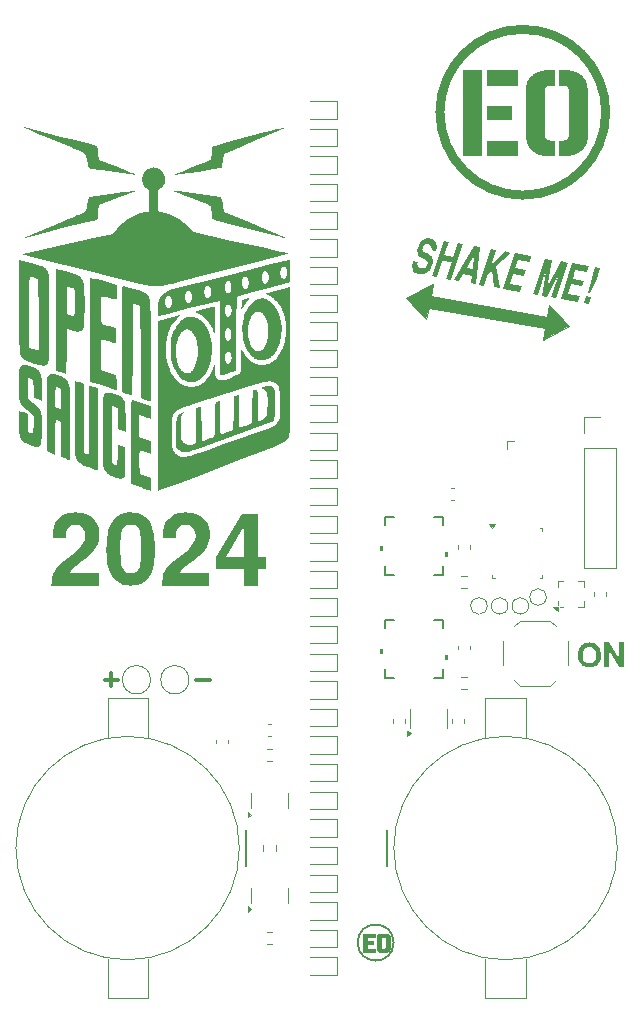
<source format=gbr>
%TF.GenerationSoftware,KiCad,Pcbnew,8.0.1*%
%TF.CreationDate,2024-05-16T01:37:04-04:00*%
%TF.ProjectId,opensauce2024,6f70656e-7361-4756-9365-323032342e6b,rev?*%
%TF.SameCoordinates,Original*%
%TF.FileFunction,Legend,Top*%
%TF.FilePolarity,Positive*%
%FSLAX46Y46*%
G04 Gerber Fmt 4.6, Leading zero omitted, Abs format (unit mm)*
G04 Created by KiCad (PCBNEW 8.0.1) date 2024-05-16 01:37:04*
%MOMM*%
%LPD*%
G01*
G04 APERTURE LIST*
%ADD10C,0.300000*%
%ADD11C,0.000000*%
%ADD12C,0.100000*%
%ADD13C,0.400000*%
%ADD14C,0.120000*%
%ADD15C,0.152400*%
%ADD16C,0.200000*%
%ADD17C,0.800000*%
%ADD18C,0.006250*%
G04 APERTURE END LIST*
D10*
X131304510Y-113729400D02*
X132447368Y-113729400D01*
X123554510Y-113729400D02*
X124697368Y-113729400D01*
X124125939Y-114300828D02*
X124125939Y-113157971D01*
D11*
G36*
X130890901Y-83020262D02*
G01*
X130959113Y-83024132D01*
X131027624Y-83030978D01*
X131095837Y-83040801D01*
X131163157Y-83053600D01*
X131228988Y-83069376D01*
X131292736Y-83088128D01*
X131353805Y-83109856D01*
X131411600Y-83134562D01*
X131536491Y-83199663D01*
X131655126Y-83277793D01*
X131767427Y-83368216D01*
X131873314Y-83470194D01*
X131972709Y-83582990D01*
X132065532Y-83705867D01*
X132151704Y-83838087D01*
X132231147Y-83978914D01*
X132303780Y-84127610D01*
X132369526Y-84283438D01*
X132480037Y-84613542D01*
X132562048Y-84963328D01*
X132614925Y-85326900D01*
X132638037Y-85698359D01*
X132630750Y-86071809D01*
X132592433Y-86441352D01*
X132522453Y-86801091D01*
X132475391Y-86975442D01*
X132420177Y-87145129D01*
X132356730Y-87309417D01*
X132284973Y-87467568D01*
X132204825Y-87618845D01*
X132116208Y-87762511D01*
X132019042Y-87897829D01*
X131913249Y-88024061D01*
X131848098Y-88094923D01*
X131783459Y-88159953D01*
X131719099Y-88219272D01*
X131654785Y-88273001D01*
X131590285Y-88321260D01*
X131525366Y-88364170D01*
X131459797Y-88401853D01*
X131393344Y-88434430D01*
X131325774Y-88462020D01*
X131256856Y-88484746D01*
X131186356Y-88502728D01*
X131114043Y-88516087D01*
X131039683Y-88524943D01*
X130963045Y-88529419D01*
X130883894Y-88529635D01*
X130802000Y-88525711D01*
X130716480Y-88517516D01*
X130633676Y-88504801D01*
X130553476Y-88487509D01*
X130475769Y-88465585D01*
X130400443Y-88438972D01*
X130327387Y-88407616D01*
X130256490Y-88371460D01*
X130187638Y-88330449D01*
X130120721Y-88284526D01*
X130055628Y-88233636D01*
X129992245Y-88177723D01*
X129930463Y-88116732D01*
X129870169Y-88050606D01*
X129811251Y-87979289D01*
X129753599Y-87902727D01*
X129697100Y-87820862D01*
X129564342Y-87599761D01*
X129449425Y-87364121D01*
X129352330Y-87116072D01*
X129273039Y-86857745D01*
X129211533Y-86591270D01*
X129167793Y-86318777D01*
X129141801Y-86042395D01*
X129138608Y-85934912D01*
X129601850Y-85934912D01*
X129605021Y-86099297D01*
X129614426Y-86258799D01*
X129629895Y-86412999D01*
X129651261Y-86561478D01*
X129678357Y-86703819D01*
X129711015Y-86839601D01*
X129749069Y-86968407D01*
X129770067Y-87030063D01*
X129792350Y-87089818D01*
X129815899Y-87147620D01*
X129840692Y-87203416D01*
X129866708Y-87257154D01*
X129893926Y-87308782D01*
X129922325Y-87358247D01*
X129951885Y-87405497D01*
X129982584Y-87450479D01*
X130014402Y-87493143D01*
X130047318Y-87533434D01*
X130081310Y-87571301D01*
X130116358Y-87606691D01*
X130152440Y-87639552D01*
X130189537Y-87669832D01*
X130227627Y-87697479D01*
X130266688Y-87722440D01*
X130306701Y-87744662D01*
X130401229Y-87784585D01*
X130492992Y-87805008D01*
X130581789Y-87806931D01*
X130667423Y-87791357D01*
X130749694Y-87759287D01*
X130828404Y-87711720D01*
X130903353Y-87649660D01*
X130974344Y-87574105D01*
X131041176Y-87486059D01*
X131103652Y-87386522D01*
X131161572Y-87276494D01*
X131214738Y-87156978D01*
X131306012Y-86893482D01*
X131375882Y-86604044D01*
X131422758Y-86296672D01*
X131445049Y-85979375D01*
X131441166Y-85660162D01*
X131409516Y-85347042D01*
X131382783Y-85195269D01*
X131348511Y-85048022D01*
X131306502Y-84906304D01*
X131256558Y-84771114D01*
X131198480Y-84643453D01*
X131132068Y-84524324D01*
X131057125Y-84414726D01*
X130973450Y-84315662D01*
X130913088Y-84257031D01*
X130852355Y-84207226D01*
X130791401Y-84166070D01*
X130730376Y-84133384D01*
X130669431Y-84108991D01*
X130608714Y-84092712D01*
X130548376Y-84084370D01*
X130488568Y-84083787D01*
X130429438Y-84090785D01*
X130371138Y-84105186D01*
X130313816Y-84126812D01*
X130257624Y-84155485D01*
X130202710Y-84191028D01*
X130149226Y-84233262D01*
X130097320Y-84282010D01*
X130047143Y-84337093D01*
X129998846Y-84398334D01*
X129952577Y-84465555D01*
X129908487Y-84538578D01*
X129866727Y-84617225D01*
X129790792Y-84790679D01*
X129725972Y-84984495D01*
X129673468Y-85197250D01*
X129634480Y-85427520D01*
X129610207Y-85673881D01*
X129601850Y-85934912D01*
X129138608Y-85934912D01*
X129133538Y-85764256D01*
X129142985Y-85486488D01*
X129170125Y-85211223D01*
X129214938Y-84940590D01*
X129277405Y-84676719D01*
X129357509Y-84421741D01*
X129455230Y-84177785D01*
X129570551Y-83946982D01*
X129703451Y-83731461D01*
X129743253Y-83675077D01*
X129781958Y-83622395D01*
X129819955Y-83573099D01*
X129857637Y-83526873D01*
X129895392Y-83483399D01*
X129933613Y-83442363D01*
X129972690Y-83403448D01*
X130013013Y-83366337D01*
X130054973Y-83330714D01*
X130098961Y-83296264D01*
X130145367Y-83262669D01*
X130194583Y-83229613D01*
X130246998Y-83196781D01*
X130303004Y-83163856D01*
X130362991Y-83130521D01*
X130427350Y-83096461D01*
X130471750Y-83076518D01*
X130521211Y-83059552D01*
X130575137Y-83045562D01*
X130632932Y-83034549D01*
X130694001Y-83026513D01*
X130757749Y-83021453D01*
X130823581Y-83019369D01*
X130890901Y-83020262D01*
G37*
G36*
X136987173Y-81468689D02*
G01*
X137117958Y-81491127D01*
X137244831Y-81529201D01*
X137367513Y-81582169D01*
X137485723Y-81649291D01*
X137599180Y-81729822D01*
X137707606Y-81823023D01*
X137810719Y-81928152D01*
X137908240Y-82044465D01*
X137999887Y-82171222D01*
X138085382Y-82307681D01*
X138164443Y-82453100D01*
X138236791Y-82606736D01*
X138302145Y-82767849D01*
X138410750Y-83109537D01*
X138488018Y-83472228D01*
X138531707Y-83849988D01*
X138539574Y-84236883D01*
X138529375Y-84431901D01*
X138509379Y-84626977D01*
X138479308Y-84821369D01*
X138438879Y-85014337D01*
X138387815Y-85205136D01*
X138325833Y-85393027D01*
X138252655Y-85577266D01*
X138167999Y-85757113D01*
X138116441Y-85852302D01*
X138061893Y-85942584D01*
X138004529Y-86027926D01*
X137944522Y-86108297D01*
X137882045Y-86183664D01*
X137817272Y-86253993D01*
X137750376Y-86319254D01*
X137681530Y-86379412D01*
X137610907Y-86434435D01*
X137538681Y-86484292D01*
X137465025Y-86528949D01*
X137390112Y-86568374D01*
X137314115Y-86602533D01*
X137237208Y-86631396D01*
X137159564Y-86654929D01*
X137081356Y-86673099D01*
X137002757Y-86685874D01*
X136923941Y-86693222D01*
X136845080Y-86695109D01*
X136766349Y-86691504D01*
X136687920Y-86682373D01*
X136609966Y-86667685D01*
X136532661Y-86647407D01*
X136456179Y-86621505D01*
X136380691Y-86589948D01*
X136306372Y-86552703D01*
X136233395Y-86509737D01*
X136161933Y-86461019D01*
X136092159Y-86406514D01*
X136024247Y-86346191D01*
X135958370Y-86280018D01*
X135894700Y-86207961D01*
X135760257Y-86029082D01*
X135640390Y-85834204D01*
X135535238Y-85625188D01*
X135444941Y-85403893D01*
X135369639Y-85172180D01*
X135309471Y-84931909D01*
X135264576Y-84684942D01*
X135235094Y-84433137D01*
X135225361Y-84255118D01*
X135704914Y-84255118D01*
X135711692Y-84459407D01*
X135732385Y-84664402D01*
X135767701Y-84868113D01*
X135795591Y-84986761D01*
X135826742Y-85098605D01*
X135860953Y-85203611D01*
X135898025Y-85301749D01*
X135937756Y-85392984D01*
X135979948Y-85477285D01*
X136024400Y-85554619D01*
X136070913Y-85624954D01*
X136119286Y-85688256D01*
X136169320Y-85744494D01*
X136220813Y-85793634D01*
X136273568Y-85835644D01*
X136327382Y-85870493D01*
X136382057Y-85898146D01*
X136437392Y-85918572D01*
X136493188Y-85931737D01*
X136549245Y-85937611D01*
X136605361Y-85936159D01*
X136661339Y-85927349D01*
X136716976Y-85911149D01*
X136772074Y-85887527D01*
X136826433Y-85856449D01*
X136879852Y-85817883D01*
X136932132Y-85771796D01*
X136983072Y-85718157D01*
X137032473Y-85656932D01*
X137080134Y-85588088D01*
X137125856Y-85511594D01*
X137169439Y-85427417D01*
X137210682Y-85335524D01*
X137249385Y-85235883D01*
X137285350Y-85128461D01*
X137328245Y-84971545D01*
X137361810Y-84808964D01*
X137386242Y-84642198D01*
X137401734Y-84472725D01*
X137408482Y-84302024D01*
X137406683Y-84131574D01*
X137396530Y-83962854D01*
X137378219Y-83797343D01*
X137351947Y-83636520D01*
X137317907Y-83481864D01*
X137276295Y-83334855D01*
X137227308Y-83196970D01*
X137171139Y-83069689D01*
X137107985Y-82954491D01*
X137073849Y-82901885D01*
X137038040Y-82852855D01*
X137000582Y-82807585D01*
X136961500Y-82766260D01*
X136936637Y-82741028D01*
X136912015Y-82717693D01*
X136887579Y-82696219D01*
X136863274Y-82676567D01*
X136839043Y-82658702D01*
X136814830Y-82642585D01*
X136790580Y-82628180D01*
X136766237Y-82615449D01*
X136741746Y-82604356D01*
X136717049Y-82594862D01*
X136692093Y-82586931D01*
X136666820Y-82580525D01*
X136641175Y-82575607D01*
X136615102Y-82572141D01*
X136588545Y-82570088D01*
X136561449Y-82569412D01*
X136506007Y-82572943D01*
X136451658Y-82583368D01*
X136398490Y-82600440D01*
X136346592Y-82623908D01*
X136296052Y-82653526D01*
X136246958Y-82689042D01*
X136199399Y-82730210D01*
X136153463Y-82776780D01*
X136066814Y-82885130D01*
X135987718Y-83012102D01*
X135916882Y-83155706D01*
X135855013Y-83313950D01*
X135802818Y-83484846D01*
X135761003Y-83666400D01*
X135730277Y-83856625D01*
X135711344Y-84053527D01*
X135704914Y-84255118D01*
X135225361Y-84255118D01*
X135221164Y-84178356D01*
X135222927Y-83922458D01*
X135240522Y-83667305D01*
X135274087Y-83414756D01*
X135323763Y-83166672D01*
X135389689Y-82924913D01*
X135472006Y-82691340D01*
X135570851Y-82467812D01*
X135615954Y-82381628D01*
X135665270Y-82297156D01*
X135718400Y-82214767D01*
X135774944Y-82134834D01*
X135834502Y-82057728D01*
X135896674Y-81983823D01*
X135961059Y-81913489D01*
X136027258Y-81847099D01*
X136094871Y-81785025D01*
X136163498Y-81727640D01*
X136232739Y-81675314D01*
X136302194Y-81628421D01*
X136371462Y-81587332D01*
X136440145Y-81552419D01*
X136507842Y-81524055D01*
X136541195Y-81512445D01*
X136574152Y-81502611D01*
X136714990Y-81473689D01*
X136852757Y-81462629D01*
X136987173Y-81468689D01*
G37*
G36*
X125158438Y-80429264D02*
G01*
X125361638Y-80480262D01*
X126001401Y-80645360D01*
X126177122Y-80692806D01*
X126335904Y-80737981D01*
X126478818Y-80781595D01*
X126606932Y-80824352D01*
X126721318Y-80866960D01*
X126773696Y-80888430D01*
X126823043Y-80910127D01*
X126869493Y-80932140D01*
X126913179Y-80954558D01*
X126954234Y-80977469D01*
X126992794Y-81000962D01*
X127028991Y-81025124D01*
X127062959Y-81050044D01*
X127094831Y-81075811D01*
X127124742Y-81102513D01*
X127152826Y-81130237D01*
X127179215Y-81159074D01*
X127204044Y-81189110D01*
X127227446Y-81220434D01*
X127249555Y-81253135D01*
X127270505Y-81287302D01*
X127290430Y-81323021D01*
X127309463Y-81360383D01*
X127327737Y-81399474D01*
X127345387Y-81440384D01*
X127379350Y-81528013D01*
X127402245Y-81683185D01*
X127423205Y-82001732D01*
X127458725Y-83032962D01*
X127500000Y-86000000D01*
X127493650Y-88893218D01*
X127469639Y-89832174D01*
X127451904Y-90090744D01*
X127430151Y-90176710D01*
X127369627Y-90153792D01*
X127265050Y-90117180D01*
X127131899Y-90072234D01*
X126985651Y-90024310D01*
X126617350Y-89910011D01*
X126604650Y-86004760D01*
X126585600Y-82099512D01*
X126426850Y-82061412D01*
X126351146Y-82040377D01*
X126264132Y-82016962D01*
X126096651Y-81972512D01*
X125918851Y-81934412D01*
X125918851Y-85814260D01*
X125917920Y-86864875D01*
X125914981Y-87718368D01*
X125909809Y-88391927D01*
X125902182Y-88902742D01*
X125897377Y-89102493D01*
X125891875Y-89268004D01*
X125885648Y-89401424D01*
X125878667Y-89504902D01*
X125870905Y-89580586D01*
X125862333Y-89630625D01*
X125857735Y-89646699D01*
X125852925Y-89657168D01*
X125847898Y-89662299D01*
X125842651Y-89662363D01*
X125398151Y-89516311D01*
X125029851Y-89402010D01*
X125029851Y-84906211D01*
X125033224Y-83161648D01*
X125042550Y-81732006D01*
X125056639Y-80765516D01*
X125065097Y-80502276D01*
X125069615Y-80433764D01*
X125074300Y-80410412D01*
X125158438Y-80429264D01*
G37*
G36*
X135756539Y-81435648D02*
G01*
X135768091Y-81436764D01*
X135777624Y-81438973D01*
X135785163Y-81442286D01*
X135790729Y-81446716D01*
X135792780Y-81449353D01*
X135794347Y-81452273D01*
X135796039Y-81458970D01*
X135795829Y-81466818D01*
X135793740Y-81475829D01*
X135789795Y-81486014D01*
X135784018Y-81497385D01*
X135776432Y-81509954D01*
X135767060Y-81523732D01*
X135755925Y-81538730D01*
X135728460Y-81572437D01*
X135694224Y-81611167D01*
X135653402Y-81655012D01*
X135608145Y-81707350D01*
X135559242Y-81767725D01*
X135508405Y-81834053D01*
X135457344Y-81904250D01*
X135407772Y-81976233D01*
X135361399Y-82047918D01*
X135319938Y-82117223D01*
X135301584Y-82150331D01*
X135285099Y-82182062D01*
X135126349Y-82474162D01*
X135145402Y-82036011D01*
X135158100Y-81597861D01*
X135412101Y-81515311D01*
X135489597Y-81492184D01*
X135557903Y-81472870D01*
X135617204Y-81457463D01*
X135667688Y-81446056D01*
X135689681Y-81441882D01*
X135709539Y-81438742D01*
X135727286Y-81436649D01*
X135742945Y-81435614D01*
X135756539Y-81435648D01*
G37*
G36*
X139241152Y-86709613D02*
G01*
X139244847Y-88703971D01*
X139245715Y-90222452D01*
X139244763Y-90824562D01*
X139242713Y-91333293D01*
X139239436Y-91757172D01*
X139234800Y-92104731D01*
X139228676Y-92384499D01*
X139225016Y-92501626D01*
X139220934Y-92605005D01*
X139216415Y-92695700D01*
X139211443Y-92774779D01*
X139206001Y-92843307D01*
X139200074Y-92902351D01*
X139193643Y-92952977D01*
X139186695Y-92996251D01*
X139179211Y-93033239D01*
X139171176Y-93065007D01*
X139162574Y-93092623D01*
X139153388Y-93117151D01*
X139143603Y-93139659D01*
X139133201Y-93161212D01*
X139038198Y-93330281D01*
X138983572Y-93404882D01*
X138916109Y-93476728D01*
X138829745Y-93548724D01*
X138718416Y-93623771D01*
X138576055Y-93704770D01*
X138396599Y-93794625D01*
X137902143Y-94012509D01*
X137186528Y-94300641D01*
X134897750Y-95180513D01*
X131543164Y-96460037D01*
X129478025Y-97244262D01*
X128427299Y-97637961D01*
X128196392Y-97721106D01*
X128115950Y-97745911D01*
X128093725Y-95632949D01*
X128091980Y-92843713D01*
X129220851Y-92843713D01*
X129222078Y-93135936D01*
X129225911Y-93382470D01*
X129228873Y-93490138D01*
X129232571Y-93588224D01*
X129237031Y-93677344D01*
X129242281Y-93758112D01*
X129248351Y-93831139D01*
X129255267Y-93897042D01*
X129263057Y-93956434D01*
X129271749Y-94009928D01*
X129281372Y-94058139D01*
X129291953Y-94101681D01*
X129303520Y-94141167D01*
X129316101Y-94177211D01*
X129355074Y-94262778D01*
X129398093Y-94343229D01*
X129445037Y-94418509D01*
X129495786Y-94488561D01*
X129550218Y-94553329D01*
X129608213Y-94612758D01*
X129669649Y-94666792D01*
X129734407Y-94715376D01*
X129802364Y-94758452D01*
X129873400Y-94795966D01*
X129947393Y-94827862D01*
X130024224Y-94854084D01*
X130103771Y-94874576D01*
X130185914Y-94889282D01*
X130270530Y-94898147D01*
X130357500Y-94901114D01*
X130467187Y-94887967D01*
X130643250Y-94847139D01*
X130891942Y-94776544D01*
X131219513Y-94674101D01*
X132136294Y-94365331D01*
X133443600Y-93904162D01*
X135648638Y-93120731D01*
X137024998Y-92627812D01*
X137170903Y-92575639D01*
X137304325Y-92525939D01*
X137426026Y-92478212D01*
X137536770Y-92431954D01*
X137637319Y-92386664D01*
X137728436Y-92341839D01*
X137810884Y-92296976D01*
X137849095Y-92274374D01*
X137885425Y-92251575D01*
X137919969Y-92228514D01*
X137952823Y-92205131D01*
X137984081Y-92181361D01*
X138013839Y-92157143D01*
X138042193Y-92132413D01*
X138069238Y-92107109D01*
X138095068Y-92081167D01*
X138119781Y-92054526D01*
X138143470Y-92027122D01*
X138166231Y-91998892D01*
X138188159Y-91969775D01*
X138209351Y-91939706D01*
X138249903Y-91876463D01*
X138288651Y-91808663D01*
X138304514Y-91777828D01*
X138318813Y-91744146D01*
X138331625Y-91706558D01*
X138343022Y-91664002D01*
X138361874Y-91559748D01*
X138375963Y-91422900D01*
X138385885Y-91244976D01*
X138392235Y-91017493D01*
X138395608Y-90731966D01*
X138396600Y-90379913D01*
X138396146Y-90134612D01*
X138394455Y-89916499D01*
X138391033Y-89723595D01*
X138385388Y-89553916D01*
X138381578Y-89477168D01*
X138377028Y-89405484D01*
X138371675Y-89338615D01*
X138365458Y-89276315D01*
X138358316Y-89218335D01*
X138350186Y-89164428D01*
X138341008Y-89114347D01*
X138330719Y-89067843D01*
X138319258Y-89024670D01*
X138306564Y-88984578D01*
X138292574Y-88947322D01*
X138277228Y-88912652D01*
X138260463Y-88880322D01*
X138242218Y-88850084D01*
X138222431Y-88821690D01*
X138201041Y-88794892D01*
X138177985Y-88769443D01*
X138153203Y-88745095D01*
X138126633Y-88721600D01*
X138098213Y-88698711D01*
X138067882Y-88676181D01*
X138035577Y-88653760D01*
X137964802Y-88608261D01*
X137938171Y-88592115D01*
X137910702Y-88577020D01*
X137882452Y-88562985D01*
X137853477Y-88550021D01*
X137823832Y-88538135D01*
X137793573Y-88527337D01*
X137762757Y-88517637D01*
X137731437Y-88509044D01*
X137699672Y-88501566D01*
X137667516Y-88495215D01*
X137635025Y-88489998D01*
X137602254Y-88485925D01*
X137569261Y-88483005D01*
X137536100Y-88481248D01*
X137502828Y-88480664D01*
X137469500Y-88481260D01*
X137310613Y-88506152D01*
X137010414Y-88580381D01*
X135901843Y-88902743D01*
X133975313Y-89500140D01*
X131062350Y-90424364D01*
X130678634Y-90547741D01*
X130516621Y-90601003D01*
X130372681Y-90649391D01*
X130245447Y-90693462D01*
X130133551Y-90733776D01*
X130035627Y-90770890D01*
X129950307Y-90805362D01*
X129876223Y-90837751D01*
X129812008Y-90868614D01*
X129783175Y-90883648D01*
X129756296Y-90898510D01*
X129731200Y-90913270D01*
X129707717Y-90927997D01*
X129685676Y-90942761D01*
X129664906Y-90957632D01*
X129645236Y-90972680D01*
X129626495Y-90987974D01*
X129591116Y-91019582D01*
X129557402Y-91053012D01*
X129505485Y-91110795D01*
X129459076Y-91168503D01*
X129417875Y-91227699D01*
X129381586Y-91289946D01*
X129349910Y-91356807D01*
X129322550Y-91429844D01*
X129299209Y-91510621D01*
X129279588Y-91600699D01*
X129263391Y-91701641D01*
X129250319Y-91815011D01*
X129240074Y-91942371D01*
X129232360Y-92085283D01*
X129223331Y-92424016D01*
X129220851Y-92843713D01*
X128091980Y-92843713D01*
X128090550Y-90557710D01*
X128109600Y-83369511D01*
X129017652Y-83128211D01*
X129932051Y-82893261D01*
X129646300Y-83198061D01*
X129517477Y-83345743D01*
X129398847Y-83502543D01*
X129290335Y-83667723D01*
X129191866Y-83840540D01*
X129103363Y-84020254D01*
X129024752Y-84206125D01*
X128955957Y-84397412D01*
X128896901Y-84593374D01*
X128847510Y-84793271D01*
X128807708Y-84996362D01*
X128777420Y-85201907D01*
X128756569Y-85409164D01*
X128745080Y-85617393D01*
X128742878Y-85825853D01*
X128749887Y-86033804D01*
X128766032Y-86240505D01*
X128791236Y-86445216D01*
X128825425Y-86647195D01*
X128868523Y-86845703D01*
X128920454Y-87039998D01*
X128981142Y-87229339D01*
X129050512Y-87412987D01*
X129128489Y-87590201D01*
X129214997Y-87760239D01*
X129309960Y-87922362D01*
X129413303Y-88075828D01*
X129524949Y-88219897D01*
X129644825Y-88353828D01*
X129772853Y-88476881D01*
X129908959Y-88588315D01*
X130053067Y-88687389D01*
X130205101Y-88773363D01*
X130298805Y-88817614D01*
X130392912Y-88855161D01*
X130487303Y-88886074D01*
X130581859Y-88910421D01*
X130676461Y-88928271D01*
X130770992Y-88939692D01*
X130865331Y-88944753D01*
X130959362Y-88943523D01*
X131052964Y-88936070D01*
X131146020Y-88922462D01*
X131238411Y-88902769D01*
X131330018Y-88877059D01*
X131420723Y-88845400D01*
X131510407Y-88807861D01*
X131598952Y-88764511D01*
X131686238Y-88715419D01*
X131772148Y-88660652D01*
X131856563Y-88600280D01*
X131939364Y-88534371D01*
X132020432Y-88462994D01*
X132099649Y-88386217D01*
X132176897Y-88304109D01*
X132252056Y-88216738D01*
X132325009Y-88124174D01*
X132395636Y-88026485D01*
X132463819Y-87923738D01*
X132529439Y-87816004D01*
X132592378Y-87703350D01*
X132652518Y-87585845D01*
X132709739Y-87463559D01*
X132763923Y-87336558D01*
X132814951Y-87204912D01*
X132840376Y-87135186D01*
X132850865Y-87109336D01*
X132859996Y-87090016D01*
X132867862Y-87077617D01*
X132871350Y-87074134D01*
X132874556Y-87072529D01*
X132877493Y-87072848D01*
X132880171Y-87075143D01*
X132884800Y-87085849D01*
X132888536Y-87105038D01*
X132891472Y-87133102D01*
X132893702Y-87170430D01*
X132895317Y-87217413D01*
X132897078Y-87341908D01*
X132897499Y-87509712D01*
X132898802Y-87598486D01*
X132900476Y-87677280D01*
X132902746Y-87746976D01*
X132905834Y-87808460D01*
X132909964Y-87862613D01*
X132912490Y-87887217D01*
X132915359Y-87910320D01*
X132918601Y-87932032D01*
X132922243Y-87952465D01*
X132926312Y-87971727D01*
X132930838Y-87989930D01*
X132935847Y-88007185D01*
X132941367Y-88023601D01*
X132947427Y-88039289D01*
X132954055Y-88054360D01*
X132961278Y-88068924D01*
X132969124Y-88083092D01*
X132977621Y-88096973D01*
X132986797Y-88110679D01*
X132996680Y-88124320D01*
X133007298Y-88138006D01*
X133018679Y-88151848D01*
X133030850Y-88165956D01*
X133057676Y-88195413D01*
X133088000Y-88227260D01*
X133107468Y-88246072D01*
X133127662Y-88264344D01*
X133148415Y-88281984D01*
X133169558Y-88298898D01*
X133190924Y-88314993D01*
X133212346Y-88330177D01*
X133233656Y-88344356D01*
X133254688Y-88357437D01*
X133275272Y-88369328D01*
X133295243Y-88379935D01*
X133314433Y-88389165D01*
X133332674Y-88396926D01*
X133349798Y-88403124D01*
X133365639Y-88407666D01*
X133380029Y-88410460D01*
X133386627Y-88411172D01*
X133392800Y-88411412D01*
X133446974Y-88406317D01*
X133521686Y-88391791D01*
X133613810Y-88368968D01*
X133720222Y-88338982D01*
X133963408Y-88262063D01*
X134226238Y-88170112D01*
X134483711Y-88072207D01*
X134710822Y-87977429D01*
X134805179Y-87934048D01*
X134882570Y-87894854D01*
X134939868Y-87860980D01*
X134973950Y-87833561D01*
X134993099Y-87811520D01*
X135010165Y-87787610D01*
X135025296Y-87760854D01*
X135038641Y-87730274D01*
X135050349Y-87694895D01*
X135060568Y-87653740D01*
X135069448Y-87605831D01*
X135077138Y-87550193D01*
X135089540Y-87411820D01*
X135098966Y-87230808D01*
X135106607Y-86999344D01*
X135113652Y-86709613D01*
X135132699Y-85725363D01*
X135316850Y-86036511D01*
X135359092Y-86107555D01*
X135406841Y-86179808D01*
X135459502Y-86252694D01*
X135516478Y-86325635D01*
X135577175Y-86398056D01*
X135640998Y-86469378D01*
X135707351Y-86539027D01*
X135775638Y-86606424D01*
X135845265Y-86670994D01*
X135915636Y-86732159D01*
X135986156Y-86789344D01*
X136056229Y-86841970D01*
X136125261Y-86889462D01*
X136192655Y-86931242D01*
X136257817Y-86966735D01*
X136320151Y-86995363D01*
X136345401Y-87005922D01*
X136373320Y-87016136D01*
X136403602Y-87025960D01*
X136435939Y-87035347D01*
X136470025Y-87044250D01*
X136505554Y-87052623D01*
X136579707Y-87067592D01*
X136655944Y-87079883D01*
X136731809Y-87089122D01*
X136804846Y-87094939D01*
X136839536Y-87096448D01*
X136872599Y-87096961D01*
X136974865Y-87093523D01*
X137075621Y-87083298D01*
X137174770Y-87066420D01*
X137272216Y-87043023D01*
X137367861Y-87013240D01*
X137461611Y-86977205D01*
X137553367Y-86935052D01*
X137643034Y-86886915D01*
X137730515Y-86832927D01*
X137815714Y-86773221D01*
X137898533Y-86707933D01*
X137978878Y-86637194D01*
X138131754Y-86479903D01*
X138273570Y-86302418D01*
X138403554Y-86105809D01*
X138520935Y-85891144D01*
X138624939Y-85659495D01*
X138714795Y-85411931D01*
X138789732Y-85149520D01*
X138848976Y-84873334D01*
X138891756Y-84584442D01*
X138917300Y-84283913D01*
X138922628Y-84154691D01*
X138924357Y-84026651D01*
X138922532Y-83899894D01*
X138917200Y-83774524D01*
X138908409Y-83650641D01*
X138896203Y-83528350D01*
X138880630Y-83407751D01*
X138861737Y-83288947D01*
X138839569Y-83172041D01*
X138814174Y-83057135D01*
X138785598Y-82944331D01*
X138753886Y-82833731D01*
X138719087Y-82725439D01*
X138681246Y-82619555D01*
X138640410Y-82516183D01*
X138596625Y-82415425D01*
X138549938Y-82317383D01*
X138500395Y-82222159D01*
X138448044Y-82129856D01*
X138392929Y-82040576D01*
X138335099Y-81954422D01*
X138274599Y-81871495D01*
X138211475Y-81791898D01*
X138145776Y-81715734D01*
X138077546Y-81643104D01*
X138006832Y-81574112D01*
X137933682Y-81508858D01*
X137858141Y-81447447D01*
X137780255Y-81389979D01*
X137700073Y-81336557D01*
X137617639Y-81287285D01*
X137533001Y-81242263D01*
X137470229Y-81210742D01*
X137415104Y-81182681D01*
X137367383Y-81157821D01*
X137326824Y-81135900D01*
X137293186Y-81116657D01*
X137278886Y-81107959D01*
X137266226Y-81099833D01*
X137255175Y-81092247D01*
X137245703Y-81085168D01*
X137237780Y-81078563D01*
X137231376Y-81072399D01*
X137226459Y-81066646D01*
X137223001Y-81061268D01*
X137220970Y-81056235D01*
X137220481Y-81053838D01*
X137220337Y-81051514D01*
X137220536Y-81049260D01*
X137221072Y-81047072D01*
X137221942Y-81044945D01*
X137223143Y-81042876D01*
X137226522Y-81038894D01*
X137231177Y-81035093D01*
X137237078Y-81031442D01*
X137244196Y-81027906D01*
X137252500Y-81024454D01*
X137261959Y-81021054D01*
X137272544Y-81017672D01*
X137284225Y-81014276D01*
X137310750Y-81007312D01*
X137443009Y-80974471D01*
X137683020Y-80911269D01*
X138345802Y-80734263D01*
X139222099Y-80499312D01*
X139241152Y-86709613D01*
G37*
G36*
X129571403Y-72359033D02*
G01*
X129756632Y-72379249D01*
X130411575Y-72465966D01*
X131538601Y-72625312D01*
X133443600Y-72898361D01*
X133545200Y-73482561D01*
X133567127Y-73601798D01*
X133589650Y-73714932D01*
X133612173Y-73819434D01*
X133634100Y-73912775D01*
X133654837Y-73992422D01*
X133664573Y-74026321D01*
X133673788Y-74055848D01*
X133682408Y-74080687D01*
X133690358Y-74100521D01*
X133697564Y-74115035D01*
X133700864Y-74120198D01*
X133703951Y-74123912D01*
X133928979Y-74227099D01*
X134499288Y-74473162D01*
X135329154Y-74823999D01*
X136332851Y-75241512D01*
X137336548Y-75658131D01*
X138166413Y-76007480D01*
X138736722Y-76253244D01*
X138897754Y-76325935D01*
X138942552Y-76347746D01*
X138961751Y-76359111D01*
X138966471Y-76363210D01*
X138967051Y-76364769D01*
X138966476Y-76366007D01*
X138961960Y-76367539D01*
X138953119Y-76367843D01*
X138923242Y-76364916D01*
X138878407Y-76357525D01*
X138820178Y-76345966D01*
X138750117Y-76330537D01*
X138669787Y-76311537D01*
X138580750Y-76289263D01*
X137479025Y-76000337D01*
X135443849Y-75482812D01*
X134391933Y-75213135D01*
X133524563Y-74982749D01*
X133187989Y-74890103D01*
X132931037Y-74816656D01*
X132764871Y-74765534D01*
X132719320Y-74749321D01*
X132700652Y-74739861D01*
X132696864Y-74730308D01*
X132692677Y-74716123D01*
X132683288Y-74674972D01*
X132672857Y-74618641D01*
X132661757Y-74549361D01*
X132650359Y-74469366D01*
X132639035Y-74380888D01*
X132628159Y-74286159D01*
X132618101Y-74187412D01*
X132608042Y-74088664D01*
X132597165Y-73993935D01*
X132585842Y-73905457D01*
X132574444Y-73825461D01*
X132563344Y-73756182D01*
X132552914Y-73699850D01*
X132548066Y-73677238D01*
X132543525Y-73658699D01*
X132539338Y-73644514D01*
X132535551Y-73634961D01*
X132522959Y-73624895D01*
X132495243Y-73609201D01*
X132397637Y-73562234D01*
X132056126Y-73415093D01*
X131562215Y-73214374D01*
X130967100Y-72980912D01*
X130373177Y-72750824D01*
X129882838Y-72559431D01*
X129547281Y-72426378D01*
X129453544Y-72387869D01*
X129417701Y-72371311D01*
X129411591Y-72362862D01*
X129415853Y-72356702D01*
X129462449Y-72352063D01*
X129571403Y-72359033D01*
G37*
G36*
X120248300Y-79178512D02*
G01*
X120427356Y-79226085D01*
X120586859Y-79269173D01*
X120728243Y-79308355D01*
X120852939Y-79344207D01*
X120962381Y-79377306D01*
X121058000Y-79408228D01*
X121101074Y-79423053D01*
X121141229Y-79437550D01*
X121178645Y-79451791D01*
X121213500Y-79465849D01*
X121245975Y-79479795D01*
X121276247Y-79493702D01*
X121304496Y-79507641D01*
X121330901Y-79521684D01*
X121355641Y-79535905D01*
X121378895Y-79550374D01*
X121400842Y-79565164D01*
X121421661Y-79580347D01*
X121441532Y-79595996D01*
X121460633Y-79612181D01*
X121479143Y-79628976D01*
X121497241Y-79646452D01*
X121532920Y-79683736D01*
X121569100Y-79724611D01*
X121614167Y-79780509D01*
X121654304Y-79837820D01*
X121689791Y-79898852D01*
X121720905Y-79965912D01*
X121747926Y-80041305D01*
X121771134Y-80127341D01*
X121790807Y-80226324D01*
X121807225Y-80340562D01*
X121820666Y-80472361D01*
X121831410Y-80624030D01*
X121845920Y-80996199D01*
X121852990Y-81475525D01*
X121854850Y-82080462D01*
X121853883Y-82556340D01*
X121850683Y-82943069D01*
X121848106Y-83106213D01*
X121844804Y-83250920D01*
X121840720Y-83378475D01*
X121835800Y-83490161D01*
X121829986Y-83587262D01*
X121823224Y-83671062D01*
X121815457Y-83742844D01*
X121806629Y-83803891D01*
X121796686Y-83855488D01*
X121785570Y-83898918D01*
X121773227Y-83935465D01*
X121759600Y-83966412D01*
X121725653Y-84027224D01*
X121690134Y-84081134D01*
X121652513Y-84128234D01*
X121612260Y-84168620D01*
X121590980Y-84186323D01*
X121568844Y-84202382D01*
X121545784Y-84216808D01*
X121521735Y-84229614D01*
X121496630Y-84240811D01*
X121470404Y-84250410D01*
X121442988Y-84258423D01*
X121414319Y-84264861D01*
X121384328Y-84269737D01*
X121352950Y-84273062D01*
X121285768Y-84275106D01*
X121212243Y-84271084D01*
X121131843Y-84261091D01*
X121044039Y-84245219D01*
X120948301Y-84223561D01*
X120844098Y-84196211D01*
X120730900Y-84163261D01*
X120330850Y-84042613D01*
X120330850Y-85941261D01*
X120329982Y-86321839D01*
X120327476Y-86677266D01*
X120323483Y-86999653D01*
X120318150Y-87281112D01*
X120311626Y-87513755D01*
X120304061Y-87689695D01*
X120295603Y-87801044D01*
X120291085Y-87830031D01*
X120288763Y-87837422D01*
X120286401Y-87839912D01*
X120267326Y-87837606D01*
X120235005Y-87830983D01*
X120191076Y-87820491D01*
X120137175Y-87806575D01*
X120006008Y-87770262D01*
X119854600Y-87725613D01*
X119473600Y-87611312D01*
X119454550Y-83286961D01*
X119446239Y-80461212D01*
X120330850Y-80461212D01*
X120330850Y-82810711D01*
X120610251Y-82880562D01*
X120669534Y-82894502D01*
X120727329Y-82907549D01*
X120782147Y-82919406D01*
X120832501Y-82929774D01*
X120876901Y-82938357D01*
X120913860Y-82944855D01*
X120941889Y-82948973D01*
X120952090Y-82950046D01*
X120959501Y-82950411D01*
X120967610Y-82945947D01*
X120975264Y-82932552D01*
X120982453Y-82910228D01*
X120989167Y-82878974D01*
X121001135Y-82789677D01*
X121011094Y-82664662D01*
X121018970Y-82503928D01*
X121024687Y-82307474D01*
X121028172Y-82075303D01*
X121029350Y-81807412D01*
X121029077Y-81433406D01*
X121028429Y-81281285D01*
X121027167Y-81150186D01*
X121026242Y-81091997D01*
X121025087Y-81038435D01*
X121023676Y-80989292D01*
X121021983Y-80944357D01*
X121019984Y-80903422D01*
X121017652Y-80866278D01*
X121014962Y-80832715D01*
X121011888Y-80802524D01*
X121008405Y-80775496D01*
X121004487Y-80751420D01*
X121000108Y-80730089D01*
X120995244Y-80711293D01*
X120992621Y-80702779D01*
X120989868Y-80694822D01*
X120986980Y-80687393D01*
X120983955Y-80680467D01*
X120980789Y-80674017D01*
X120977479Y-80668019D01*
X120974022Y-80662444D01*
X120970414Y-80657268D01*
X120966654Y-80652464D01*
X120962736Y-80648006D01*
X120958659Y-80643868D01*
X120954418Y-80640023D01*
X120950012Y-80636446D01*
X120945436Y-80633109D01*
X120935762Y-80627056D01*
X120925372Y-80621654D01*
X120914241Y-80616694D01*
X120902342Y-80611967D01*
X120889650Y-80607262D01*
X120855370Y-80594823D01*
X120815435Y-80581564D01*
X120771332Y-80567860D01*
X120724550Y-80554081D01*
X120676578Y-80540599D01*
X120628903Y-80527788D01*
X120583015Y-80516018D01*
X120540400Y-80505662D01*
X120330850Y-80461212D01*
X119446239Y-80461212D01*
X119441850Y-78968961D01*
X120248300Y-79178512D01*
G37*
G36*
X137497144Y-88865481D02*
G01*
X137519801Y-88866639D01*
X137541731Y-88868612D01*
X137562974Y-88871403D01*
X137583566Y-88875018D01*
X137603547Y-88879460D01*
X137622954Y-88884735D01*
X137641827Y-88890847D01*
X137660203Y-88897801D01*
X137678121Y-88905601D01*
X137695619Y-88914253D01*
X137712736Y-88923760D01*
X137729510Y-88934128D01*
X137745980Y-88945360D01*
X137762183Y-88957463D01*
X137778158Y-88970440D01*
X137793943Y-88984295D01*
X137809578Y-88999035D01*
X137825100Y-89014663D01*
X137877499Y-89067794D01*
X137898700Y-89094192D01*
X137916877Y-89123009D01*
X137932263Y-89156142D01*
X137945092Y-89195488D01*
X137955595Y-89242946D01*
X137964006Y-89300412D01*
X137970556Y-89369784D01*
X137975478Y-89452961D01*
X137981369Y-89668315D01*
X137983849Y-90348163D01*
X137983285Y-90569845D01*
X137981419Y-90769073D01*
X137977989Y-90947205D01*
X137972737Y-91105599D01*
X137969346Y-91177818D01*
X137965401Y-91245612D01*
X137960871Y-91309150D01*
X137955721Y-91368603D01*
X137949921Y-91424139D01*
X137943437Y-91475930D01*
X137936237Y-91524143D01*
X137928288Y-91568950D01*
X137919557Y-91610520D01*
X137910013Y-91649023D01*
X137899622Y-91684628D01*
X137888352Y-91717506D01*
X137876171Y-91747825D01*
X137863046Y-91775756D01*
X137848943Y-91801469D01*
X137833832Y-91825133D01*
X137817679Y-91846918D01*
X137800451Y-91866994D01*
X137782116Y-91885531D01*
X137762642Y-91902697D01*
X137741996Y-91918664D01*
X137720145Y-91933601D01*
X137697058Y-91947677D01*
X137672700Y-91961063D01*
X135331932Y-92814344D01*
X131176652Y-94291513D01*
X131033527Y-94340626D01*
X130903490Y-94383191D01*
X130785489Y-94419207D01*
X130678474Y-94448675D01*
X130628757Y-94460953D01*
X130581393Y-94471594D01*
X130536249Y-94480598D01*
X130493195Y-94487965D01*
X130452099Y-94493695D01*
X130412829Y-94497788D01*
X130375255Y-94500243D01*
X130339244Y-94501062D01*
X130304666Y-94500243D01*
X130271390Y-94497788D01*
X130239282Y-94493695D01*
X130208214Y-94487965D01*
X130178052Y-94480598D01*
X130148665Y-94471594D01*
X130119923Y-94460953D01*
X130091694Y-94448675D01*
X130063845Y-94434759D01*
X130036247Y-94419207D01*
X130008768Y-94402017D01*
X129981276Y-94383191D01*
X129953639Y-94362727D01*
X129925727Y-94340626D01*
X129868551Y-94291513D01*
X129633600Y-94075612D01*
X129614551Y-92932614D01*
X129610737Y-92703229D01*
X129609044Y-92497415D01*
X129609807Y-92313590D01*
X129613360Y-92150173D01*
X129616288Y-92075624D01*
X129620039Y-92005583D01*
X129624655Y-91939854D01*
X129630178Y-91878239D01*
X129636649Y-91820540D01*
X129644112Y-91766559D01*
X129652607Y-91716099D01*
X129662176Y-91668962D01*
X129672861Y-91624950D01*
X129684705Y-91583866D01*
X129697748Y-91545513D01*
X129712033Y-91509691D01*
X129727602Y-91476204D01*
X129744496Y-91444855D01*
X129762758Y-91415445D01*
X129782429Y-91387776D01*
X129803551Y-91361652D01*
X129826166Y-91336874D01*
X129850316Y-91313245D01*
X129876042Y-91290567D01*
X129903387Y-91268642D01*
X129932392Y-91247273D01*
X129963100Y-91226262D01*
X129995552Y-91205412D01*
X130048539Y-91174385D01*
X130095600Y-91147989D01*
X130136765Y-91126245D01*
X130172060Y-91109170D01*
X130187516Y-91102389D01*
X130201514Y-91096783D01*
X130214059Y-91092354D01*
X130225155Y-91089103D01*
X130234803Y-91087034D01*
X130243009Y-91086148D01*
X130249776Y-91086449D01*
X130255106Y-91087937D01*
X130259004Y-91090617D01*
X130261473Y-91094489D01*
X130262517Y-91099556D01*
X130262138Y-91105822D01*
X130260342Y-91113287D01*
X130257130Y-91121954D01*
X130252506Y-91131826D01*
X130246475Y-91142905D01*
X130239038Y-91155193D01*
X130230201Y-91168693D01*
X130208338Y-91199336D01*
X130180912Y-91234853D01*
X130147951Y-91275263D01*
X130095278Y-91341058D01*
X130073764Y-91372080D01*
X130055181Y-91403950D01*
X130039314Y-91438237D01*
X130025948Y-91476515D01*
X130014871Y-91520356D01*
X130005869Y-91571331D01*
X129998727Y-91631012D01*
X129993231Y-91700972D01*
X129986323Y-91878015D01*
X129983433Y-92115037D01*
X129982850Y-92424612D01*
X129982850Y-93377113D01*
X130230500Y-93624764D01*
X130279264Y-93671201D01*
X130328019Y-93712894D01*
X130376905Y-93749862D01*
X130426060Y-93782124D01*
X130475624Y-93809697D01*
X130525738Y-93832601D01*
X130576539Y-93850854D01*
X130628169Y-93864475D01*
X130680765Y-93873482D01*
X130734469Y-93877894D01*
X130789419Y-93877730D01*
X130845755Y-93873007D01*
X130903617Y-93863746D01*
X130963143Y-93849963D01*
X131024474Y-93831679D01*
X131087749Y-93808911D01*
X131252850Y-93745413D01*
X131252850Y-90773614D01*
X131449701Y-90703763D01*
X131492389Y-90689822D01*
X131534036Y-90676775D01*
X131573600Y-90664918D01*
X131610038Y-90654549D01*
X131642309Y-90645967D01*
X131669371Y-90639468D01*
X131680623Y-90637093D01*
X131690182Y-90635350D01*
X131697918Y-90634277D01*
X131703700Y-90633912D01*
X131709574Y-90641454D01*
X131715272Y-90663590D01*
X131726025Y-90748707D01*
X131735736Y-90883384D01*
X131744181Y-91061742D01*
X131756385Y-91525987D01*
X131760850Y-92094412D01*
X131763033Y-92660158D01*
X131768788Y-93124700D01*
X131772633Y-93303765D01*
X131776924Y-93439224D01*
X131781513Y-93524973D01*
X131783872Y-93547301D01*
X131786250Y-93554912D01*
X131809734Y-93551049D01*
X131849998Y-93540079D01*
X131971194Y-93500541D01*
X132130490Y-93443738D01*
X132308538Y-93377113D01*
X132485991Y-93308106D01*
X132643501Y-93244159D01*
X132761720Y-93192714D01*
X132800050Y-93174005D01*
X132821301Y-93161212D01*
X132831575Y-93148645D01*
X132840983Y-93127353D01*
X132849555Y-93096946D01*
X132857317Y-93057032D01*
X132870525Y-92947122D01*
X132880831Y-92794499D01*
X132888459Y-92596037D01*
X132893630Y-92348611D01*
X132897499Y-91694364D01*
X132897847Y-91207720D01*
X132899006Y-91011883D01*
X132901468Y-90844454D01*
X132903339Y-90770631D01*
X132905716Y-90702996D01*
X132908661Y-90641244D01*
X132912234Y-90585071D01*
X132916495Y-90534172D01*
X132921505Y-90488243D01*
X132927324Y-90446978D01*
X132934013Y-90410074D01*
X132941632Y-90377225D01*
X132950241Y-90348127D01*
X132959902Y-90322476D01*
X132970674Y-90299966D01*
X132982619Y-90280293D01*
X132995795Y-90263153D01*
X133010265Y-90248240D01*
X133026088Y-90235251D01*
X133043325Y-90223880D01*
X133062037Y-90213823D01*
X133082283Y-90204775D01*
X133104124Y-90196432D01*
X133152835Y-90180641D01*
X133208651Y-90164013D01*
X133348350Y-90119562D01*
X133348350Y-91554662D01*
X133348610Y-92026459D01*
X133349229Y-92217398D01*
X133350433Y-92381055D01*
X133351316Y-92453283D01*
X133352419Y-92519448D01*
X133353766Y-92579802D01*
X133355382Y-92634596D01*
X133357290Y-92684084D01*
X133359516Y-92728517D01*
X133362084Y-92768149D01*
X133365018Y-92803231D01*
X133368343Y-92834015D01*
X133372083Y-92860754D01*
X133374116Y-92872686D01*
X133376262Y-92883701D01*
X133378525Y-92893830D01*
X133380906Y-92903107D01*
X133383409Y-92911561D01*
X133386038Y-92919224D01*
X133388794Y-92926129D01*
X133391682Y-92932306D01*
X133394704Y-92937788D01*
X133397864Y-92942605D01*
X133401163Y-92946789D01*
X133404607Y-92950372D01*
X133408197Y-92953385D01*
X133411936Y-92955860D01*
X133415828Y-92957828D01*
X133419876Y-92959322D01*
X133424082Y-92960371D01*
X133428450Y-92961009D01*
X133432983Y-92961266D01*
X133437684Y-92961174D01*
X133447602Y-92960070D01*
X133458227Y-92957948D01*
X133469585Y-92955061D01*
X133481700Y-92951661D01*
X133565342Y-92922889D01*
X133698395Y-92878638D01*
X134034152Y-92767511D01*
X134459600Y-92621462D01*
X134478652Y-91186362D01*
X134491351Y-89757612D01*
X134694551Y-89687761D01*
X134734561Y-89673821D01*
X134772933Y-89660774D01*
X134808627Y-89648918D01*
X134840600Y-89638550D01*
X134867811Y-89629967D01*
X134889217Y-89623469D01*
X134903778Y-89619351D01*
X134908165Y-89618278D01*
X134910450Y-89617912D01*
X134915188Y-89646425D01*
X134919777Y-89728144D01*
X134927913Y-90028281D01*
X134933668Y-90472483D01*
X134935851Y-91014912D01*
X134936992Y-91295540D01*
X134940216Y-91557341D01*
X134945227Y-91794585D01*
X134951725Y-92001543D01*
X134959415Y-92172485D01*
X134967997Y-92301680D01*
X134972531Y-92348832D01*
X134977175Y-92383398D01*
X134981895Y-92404664D01*
X134984271Y-92410085D01*
X134986651Y-92411911D01*
X135006495Y-92408166D01*
X135045388Y-92397426D01*
X135170801Y-92357937D01*
X135343838Y-92299398D01*
X135545450Y-92227761D01*
X136047100Y-92043614D01*
X136066150Y-90646612D01*
X136068491Y-90402788D01*
X136070888Y-90189064D01*
X136073545Y-90003395D01*
X136076667Y-89843733D01*
X136078467Y-89773016D01*
X136080460Y-89708033D01*
X136082671Y-89648529D01*
X136085126Y-89594248D01*
X136087851Y-89544934D01*
X136090871Y-89500331D01*
X136094213Y-89460184D01*
X136097901Y-89424236D01*
X136101960Y-89392233D01*
X136106418Y-89363918D01*
X136111299Y-89339035D01*
X136113906Y-89327800D01*
X136116628Y-89317328D01*
X136119470Y-89307586D01*
X136122432Y-89298542D01*
X136125520Y-89290165D01*
X136128736Y-89282422D01*
X136132084Y-89275281D01*
X136135566Y-89268710D01*
X136139186Y-89262678D01*
X136142947Y-89257152D01*
X136146852Y-89252100D01*
X136150904Y-89247491D01*
X136155107Y-89243292D01*
X136159464Y-89239472D01*
X136163977Y-89235998D01*
X136168651Y-89232839D01*
X136173488Y-89229962D01*
X136178492Y-89227336D01*
X136189012Y-89222708D01*
X136200237Y-89218698D01*
X136212192Y-89215051D01*
X136224903Y-89211510D01*
X136325237Y-89185652D01*
X136365628Y-89179601D01*
X136400122Y-89180852D01*
X136415303Y-89184853D01*
X136429183Y-89191443D01*
X136441822Y-89200876D01*
X136453278Y-89213409D01*
X136472870Y-89248788D01*
X136488425Y-89299618D01*
X136500409Y-89367935D01*
X136509286Y-89455776D01*
X136515521Y-89565178D01*
X136519579Y-89698180D01*
X136523027Y-90043126D01*
X136523349Y-90506912D01*
X136524515Y-90815805D01*
X136527913Y-91084960D01*
X136533395Y-91313932D01*
X136540812Y-91502274D01*
X136545199Y-91581069D01*
X136550014Y-91649539D01*
X136555239Y-91707629D01*
X136560854Y-91755281D01*
X136566841Y-91792442D01*
X136573182Y-91819054D01*
X136576479Y-91828387D01*
X136579858Y-91835062D01*
X136583316Y-91839073D01*
X136586850Y-91840411D01*
X136604549Y-91839804D01*
X136623072Y-91838013D01*
X136642352Y-91835079D01*
X136662318Y-91831047D01*
X136704038Y-91819859D01*
X136747684Y-91804792D01*
X136792706Y-91786190D01*
X136838555Y-91764397D01*
X136884685Y-91739759D01*
X136930544Y-91712618D01*
X136975584Y-91683319D01*
X137019258Y-91652206D01*
X137061015Y-91619624D01*
X137100307Y-91585915D01*
X137136586Y-91551426D01*
X137169302Y-91516499D01*
X137197907Y-91481479D01*
X137210496Y-91464042D01*
X137221851Y-91446710D01*
X137258302Y-91378659D01*
X137273657Y-91343839D01*
X137287236Y-91307111D01*
X137299141Y-91267444D01*
X137309473Y-91223804D01*
X137318336Y-91175161D01*
X137325832Y-91120481D01*
X137332062Y-91058731D01*
X137337130Y-90988879D01*
X137344187Y-90820741D01*
X137347821Y-90607805D01*
X137348851Y-90341813D01*
X137348528Y-90049328D01*
X137347762Y-89929749D01*
X137346271Y-89825974D01*
X137343812Y-89736524D01*
X137342144Y-89696708D01*
X137340144Y-89659919D01*
X137337781Y-89625972D01*
X137335025Y-89594681D01*
X137331846Y-89565863D01*
X137328213Y-89539331D01*
X137324097Y-89514902D01*
X137319466Y-89492390D01*
X137314292Y-89471610D01*
X137308543Y-89452378D01*
X137302190Y-89434509D01*
X137295201Y-89417817D01*
X137287548Y-89402119D01*
X137279199Y-89387228D01*
X137270125Y-89372961D01*
X137260295Y-89359132D01*
X137249679Y-89345557D01*
X137238247Y-89332050D01*
X137225968Y-89318427D01*
X137212813Y-89304503D01*
X137183751Y-89275011D01*
X137165690Y-89258507D01*
X137147312Y-89242393D01*
X137128749Y-89226764D01*
X137110130Y-89211710D01*
X137091585Y-89197327D01*
X137073245Y-89183706D01*
X137055240Y-89170941D01*
X137037700Y-89159124D01*
X137020755Y-89148350D01*
X137004536Y-89138710D01*
X136989173Y-89130298D01*
X136974795Y-89123207D01*
X136961534Y-89117530D01*
X136949519Y-89113359D01*
X136938881Y-89110789D01*
X136934119Y-89110133D01*
X136929750Y-89109911D01*
X136913877Y-89109582D01*
X136899579Y-89108612D01*
X136886833Y-89107034D01*
X136875613Y-89104876D01*
X136865896Y-89102170D01*
X136857657Y-89098945D01*
X136850870Y-89095231D01*
X136845513Y-89091060D01*
X136841561Y-89086461D01*
X136838988Y-89081464D01*
X136837771Y-89076099D01*
X136837886Y-89070398D01*
X136839308Y-89064389D01*
X136842012Y-89058104D01*
X136845974Y-89051572D01*
X136851169Y-89044824D01*
X136857574Y-89037890D01*
X136865164Y-89030801D01*
X136883800Y-89016274D01*
X136906883Y-89001488D01*
X136934216Y-88986683D01*
X136965605Y-88972101D01*
X137000854Y-88957984D01*
X137039768Y-88944574D01*
X137082152Y-88932113D01*
X137154608Y-88913367D01*
X137222161Y-88897634D01*
X137285120Y-88884953D01*
X137343791Y-88875359D01*
X137398480Y-88868891D01*
X137424428Y-88866841D01*
X137449495Y-88865586D01*
X137473721Y-88865131D01*
X137497144Y-88865481D01*
G37*
G36*
X123813222Y-89434003D02*
G01*
X123852037Y-89436850D01*
X123895484Y-89441057D01*
X123944000Y-89446462D01*
X123975346Y-89449574D01*
X124009621Y-89454090D01*
X124085585Y-89467001D01*
X124169140Y-89484526D01*
X124257532Y-89505994D01*
X124348007Y-89530737D01*
X124437812Y-89558084D01*
X124524194Y-89587366D01*
X124604400Y-89617912D01*
X124656086Y-89637963D01*
X124704164Y-89657761D01*
X124748893Y-89677504D01*
X124790534Y-89697387D01*
X124829347Y-89717604D01*
X124865593Y-89738351D01*
X124899532Y-89759824D01*
X124931425Y-89782218D01*
X124961532Y-89805728D01*
X124990113Y-89830549D01*
X125017429Y-89856878D01*
X125043741Y-89884908D01*
X125069308Y-89914837D01*
X125094392Y-89946858D01*
X125119252Y-89981167D01*
X125144150Y-90017960D01*
X125200779Y-90105000D01*
X125223763Y-90145516D01*
X125243567Y-90186831D01*
X125260468Y-90231049D01*
X125274746Y-90280271D01*
X125286680Y-90336599D01*
X125296550Y-90402136D01*
X125304633Y-90478984D01*
X125311209Y-90569246D01*
X125320958Y-90798416D01*
X125334650Y-91510211D01*
X125360050Y-92742114D01*
X125214001Y-92697663D01*
X125181791Y-92686464D01*
X125143257Y-92672362D01*
X125052869Y-92638131D01*
X124954146Y-92600328D01*
X124858401Y-92564311D01*
X124648850Y-92475412D01*
X124648850Y-90710113D01*
X124452000Y-90640262D01*
X124409311Y-90626321D01*
X124367665Y-90613274D01*
X124328101Y-90601418D01*
X124291663Y-90591050D01*
X124259392Y-90582468D01*
X124232330Y-90575969D01*
X124221078Y-90573594D01*
X124211519Y-90571852D01*
X124203783Y-90570779D01*
X124198000Y-90570413D01*
X124192126Y-90583006D01*
X124186429Y-90619961D01*
X124175676Y-90762005D01*
X124157520Y-91283995D01*
X124145316Y-92057206D01*
X124140851Y-93002462D01*
X124140851Y-95434511D01*
X124350400Y-95510712D01*
X124393089Y-95526749D01*
X124434736Y-95541371D01*
X124474300Y-95554356D01*
X124510738Y-95565481D01*
X124543009Y-95574522D01*
X124570070Y-95581256D01*
X124581322Y-95583688D01*
X124590881Y-95585460D01*
X124598617Y-95586543D01*
X124604400Y-95586911D01*
X124609085Y-95582299D01*
X124613602Y-95568766D01*
X124622061Y-95516763D01*
X124629626Y-95434549D01*
X124636150Y-95325768D01*
X124641483Y-95194067D01*
X124645477Y-95043094D01*
X124648850Y-94697911D01*
X124650041Y-94352729D01*
X124651529Y-94201755D01*
X124653613Y-94070055D01*
X124656292Y-93961274D01*
X124659566Y-93879059D01*
X124663436Y-93827056D01*
X124665594Y-93813523D01*
X124666729Y-93810073D01*
X124667901Y-93808911D01*
X124676880Y-93811491D01*
X124698063Y-93818833D01*
X124771088Y-93845424D01*
X124998100Y-93929563D01*
X125315600Y-94050212D01*
X125315600Y-95256711D01*
X125314843Y-95624739D01*
X125313716Y-95777954D01*
X125311929Y-95912548D01*
X125309360Y-96029951D01*
X125305889Y-96131598D01*
X125301395Y-96218920D01*
X125298726Y-96257657D01*
X125295756Y-96293350D01*
X125292470Y-96326178D01*
X125288853Y-96356320D01*
X125284889Y-96383955D01*
X125280564Y-96409262D01*
X125275861Y-96432421D01*
X125270767Y-96453610D01*
X125265266Y-96473009D01*
X125259343Y-96490796D01*
X125252983Y-96507150D01*
X125246171Y-96522251D01*
X125238891Y-96536278D01*
X125231128Y-96549409D01*
X125222868Y-96561824D01*
X125214095Y-96573702D01*
X125204794Y-96585222D01*
X125194950Y-96596563D01*
X125164669Y-96627669D01*
X125133075Y-96654320D01*
X125099752Y-96676525D01*
X125064280Y-96694293D01*
X125026240Y-96707633D01*
X124985215Y-96716555D01*
X124940785Y-96721068D01*
X124892532Y-96721181D01*
X124840037Y-96716904D01*
X124782883Y-96708245D01*
X124720649Y-96695215D01*
X124652919Y-96677822D01*
X124579272Y-96656076D01*
X124499291Y-96629986D01*
X124412557Y-96599562D01*
X124318651Y-96564812D01*
X124222024Y-96526075D01*
X124132020Y-96485896D01*
X124048416Y-96444024D01*
X123970988Y-96400208D01*
X123899513Y-96354197D01*
X123833768Y-96305740D01*
X123773530Y-96254585D01*
X123718575Y-96200481D01*
X123693009Y-96172245D01*
X123668681Y-96143178D01*
X123645561Y-96113248D01*
X123623623Y-96082424D01*
X123602838Y-96050674D01*
X123583179Y-96017968D01*
X123547125Y-95949558D01*
X123515239Y-95876944D01*
X123487296Y-95799874D01*
X123463075Y-95718098D01*
X123442350Y-95631364D01*
X123426885Y-95505752D01*
X123413874Y-95308703D01*
X123395519Y-94693149D01*
X123387879Y-93770414D01*
X123391550Y-92526210D01*
X123398334Y-91674020D01*
X123405341Y-91014116D01*
X123409371Y-90747900D01*
X123413986Y-90519710D01*
X123419364Y-90326196D01*
X123425681Y-90164010D01*
X123433115Y-90029805D01*
X123437306Y-89972148D01*
X123441842Y-89920230D01*
X123446745Y-89873633D01*
X123452038Y-89831938D01*
X123457743Y-89794726D01*
X123463881Y-89761579D01*
X123470475Y-89732079D01*
X123477547Y-89705806D01*
X123485119Y-89682342D01*
X123493213Y-89661269D01*
X123501851Y-89642167D01*
X123511055Y-89624619D01*
X123520848Y-89608206D01*
X123531251Y-89592509D01*
X123549629Y-89563313D01*
X123566957Y-89537531D01*
X123583671Y-89515004D01*
X123600207Y-89495574D01*
X123617005Y-89479084D01*
X123625638Y-89471892D01*
X123634500Y-89465375D01*
X123643646Y-89459514D01*
X123653130Y-89454289D01*
X123663007Y-89449680D01*
X123673331Y-89445668D01*
X123684159Y-89442232D01*
X123695543Y-89439354D01*
X123720200Y-89435188D01*
X123747741Y-89433013D01*
X123778603Y-89432671D01*
X123813222Y-89434003D01*
G37*
G36*
X139187925Y-78195889D02*
G01*
X139197334Y-78203403D01*
X139205906Y-78217187D01*
X139213668Y-78237621D01*
X139220649Y-78265087D01*
X139226876Y-78299967D01*
X139237182Y-78393493D01*
X139244809Y-78521250D01*
X139249981Y-78686288D01*
X139252920Y-78891658D01*
X139253850Y-79140412D01*
X139253850Y-80086561D01*
X139018902Y-80150062D01*
X137487758Y-80552791D01*
X136156639Y-80909681D01*
X135204138Y-81172511D01*
X134925681Y-81253585D01*
X134808850Y-81293062D01*
X134794099Y-81306536D01*
X134780734Y-81332092D01*
X134757753Y-81430282D01*
X134739087Y-81609285D01*
X134723919Y-81890756D01*
X134700801Y-82847721D01*
X134681849Y-84474412D01*
X134650100Y-87604962D01*
X134034152Y-87814511D01*
X133953828Y-87840635D01*
X133879420Y-87864257D01*
X133810742Y-87885405D01*
X133747608Y-87904106D01*
X133689831Y-87920389D01*
X133637226Y-87934281D01*
X133589607Y-87945811D01*
X133546788Y-87955006D01*
X133508583Y-87961894D01*
X133474805Y-87966503D01*
X133459518Y-87967962D01*
X133445268Y-87968861D01*
X133432033Y-87969205D01*
X133419788Y-87968996D01*
X133408510Y-87968238D01*
X133398177Y-87966936D01*
X133388764Y-87965091D01*
X133380249Y-87962708D01*
X133372609Y-87959790D01*
X133365819Y-87956341D01*
X133359858Y-87952364D01*
X133354701Y-87947863D01*
X133345545Y-87927620D01*
X133337115Y-87885640D01*
X133322356Y-87734641D01*
X133300726Y-87151730D01*
X133292221Y-86461962D01*
X133729350Y-86461962D01*
X133729755Y-86488687D01*
X133730954Y-86515256D01*
X133732924Y-86541622D01*
X133735638Y-86567741D01*
X133739073Y-86593567D01*
X133743205Y-86619054D01*
X133748009Y-86644158D01*
X133753460Y-86668833D01*
X133759535Y-86693033D01*
X133766208Y-86716713D01*
X133773456Y-86739829D01*
X133781254Y-86762334D01*
X133789577Y-86784183D01*
X133798402Y-86805331D01*
X133807703Y-86825733D01*
X133817456Y-86845343D01*
X133827638Y-86864116D01*
X133838223Y-86882006D01*
X133849187Y-86898968D01*
X133860505Y-86914957D01*
X133872154Y-86929928D01*
X133884108Y-86943835D01*
X133896344Y-86956632D01*
X133908837Y-86968275D01*
X133921562Y-86978718D01*
X133934496Y-86987916D01*
X133947613Y-86995823D01*
X133960890Y-87002394D01*
X133974301Y-87007584D01*
X133987823Y-87011347D01*
X134001431Y-87013638D01*
X134015100Y-87014412D01*
X134036301Y-87012691D01*
X134057012Y-87007639D01*
X134077191Y-86999422D01*
X134096795Y-86988206D01*
X134115779Y-86974158D01*
X134134103Y-86957443D01*
X134151721Y-86938229D01*
X134168592Y-86916681D01*
X134184672Y-86892966D01*
X134199919Y-86867250D01*
X134227739Y-86810480D01*
X134251708Y-86747700D01*
X134271482Y-86680242D01*
X134286716Y-86609436D01*
X134297068Y-86536611D01*
X134302191Y-86463097D01*
X134301743Y-86390226D01*
X134295379Y-86319326D01*
X134282755Y-86251729D01*
X134273988Y-86219584D01*
X134263526Y-86188763D01*
X134251328Y-86159434D01*
X134237349Y-86131761D01*
X134220808Y-86102395D01*
X134203391Y-86076171D01*
X134185190Y-86053030D01*
X134166297Y-86032914D01*
X134146804Y-86015766D01*
X134126803Y-86001527D01*
X134106386Y-85990139D01*
X134085645Y-85981544D01*
X134064671Y-85975684D01*
X134043556Y-85972500D01*
X134022392Y-85971934D01*
X134001272Y-85973929D01*
X133980286Y-85978426D01*
X133959527Y-85985367D01*
X133939086Y-85994694D01*
X133919056Y-86006349D01*
X133899529Y-86020273D01*
X133880595Y-86036409D01*
X133862348Y-86054699D01*
X133844878Y-86075083D01*
X133828278Y-86097505D01*
X133812640Y-86121905D01*
X133798055Y-86148226D01*
X133784615Y-86176410D01*
X133772412Y-86206399D01*
X133761539Y-86238134D01*
X133752086Y-86271557D01*
X133744146Y-86306610D01*
X133737810Y-86343235D01*
X133733171Y-86381375D01*
X133730321Y-86420969D01*
X133729350Y-86461962D01*
X133292221Y-86461962D01*
X133288620Y-86169961D01*
X133284850Y-84760162D01*
X133284850Y-84506162D01*
X133729350Y-84506162D01*
X133729755Y-84531734D01*
X133730954Y-84557221D01*
X133732924Y-84582575D01*
X133735638Y-84607749D01*
X133739073Y-84632696D01*
X133743205Y-84657366D01*
X133748009Y-84681714D01*
X133753460Y-84705690D01*
X133759535Y-84729248D01*
X133766208Y-84752340D01*
X133773456Y-84774918D01*
X133781254Y-84796934D01*
X133789577Y-84818341D01*
X133798402Y-84839092D01*
X133807703Y-84859137D01*
X133817456Y-84878430D01*
X133827638Y-84896924D01*
X133838223Y-84914569D01*
X133849187Y-84931320D01*
X133860505Y-84947127D01*
X133872154Y-84961944D01*
X133884108Y-84975722D01*
X133896344Y-84988415D01*
X133908837Y-84999974D01*
X133921562Y-85010351D01*
X133934496Y-85019500D01*
X133947613Y-85027371D01*
X133960890Y-85033919D01*
X133974301Y-85039094D01*
X133987823Y-85042850D01*
X134001431Y-85045139D01*
X134015100Y-85045912D01*
X134038535Y-85044027D01*
X134061189Y-85038497D01*
X134083027Y-85029509D01*
X134104013Y-85017250D01*
X134124110Y-85001908D01*
X134143283Y-84983669D01*
X134161496Y-84962722D01*
X134178712Y-84939252D01*
X134194896Y-84913448D01*
X134210011Y-84885496D01*
X134236891Y-84823898D01*
X134259065Y-84755957D01*
X134276244Y-84683169D01*
X134288139Y-84607032D01*
X134294463Y-84529045D01*
X134294927Y-84450704D01*
X134289242Y-84373507D01*
X134277120Y-84298952D01*
X134268555Y-84263133D01*
X134258273Y-84228536D01*
X134246238Y-84195349D01*
X134232413Y-84163757D01*
X134216762Y-84133950D01*
X134199250Y-84106113D01*
X134189369Y-84091986D01*
X134178836Y-84078232D01*
X134167745Y-84064924D01*
X134156190Y-84052137D01*
X134144262Y-84039946D01*
X134132055Y-84028424D01*
X134119662Y-84017646D01*
X134107176Y-84007687D01*
X134094690Y-83998621D01*
X134082297Y-83990522D01*
X134070090Y-83983465D01*
X134058162Y-83977524D01*
X134046606Y-83972774D01*
X134040996Y-83970869D01*
X134035515Y-83969289D01*
X134030173Y-83968044D01*
X134024982Y-83967144D01*
X134019954Y-83966596D01*
X134015100Y-83966412D01*
X134001431Y-83967185D01*
X133987823Y-83969474D01*
X133974301Y-83973230D01*
X133960890Y-83978405D01*
X133947613Y-83984953D01*
X133934496Y-83992824D01*
X133921562Y-84001973D01*
X133908837Y-84012350D01*
X133884108Y-84036602D01*
X133860505Y-84065197D01*
X133838223Y-84097755D01*
X133817456Y-84133894D01*
X133798402Y-84173232D01*
X133781254Y-84215390D01*
X133766208Y-84259984D01*
X133753460Y-84306634D01*
X133743205Y-84354958D01*
X133735638Y-84404575D01*
X133730954Y-84455103D01*
X133729350Y-84506162D01*
X133284850Y-84506162D01*
X133284850Y-82461462D01*
X133729350Y-82461462D01*
X133729755Y-82488188D01*
X133730954Y-82514756D01*
X133732924Y-82541123D01*
X133735638Y-82567241D01*
X133739073Y-82593067D01*
X133743205Y-82618555D01*
X133748009Y-82643658D01*
X133753460Y-82668333D01*
X133759535Y-82692533D01*
X133766208Y-82716214D01*
X133773456Y-82739329D01*
X133781254Y-82761834D01*
X133789577Y-82783683D01*
X133798402Y-82804832D01*
X133807703Y-82825233D01*
X133817456Y-82844843D01*
X133827638Y-82863616D01*
X133838223Y-82881506D01*
X133849187Y-82898468D01*
X133860505Y-82914458D01*
X133872154Y-82929428D01*
X133884108Y-82943335D01*
X133896344Y-82956133D01*
X133908837Y-82967776D01*
X133921562Y-82978219D01*
X133934496Y-82987416D01*
X133947613Y-82995323D01*
X133960890Y-83001895D01*
X133974301Y-83007084D01*
X133987823Y-83010847D01*
X134001431Y-83013139D01*
X134015100Y-83013912D01*
X134036301Y-83012191D01*
X134057012Y-83007139D01*
X134077191Y-82998922D01*
X134096795Y-82987706D01*
X134115779Y-82973658D01*
X134134103Y-82956944D01*
X134151721Y-82937730D01*
X134168592Y-82916182D01*
X134184672Y-82892467D01*
X134199919Y-82866751D01*
X134227739Y-82809980D01*
X134251708Y-82747201D01*
X134271482Y-82679743D01*
X134286716Y-82608937D01*
X134297068Y-82536111D01*
X134302191Y-82462598D01*
X134301743Y-82389726D01*
X134295379Y-82318827D01*
X134282755Y-82251229D01*
X134273988Y-82219084D01*
X134263526Y-82188264D01*
X134251328Y-82158934D01*
X134237349Y-82131261D01*
X134220808Y-82101895D01*
X134203391Y-82075671D01*
X134185190Y-82052530D01*
X134166297Y-82032415D01*
X134146804Y-82015267D01*
X134126803Y-82001028D01*
X134106386Y-81989640D01*
X134085645Y-81981044D01*
X134064671Y-81975184D01*
X134043556Y-81972000D01*
X134022392Y-81971435D01*
X134001272Y-81973429D01*
X133980286Y-81977927D01*
X133959527Y-81984868D01*
X133939086Y-81994195D01*
X133919056Y-82005849D01*
X133899529Y-82019774D01*
X133880595Y-82035910D01*
X133862348Y-82054199D01*
X133844878Y-82074583D01*
X133828278Y-82097005D01*
X133812640Y-82121405D01*
X133798055Y-82147727D01*
X133784615Y-82175911D01*
X133772412Y-82205899D01*
X133761539Y-82237634D01*
X133752086Y-82271057D01*
X133744146Y-82306110D01*
X133737810Y-82342736D01*
X133733171Y-82380875D01*
X133730321Y-82420470D01*
X133729350Y-82461462D01*
X133284850Y-82461462D01*
X133284850Y-81642312D01*
X130732152Y-82290011D01*
X128911288Y-82753561D01*
X128128650Y-82950411D01*
X128125711Y-82949618D01*
X128122847Y-82947264D01*
X128117352Y-82938034D01*
X128112172Y-82923036D01*
X128107318Y-82902588D01*
X128098624Y-82846604D01*
X128091343Y-82772612D01*
X128085551Y-82683142D01*
X128081322Y-82580723D01*
X128078730Y-82467886D01*
X128077849Y-82347162D01*
X128079127Y-82181678D01*
X128080822Y-82108112D01*
X128083307Y-82040080D01*
X128086648Y-81977146D01*
X128090910Y-81918872D01*
X128096158Y-81864821D01*
X128102456Y-81814556D01*
X128109872Y-81767640D01*
X128118468Y-81723635D01*
X128122569Y-81706333D01*
X128668066Y-81706333D01*
X128668439Y-81781618D01*
X128673957Y-81856624D01*
X128684460Y-81929994D01*
X128699791Y-82000368D01*
X128709217Y-82034007D01*
X128719791Y-82066389D01*
X128731493Y-82097342D01*
X128744303Y-82126698D01*
X128758201Y-82154287D01*
X128773168Y-82179938D01*
X128789183Y-82203483D01*
X128806228Y-82224751D01*
X128824282Y-82243573D01*
X128843325Y-82259778D01*
X128863338Y-82273198D01*
X128884301Y-82283662D01*
X128909685Y-82291369D01*
X128934606Y-82295533D01*
X128959008Y-82296294D01*
X128982837Y-82293795D01*
X129006038Y-82288174D01*
X129028557Y-82279574D01*
X129050338Y-82268134D01*
X129071328Y-82253995D01*
X129091471Y-82237299D01*
X129110713Y-82218185D01*
X129128999Y-82196794D01*
X129146275Y-82173268D01*
X129162486Y-82147746D01*
X129177577Y-82120370D01*
X129204182Y-82060617D01*
X129225652Y-81995135D01*
X129241550Y-81925047D01*
X129251439Y-81851481D01*
X129254883Y-81775562D01*
X129251443Y-81698414D01*
X129247005Y-81659732D01*
X129240682Y-81621165D01*
X129232420Y-81582853D01*
X129222163Y-81544938D01*
X129209859Y-81507561D01*
X129195450Y-81470861D01*
X129185706Y-81448184D01*
X129175537Y-81426595D01*
X129164965Y-81406101D01*
X129154014Y-81386711D01*
X129142704Y-81368432D01*
X129131059Y-81351273D01*
X129119099Y-81335241D01*
X129115745Y-81331163D01*
X130363850Y-81331163D01*
X130364256Y-81356734D01*
X130365455Y-81382221D01*
X130367424Y-81407576D01*
X130370138Y-81432750D01*
X130373574Y-81457696D01*
X130377705Y-81482367D01*
X130382509Y-81506714D01*
X130387961Y-81530691D01*
X130394035Y-81554249D01*
X130400709Y-81577341D01*
X130407957Y-81599919D01*
X130415754Y-81621935D01*
X130424078Y-81643342D01*
X130432902Y-81664092D01*
X130442203Y-81684138D01*
X130451957Y-81703431D01*
X130462138Y-81721924D01*
X130472723Y-81739570D01*
X130483687Y-81756320D01*
X130495006Y-81772128D01*
X130506654Y-81786944D01*
X130518609Y-81800723D01*
X130530845Y-81813415D01*
X130543337Y-81824974D01*
X130556063Y-81835352D01*
X130568996Y-81844500D01*
X130582114Y-81852372D01*
X130595390Y-81858920D01*
X130608801Y-81864095D01*
X130622323Y-81867851D01*
X130635931Y-81870139D01*
X130649601Y-81870913D01*
X130673035Y-81869028D01*
X130695689Y-81863498D01*
X130717527Y-81854510D01*
X130738513Y-81842251D01*
X130758610Y-81826908D01*
X130777783Y-81808670D01*
X130795996Y-81787722D01*
X130813212Y-81764252D01*
X130829396Y-81738448D01*
X130844511Y-81710496D01*
X130871391Y-81648898D01*
X130893565Y-81580956D01*
X130910744Y-81508168D01*
X130922639Y-81432031D01*
X130928963Y-81354044D01*
X130929426Y-81275703D01*
X130923741Y-81198506D01*
X130911619Y-81123950D01*
X130903054Y-81088131D01*
X130892772Y-81053534D01*
X130880737Y-81020347D01*
X130866912Y-80988755D01*
X130851261Y-80958947D01*
X130843306Y-80946301D01*
X132000582Y-80946301D01*
X132005325Y-81016837D01*
X132014832Y-81085289D01*
X132021336Y-81118437D01*
X132028989Y-81150708D01*
X132037777Y-81181984D01*
X132047686Y-81212146D01*
X132058701Y-81241076D01*
X132070810Y-81268654D01*
X132083997Y-81294763D01*
X132098250Y-81319284D01*
X132113553Y-81342098D01*
X132129894Y-81363086D01*
X132147258Y-81382130D01*
X132165631Y-81399112D01*
X132185000Y-81413912D01*
X132205350Y-81426413D01*
X132231382Y-81438227D01*
X132257043Y-81445244D01*
X132282257Y-81447692D01*
X132306950Y-81445797D01*
X132331048Y-81439787D01*
X132354476Y-81429887D01*
X132377160Y-81416324D01*
X132399025Y-81399326D01*
X132419997Y-81379118D01*
X132440002Y-81355928D01*
X132458966Y-81329982D01*
X132476813Y-81301508D01*
X132493469Y-81270731D01*
X132508860Y-81237879D01*
X132535550Y-81166855D01*
X132556287Y-81090251D01*
X132570475Y-81009879D01*
X132577520Y-80927553D01*
X132576825Y-80845088D01*
X132573390Y-80804370D01*
X132567796Y-80764298D01*
X132559970Y-80725097D01*
X132549838Y-80686995D01*
X132537324Y-80650219D01*
X132522354Y-80614995D01*
X132504854Y-80581550D01*
X132484750Y-80550110D01*
X132474935Y-80536736D01*
X132464567Y-80524001D01*
X132453690Y-80511912D01*
X132447491Y-80505662D01*
X133729350Y-80505662D01*
X133729755Y-80531234D01*
X133730954Y-80556721D01*
X133732924Y-80582075D01*
X133735638Y-80607250D01*
X133739073Y-80632196D01*
X133743205Y-80656867D01*
X133748009Y-80681214D01*
X133753460Y-80705191D01*
X133759535Y-80728749D01*
X133766208Y-80751841D01*
X133773456Y-80774418D01*
X133781254Y-80796435D01*
X133789577Y-80817842D01*
X133798402Y-80838592D01*
X133807703Y-80858637D01*
X133817456Y-80877931D01*
X133827638Y-80896424D01*
X133838223Y-80914070D01*
X133849187Y-80930820D01*
X133860505Y-80946627D01*
X133872154Y-80961444D01*
X133884108Y-80975223D01*
X133896344Y-80987915D01*
X133908837Y-80999474D01*
X133921562Y-81009851D01*
X133934496Y-81019000D01*
X133947613Y-81026872D01*
X133960890Y-81033419D01*
X133974301Y-81038595D01*
X133987823Y-81042351D01*
X134001431Y-81044639D01*
X134015100Y-81045412D01*
X134038535Y-81043527D01*
X134061189Y-81037997D01*
X134083027Y-81029009D01*
X134104013Y-81016750D01*
X134124110Y-81001408D01*
X134143283Y-80983169D01*
X134161496Y-80962222D01*
X134178712Y-80938752D01*
X134194896Y-80912947D01*
X134210011Y-80884995D01*
X134236891Y-80823397D01*
X134259065Y-80755456D01*
X134276244Y-80682668D01*
X134288139Y-80606531D01*
X134294463Y-80528543D01*
X134294927Y-80450202D01*
X134289242Y-80373005D01*
X134277120Y-80298450D01*
X134268555Y-80262631D01*
X134258273Y-80228034D01*
X134246238Y-80194846D01*
X134232413Y-80163255D01*
X134216762Y-80133447D01*
X134215230Y-80131012D01*
X135170800Y-80131012D01*
X135171880Y-80177176D01*
X135175046Y-80221568D01*
X135180192Y-80264127D01*
X135187208Y-80304793D01*
X135195988Y-80343507D01*
X135206421Y-80380206D01*
X135218401Y-80414831D01*
X135231820Y-80447321D01*
X135246568Y-80477616D01*
X135262539Y-80505655D01*
X135279623Y-80531378D01*
X135297713Y-80554725D01*
X135316701Y-80575635D01*
X135336478Y-80594047D01*
X135356937Y-80609901D01*
X135377969Y-80623136D01*
X135399466Y-80633693D01*
X135421320Y-80641510D01*
X135443422Y-80646528D01*
X135465666Y-80648685D01*
X135487942Y-80647921D01*
X135510142Y-80644177D01*
X135532159Y-80637390D01*
X135553884Y-80627502D01*
X135575209Y-80614450D01*
X135596025Y-80598176D01*
X135616226Y-80578619D01*
X135635702Y-80555717D01*
X135654346Y-80529411D01*
X135672049Y-80499640D01*
X135688703Y-80466343D01*
X135704200Y-80429461D01*
X135717159Y-80389025D01*
X135727504Y-80344394D01*
X135735301Y-80296284D01*
X135740614Y-80245411D01*
X135743508Y-80192492D01*
X135744049Y-80138243D01*
X135742302Y-80083379D01*
X135738332Y-80028618D01*
X135732203Y-79974676D01*
X135723982Y-79922268D01*
X135713733Y-79872112D01*
X135701521Y-79824922D01*
X135687412Y-79781417D01*
X135671470Y-79742310D01*
X135653760Y-79708320D01*
X135644263Y-79693467D01*
X135634349Y-79680162D01*
X136840851Y-79680162D01*
X136841328Y-79700147D01*
X136842732Y-79720756D01*
X136845021Y-79741907D01*
X136848156Y-79763518D01*
X136852095Y-79785505D01*
X136856799Y-79807786D01*
X136868335Y-79852901D01*
X136882438Y-79898203D01*
X136898782Y-79943029D01*
X136917043Y-79986721D01*
X136936895Y-80028618D01*
X136958012Y-80068059D01*
X136980068Y-80104384D01*
X136991346Y-80121172D01*
X137002738Y-80136932D01*
X137014201Y-80151584D01*
X137025696Y-80165044D01*
X137037182Y-80177229D01*
X137048617Y-80188058D01*
X137059962Y-80197447D01*
X137071176Y-80205314D01*
X137082217Y-80211577D01*
X137093046Y-80216153D01*
X137103621Y-80218958D01*
X137113902Y-80219912D01*
X137144294Y-80217323D01*
X137173528Y-80210882D01*
X137201564Y-80200792D01*
X137228363Y-80187257D01*
X137253882Y-80170480D01*
X137278082Y-80150665D01*
X137300921Y-80128015D01*
X137322360Y-80102735D01*
X137342356Y-80075026D01*
X137360870Y-80045093D01*
X137377861Y-80013140D01*
X137393288Y-79979369D01*
X137407111Y-79943984D01*
X137419288Y-79907188D01*
X137438544Y-79830181D01*
X137450731Y-79749973D01*
X137455523Y-79668194D01*
X137455044Y-79627223D01*
X137452595Y-79586470D01*
X137448133Y-79546138D01*
X137441620Y-79506430D01*
X137433014Y-79467550D01*
X137422274Y-79429701D01*
X137409360Y-79393088D01*
X137394231Y-79357912D01*
X137376846Y-79324378D01*
X137369071Y-79311860D01*
X138428351Y-79311860D01*
X138429321Y-79352853D01*
X138432172Y-79392448D01*
X138436811Y-79430587D01*
X138443147Y-79467212D01*
X138451087Y-79502266D01*
X138460539Y-79535689D01*
X138471413Y-79567424D01*
X138483616Y-79597412D01*
X138497055Y-79625596D01*
X138511640Y-79651918D01*
X138527279Y-79676318D01*
X138543878Y-79698740D01*
X138561348Y-79719124D01*
X138579596Y-79737413D01*
X138598529Y-79753549D01*
X138618057Y-79767474D01*
X138638087Y-79779129D01*
X138658527Y-79788456D01*
X138679286Y-79795397D01*
X138700272Y-79799894D01*
X138721392Y-79801889D01*
X138742556Y-79801323D01*
X138763671Y-79798139D01*
X138784645Y-79792279D01*
X138805387Y-79783684D01*
X138825804Y-79772296D01*
X138845805Y-79758056D01*
X138865297Y-79740908D01*
X138884190Y-79720793D01*
X138902391Y-79697652D01*
X138919808Y-79671428D01*
X138936350Y-79642061D01*
X138944387Y-79625692D01*
X138951831Y-79607619D01*
X138964950Y-79566841D01*
X138975724Y-79520687D01*
X138984173Y-79470115D01*
X138990316Y-79416083D01*
X138994170Y-79359548D01*
X138995754Y-79301470D01*
X138995088Y-79242805D01*
X138992189Y-79184512D01*
X138987076Y-79127550D01*
X138979768Y-79072876D01*
X138970283Y-79021448D01*
X138958641Y-78974224D01*
X138944858Y-78932163D01*
X138928955Y-78896222D01*
X138920214Y-78880847D01*
X138910950Y-78867360D01*
X138891687Y-78844450D01*
X138872044Y-78824495D01*
X138852084Y-78807438D01*
X138831872Y-78793220D01*
X138811475Y-78781783D01*
X138790957Y-78773069D01*
X138770383Y-78767021D01*
X138749819Y-78763579D01*
X138729328Y-78762685D01*
X138708978Y-78764283D01*
X138688832Y-78768312D01*
X138668955Y-78774716D01*
X138649414Y-78783436D01*
X138630273Y-78794414D01*
X138611596Y-78807592D01*
X138593450Y-78822912D01*
X138575899Y-78840315D01*
X138559009Y-78859744D01*
X138542844Y-78881140D01*
X138527470Y-78904445D01*
X138512951Y-78929601D01*
X138499354Y-78956550D01*
X138486742Y-78985234D01*
X138475182Y-79015595D01*
X138464738Y-79047574D01*
X138455475Y-79081113D01*
X138447458Y-79116154D01*
X138440753Y-79152640D01*
X138435425Y-79190512D01*
X138431538Y-79229711D01*
X138429158Y-79270180D01*
X138428351Y-79311860D01*
X137369071Y-79311860D01*
X137357164Y-79292690D01*
X137335146Y-79263050D01*
X137310750Y-79235662D01*
X137299752Y-79226221D01*
X137288252Y-79216984D01*
X137276343Y-79208008D01*
X137264117Y-79199348D01*
X137251668Y-79191060D01*
X137239089Y-79183200D01*
X137226473Y-79175823D01*
X137213912Y-79168987D01*
X137201501Y-79162745D01*
X137189331Y-79157155D01*
X137177496Y-79152272D01*
X137166089Y-79148151D01*
X137155203Y-79144849D01*
X137144931Y-79142421D01*
X137135365Y-79140923D01*
X137126600Y-79140412D01*
X137115724Y-79141348D01*
X137104555Y-79144102D01*
X137093135Y-79148595D01*
X137081505Y-79154749D01*
X137069708Y-79162484D01*
X137057786Y-79171722D01*
X137033732Y-79194387D01*
X137009678Y-79222113D01*
X136985958Y-79254266D01*
X136962908Y-79290214D01*
X136940863Y-79329325D01*
X136920158Y-79370966D01*
X136901126Y-79414504D01*
X136884104Y-79459308D01*
X136869426Y-79504744D01*
X136857427Y-79550180D01*
X136848441Y-79594983D01*
X136842804Y-79638521D01*
X136840851Y-79680162D01*
X135634349Y-79680162D01*
X135615700Y-79659576D01*
X135596703Y-79641832D01*
X135577420Y-79626870D01*
X135557913Y-79614628D01*
X135538243Y-79605046D01*
X135518472Y-79598064D01*
X135498662Y-79593622D01*
X135478873Y-79591658D01*
X135459168Y-79592113D01*
X135439609Y-79594926D01*
X135420257Y-79600037D01*
X135401173Y-79607384D01*
X135382419Y-79616909D01*
X135364057Y-79628549D01*
X135346149Y-79642245D01*
X135328756Y-79657936D01*
X135311939Y-79675562D01*
X135295761Y-79695063D01*
X135280283Y-79716377D01*
X135265566Y-79739445D01*
X135251672Y-79764205D01*
X135238664Y-79790598D01*
X135226602Y-79818563D01*
X135215548Y-79848040D01*
X135205563Y-79878967D01*
X135196710Y-79911285D01*
X135189050Y-79944934D01*
X135182644Y-79979852D01*
X135177555Y-80015979D01*
X135173843Y-80053255D01*
X135171571Y-80091620D01*
X135170800Y-80131012D01*
X134215230Y-80131012D01*
X134199250Y-80105610D01*
X134189369Y-80091484D01*
X134178836Y-80077730D01*
X134167745Y-80064423D01*
X134156190Y-80051636D01*
X134144262Y-80039445D01*
X134132055Y-80027923D01*
X134119662Y-80017146D01*
X134107176Y-80007187D01*
X134094690Y-79998121D01*
X134082297Y-79990022D01*
X134070090Y-79982965D01*
X134058162Y-79977025D01*
X134046606Y-79972275D01*
X134040996Y-79970369D01*
X134035515Y-79968790D01*
X134030173Y-79967545D01*
X134024982Y-79966644D01*
X134019954Y-79966097D01*
X134015100Y-79965912D01*
X134001431Y-79966686D01*
X133987823Y-79968974D01*
X133974301Y-79972730D01*
X133960890Y-79977905D01*
X133947613Y-79984453D01*
X133934496Y-79992324D01*
X133921562Y-80001473D01*
X133908837Y-80011850D01*
X133884108Y-80036101D01*
X133860505Y-80064697D01*
X133838223Y-80097254D01*
X133817456Y-80133393D01*
X133798402Y-80172732D01*
X133781254Y-80214889D01*
X133766208Y-80259483D01*
X133753460Y-80306133D01*
X133743205Y-80354457D01*
X133735638Y-80404074D01*
X133730954Y-80454603D01*
X133729350Y-80505662D01*
X132447491Y-80505662D01*
X132442347Y-80500477D01*
X132430580Y-80489702D01*
X132418434Y-80479594D01*
X132405950Y-80470161D01*
X132393172Y-80461410D01*
X132380142Y-80453346D01*
X132366905Y-80445978D01*
X132353503Y-80439312D01*
X132339978Y-80433356D01*
X132326375Y-80428115D01*
X132312735Y-80423598D01*
X132299102Y-80419811D01*
X132285519Y-80416762D01*
X132272030Y-80414456D01*
X132258676Y-80412901D01*
X132245501Y-80412105D01*
X132232549Y-80412074D01*
X132219861Y-80412814D01*
X132207482Y-80414334D01*
X132195454Y-80416640D01*
X132183820Y-80419738D01*
X132172623Y-80423637D01*
X132161906Y-80428342D01*
X132151713Y-80433862D01*
X132142086Y-80440202D01*
X132133068Y-80447370D01*
X132124702Y-80455373D01*
X132117032Y-80464218D01*
X132110100Y-80473912D01*
X132093540Y-80502560D01*
X132078381Y-80532466D01*
X132064607Y-80563512D01*
X132052206Y-80595579D01*
X132041163Y-80628547D01*
X132031463Y-80662300D01*
X132023094Y-80696718D01*
X132016041Y-80731682D01*
X132010290Y-80767074D01*
X132005828Y-80802775D01*
X132000712Y-80874631D01*
X132000582Y-80946301D01*
X130843306Y-80946301D01*
X130833749Y-80931111D01*
X130823868Y-80916985D01*
X130813335Y-80903231D01*
X130802245Y-80889923D01*
X130790689Y-80877137D01*
X130778761Y-80864945D01*
X130766554Y-80853424D01*
X130754161Y-80842646D01*
X130741675Y-80832687D01*
X130729190Y-80823621D01*
X130716797Y-80815523D01*
X130704590Y-80808466D01*
X130692662Y-80802525D01*
X130681106Y-80797775D01*
X130675496Y-80795870D01*
X130670015Y-80794290D01*
X130664673Y-80793045D01*
X130659482Y-80792144D01*
X130654454Y-80791597D01*
X130649601Y-80791413D01*
X130635931Y-80792186D01*
X130622323Y-80794474D01*
X130608801Y-80798230D01*
X130595390Y-80803406D01*
X130582114Y-80809953D01*
X130568996Y-80817825D01*
X130556063Y-80826973D01*
X130543337Y-80837351D01*
X130518609Y-80861602D01*
X130495006Y-80890197D01*
X130472723Y-80922755D01*
X130451957Y-80958893D01*
X130432902Y-80998232D01*
X130415754Y-81040389D01*
X130400709Y-81084983D01*
X130387961Y-81131633D01*
X130377705Y-81179957D01*
X130370138Y-81229575D01*
X130365455Y-81280104D01*
X130363850Y-81331163D01*
X129115745Y-81331163D01*
X129106848Y-81320346D01*
X129094327Y-81306595D01*
X129081558Y-81293996D01*
X129068564Y-81282557D01*
X129055366Y-81272287D01*
X129041987Y-81263194D01*
X129028448Y-81255285D01*
X129014773Y-81248569D01*
X129000982Y-81243055D01*
X128987098Y-81238750D01*
X128973143Y-81235662D01*
X128959140Y-81233799D01*
X128945109Y-81233170D01*
X128931075Y-81233783D01*
X128917057Y-81235646D01*
X128903079Y-81238767D01*
X128889163Y-81243154D01*
X128875330Y-81248816D01*
X128861603Y-81255760D01*
X128848004Y-81263994D01*
X128834555Y-81273528D01*
X128821278Y-81284368D01*
X128808195Y-81296523D01*
X128795329Y-81310001D01*
X128782701Y-81324811D01*
X128765024Y-81347963D01*
X128748890Y-81373252D01*
X128734280Y-81400508D01*
X128721173Y-81429562D01*
X128709549Y-81460243D01*
X128699389Y-81492383D01*
X128690674Y-81525811D01*
X128683383Y-81560357D01*
X128677496Y-81595852D01*
X128672994Y-81632126D01*
X128668066Y-81706333D01*
X128122569Y-81706333D01*
X128128311Y-81682104D01*
X128139465Y-81642610D01*
X128151996Y-81604716D01*
X128165969Y-81567985D01*
X128181448Y-81531980D01*
X128198500Y-81496262D01*
X128231557Y-81438047D01*
X128268586Y-81380287D01*
X128309242Y-81323291D01*
X128353182Y-81267364D01*
X128400061Y-81212813D01*
X128449536Y-81159947D01*
X128501261Y-81109071D01*
X128554894Y-81060492D01*
X128610089Y-81014519D01*
X128666503Y-80971456D01*
X128723791Y-80931612D01*
X128781609Y-80895294D01*
X128839613Y-80862808D01*
X128897460Y-80834461D01*
X128954804Y-80810560D01*
X129011301Y-80791413D01*
X134173850Y-79464263D01*
X137673495Y-78569706D01*
X139177651Y-78194262D01*
X139187925Y-78195889D01*
G37*
G36*
X116662138Y-66952381D02*
G01*
X116669198Y-66952866D01*
X116677244Y-66953732D01*
X116686220Y-66954990D01*
X116696070Y-66956647D01*
X116706739Y-66958713D01*
X116718171Y-66961198D01*
X116730310Y-66964111D01*
X116743100Y-66967461D01*
X119886350Y-67780262D01*
X121059017Y-68079307D01*
X122023919Y-68329537D01*
X122680449Y-68503566D01*
X122861635Y-68553449D01*
X122928001Y-68574012D01*
X122930675Y-68578274D01*
X122933916Y-68588461D01*
X122941990Y-68625308D01*
X122963719Y-68755780D01*
X122991401Y-68944594D01*
X123023251Y-69170912D01*
X123093100Y-69755111D01*
X124693300Y-70364711D01*
X125310937Y-70604127D01*
X125814869Y-70803656D01*
X126008010Y-70881952D01*
X126153304Y-70942463D01*
X126244275Y-70982584D01*
X126267367Y-70994185D01*
X126274451Y-70999711D01*
X125732418Y-70935219D01*
X124519469Y-70774287D01*
X123212461Y-70594304D01*
X122388251Y-70472662D01*
X122354556Y-70466743D01*
X122324676Y-70460433D01*
X122298256Y-70453045D01*
X122274943Y-70443888D01*
X122254383Y-70432277D01*
X122245025Y-70425335D01*
X122236222Y-70417521D01*
X122227932Y-70408749D01*
X122220109Y-70398933D01*
X122205688Y-70375824D01*
X122192606Y-70347506D01*
X122180511Y-70313291D01*
X122169048Y-70272490D01*
X122157864Y-70224416D01*
X122146606Y-70168379D01*
X122134920Y-70103691D01*
X122108850Y-69945611D01*
X122091660Y-69845425D01*
X122073727Y-69746579D01*
X122055495Y-69651602D01*
X122037413Y-69563024D01*
X122019926Y-69483377D01*
X122003480Y-69415189D01*
X121988523Y-69360990D01*
X121981742Y-69339928D01*
X121975500Y-69323312D01*
X121965903Y-69304524D01*
X121948724Y-69283736D01*
X121923527Y-69260734D01*
X121889875Y-69235304D01*
X121795456Y-69176306D01*
X121661969Y-69105030D01*
X121485918Y-69019764D01*
X121263804Y-68918797D01*
X120992131Y-68800416D01*
X120667400Y-68662912D01*
X118629348Y-67812111D01*
X117930563Y-67518907D01*
X117412231Y-67300043D01*
X117049574Y-67145174D01*
X116817812Y-67043959D01*
X116692164Y-66986052D01*
X116661389Y-66970107D01*
X116647850Y-66961111D01*
X116645013Y-66958880D01*
X116644135Y-66957879D01*
X116643609Y-66956956D01*
X116643426Y-66956113D01*
X116643581Y-66955349D01*
X116644066Y-66954667D01*
X116644874Y-66954067D01*
X116647432Y-66953120D01*
X116651199Y-66952517D01*
X116656119Y-66952267D01*
X116662138Y-66952381D01*
G37*
G36*
X121098345Y-88476922D02*
G01*
X121128073Y-88482652D01*
X121167773Y-88491656D01*
X121215881Y-88503488D01*
X121331074Y-88533849D01*
X121461150Y-88570163D01*
X121791350Y-88671760D01*
X121791350Y-94558211D01*
X121988201Y-94628063D01*
X122070254Y-94655050D01*
X122139806Y-94677274D01*
X122167476Y-94685856D01*
X122189118Y-94692355D01*
X122203765Y-94696472D01*
X122208164Y-94697545D01*
X122210451Y-94697911D01*
X122219777Y-94467426D01*
X122227913Y-93839868D01*
X122235850Y-91776913D01*
X122239224Y-90642743D01*
X122248550Y-89713956D01*
X122255074Y-89356533D01*
X122262639Y-89086397D01*
X122271097Y-88915530D01*
X122275615Y-88871066D01*
X122280300Y-88855912D01*
X122294327Y-88858206D01*
X122321079Y-88864742D01*
X122406506Y-88888455D01*
X122661300Y-88963863D01*
X122997850Y-89071812D01*
X122997850Y-92551614D01*
X122994477Y-93901681D01*
X122985150Y-95008268D01*
X122971061Y-95756477D01*
X122962603Y-95960285D01*
X122958085Y-96013331D01*
X122953400Y-96031412D01*
X122928261Y-96025955D01*
X122878490Y-96010378D01*
X122716069Y-95953625D01*
X122216800Y-95771061D01*
X122082024Y-95717187D01*
X121958335Y-95664810D01*
X121845214Y-95613494D01*
X121742138Y-95562801D01*
X121648587Y-95512294D01*
X121564040Y-95461536D01*
X121524981Y-95435926D01*
X121487977Y-95410090D01*
X121452963Y-95383972D01*
X121419876Y-95357518D01*
X121388648Y-95330673D01*
X121359216Y-95303383D01*
X121331513Y-95275593D01*
X121305476Y-95247248D01*
X121281039Y-95218294D01*
X121258137Y-95188677D01*
X121236704Y-95158340D01*
X121216676Y-95127231D01*
X121197987Y-95095293D01*
X121180572Y-95062473D01*
X121164367Y-95028716D01*
X121149306Y-94993967D01*
X121135324Y-94958172D01*
X121122356Y-94921275D01*
X121099201Y-94843960D01*
X121083437Y-94737747D01*
X121069534Y-94535986D01*
X121047607Y-93861299D01*
X121034014Y-92850855D01*
X121029350Y-91535612D01*
X121033716Y-90347468D01*
X121045225Y-89374231D01*
X121052915Y-88999644D01*
X121061497Y-88716510D01*
X121070675Y-88537408D01*
X121075394Y-88490798D01*
X121080150Y-88474913D01*
X121098345Y-88476922D01*
G37*
G36*
X126211409Y-72359665D02*
G01*
X126222421Y-72361623D01*
X126228512Y-72364429D01*
X126229729Y-72368077D01*
X126226118Y-72372560D01*
X126217726Y-72377874D01*
X126204600Y-72384012D01*
X124617100Y-72999962D01*
X123093100Y-73590512D01*
X123023251Y-74174711D01*
X122991401Y-74404800D01*
X122963719Y-74596193D01*
X122951999Y-74671239D01*
X122941990Y-74729245D01*
X122933916Y-74767754D01*
X122930675Y-74778930D01*
X122928001Y-74784312D01*
X122052494Y-75012118D01*
X119981600Y-75539961D01*
X117855938Y-76081299D01*
X117159819Y-76261480D01*
X116844700Y-76346412D01*
X116823658Y-76352137D01*
X116803462Y-76357388D01*
X116784215Y-76362137D01*
X116766019Y-76366355D01*
X116748977Y-76370015D01*
X116733191Y-76373089D01*
X116718762Y-76375549D01*
X116705794Y-76377368D01*
X116694388Y-76378516D01*
X116684648Y-76378967D01*
X116680434Y-76378923D01*
X116676675Y-76378693D01*
X116673383Y-76378275D01*
X116670571Y-76377665D01*
X116668253Y-76376860D01*
X116666440Y-76375856D01*
X116665145Y-76374649D01*
X116664382Y-76373237D01*
X116664164Y-76371616D01*
X116664502Y-76369782D01*
X116665410Y-76367731D01*
X116666900Y-76365461D01*
X116887959Y-76265648D01*
X117463825Y-76019387D01*
X119327550Y-75235162D01*
X120288856Y-74836080D01*
X120668259Y-74678089D01*
X120987480Y-74542814D01*
X121252006Y-74426514D01*
X121365474Y-74374311D01*
X121467326Y-74325450D01*
X121558249Y-74279464D01*
X121638928Y-74235884D01*
X121710050Y-74194243D01*
X121772300Y-74154075D01*
X121826364Y-74114911D01*
X121872929Y-74076284D01*
X121912681Y-74037727D01*
X121946305Y-73998772D01*
X121974487Y-73958953D01*
X121997914Y-73917801D01*
X122017271Y-73874848D01*
X122033245Y-73829629D01*
X122046521Y-73781675D01*
X122057786Y-73730519D01*
X122077025Y-73616730D01*
X122096451Y-73484524D01*
X122121550Y-73330162D01*
X122204100Y-72892013D01*
X124045601Y-72625312D01*
X124630098Y-72542799D01*
X125118751Y-72475988D01*
X125514534Y-72424506D01*
X125820425Y-72387981D01*
X125940592Y-72375211D01*
X126039401Y-72366041D01*
X126117226Y-72360424D01*
X126174438Y-72358315D01*
X126211409Y-72359665D01*
G37*
G36*
X125896325Y-90022094D02*
G01*
X125906150Y-90024310D01*
X126744350Y-90303712D01*
X127474600Y-90551363D01*
X127493650Y-91097460D01*
X127495721Y-91208710D01*
X127497123Y-91312369D01*
X127497780Y-91406206D01*
X127497619Y-91487988D01*
X127496565Y-91555482D01*
X127494543Y-91606455D01*
X127493146Y-91625050D01*
X127491480Y-91638677D01*
X127489534Y-91647058D01*
X127488454Y-91649194D01*
X127487300Y-91649913D01*
X127473062Y-91646738D01*
X127441263Y-91637610D01*
X127333313Y-91603875D01*
X127180119Y-91553471D01*
X126998351Y-91491161D01*
X126904936Y-91458816D01*
X126816581Y-91428852D01*
X126735371Y-91401865D01*
X126663388Y-91378449D01*
X126602715Y-91359201D01*
X126555438Y-91344715D01*
X126523638Y-91335586D01*
X126514194Y-91333217D01*
X126509400Y-91332411D01*
X126507093Y-91337169D01*
X126504935Y-91351126D01*
X126501066Y-91404742D01*
X126495112Y-91601493D01*
X126491540Y-91892303D01*
X126490350Y-92246812D01*
X126490350Y-93161212D01*
X126998351Y-93339012D01*
X127506350Y-93523162D01*
X127506350Y-94634413D01*
X127087251Y-94475663D01*
X126999789Y-94443317D01*
X126915007Y-94413353D01*
X126834987Y-94386366D01*
X126761813Y-94362950D01*
X126697569Y-94343702D01*
X126644338Y-94329216D01*
X126622504Y-94323945D01*
X126604204Y-94320088D01*
X126589700Y-94317719D01*
X126579251Y-94316913D01*
X126565698Y-94319040D01*
X126553578Y-94325893D01*
X126542834Y-94338177D01*
X126533411Y-94356601D01*
X126525254Y-94381870D01*
X126518305Y-94414693D01*
X126512510Y-94455776D01*
X126507813Y-94505826D01*
X126501487Y-94635653D01*
X126498883Y-94809831D01*
X126499552Y-95034016D01*
X126503050Y-95313862D01*
X126522100Y-96310811D01*
X127017400Y-96494961D01*
X127506350Y-96685461D01*
X127506350Y-97212514D01*
X127505495Y-97319298D01*
X127503076Y-97419086D01*
X127499318Y-97509648D01*
X127494444Y-97588750D01*
X127491658Y-97623305D01*
X127488677Y-97654159D01*
X127485528Y-97681032D01*
X127482240Y-97703644D01*
X127478841Y-97721717D01*
X127475357Y-97734972D01*
X127473593Y-97739706D01*
X127471818Y-97743130D01*
X127470036Y-97745210D01*
X127468251Y-97745911D01*
X127442355Y-97739846D01*
X127386098Y-97722396D01*
X127196788Y-97657805D01*
X126928897Y-97561067D01*
X126611000Y-97441112D01*
X125791850Y-97142663D01*
X125791850Y-93567613D01*
X125792334Y-92444146D01*
X125793148Y-91983444D01*
X125794529Y-91584329D01*
X125796617Y-91242476D01*
X125799552Y-90953558D01*
X125801380Y-90827599D01*
X125803473Y-90713252D01*
X125805846Y-90609976D01*
X125808519Y-90517231D01*
X125811508Y-90434476D01*
X125814830Y-90361171D01*
X125818504Y-90296774D01*
X125822546Y-90240745D01*
X125826974Y-90192544D01*
X125831806Y-90151630D01*
X125837059Y-90117461D01*
X125839848Y-90102738D01*
X125842749Y-90089498D01*
X125845765Y-90077675D01*
X125848896Y-90067200D01*
X125852146Y-90058006D01*
X125855516Y-90050026D01*
X125859009Y-90043192D01*
X125862627Y-90037435D01*
X125866372Y-90032690D01*
X125870246Y-90028888D01*
X125874251Y-90025961D01*
X125878390Y-90023842D01*
X125882665Y-90022463D01*
X125887077Y-90021757D01*
X125891630Y-90021657D01*
X125896325Y-90022094D01*
G37*
D12*
X151151922Y-81263518D02*
X161000000Y-83000000D01*
X161173648Y-82015192D01*
X162882791Y-83839700D01*
X160652704Y-84969616D01*
X160826352Y-83984808D01*
X150978274Y-82248326D01*
X150804626Y-83233134D01*
X149095483Y-81408626D01*
X151325571Y-80278710D01*
X151151922Y-81263518D01*
G36*
X151151922Y-81263518D02*
G01*
X161000000Y-83000000D01*
X161173648Y-82015192D01*
X162882791Y-83839700D01*
X160652704Y-84969616D01*
X160826352Y-83984808D01*
X150978274Y-82248326D01*
X150804626Y-83233134D01*
X149095483Y-81408626D01*
X151325571Y-80278710D01*
X151151922Y-81263518D01*
G37*
D11*
G36*
X132893507Y-82154206D02*
G01*
X132895714Y-82224329D01*
X132899087Y-82485275D01*
X132900079Y-82872427D01*
X132897499Y-83344113D01*
X132897340Y-83535440D01*
X132896817Y-83705232D01*
X132895867Y-83854431D01*
X132894424Y-83983975D01*
X132892423Y-84094803D01*
X132889798Y-84187856D01*
X132886485Y-84264073D01*
X132884550Y-84296162D01*
X132882419Y-84324393D01*
X132880083Y-84348886D01*
X132877534Y-84369756D01*
X132874764Y-84387122D01*
X132871765Y-84401101D01*
X132868529Y-84411811D01*
X132865048Y-84419368D01*
X132863213Y-84422002D01*
X132861313Y-84423891D01*
X132859348Y-84425051D01*
X132857317Y-84425497D01*
X132855218Y-84425242D01*
X132853051Y-84424302D01*
X132850814Y-84422692D01*
X132848507Y-84420426D01*
X132843677Y-84413984D01*
X132838552Y-84405095D01*
X132833126Y-84393876D01*
X132827389Y-84380444D01*
X132814951Y-84347412D01*
X132756433Y-84198418D01*
X132692986Y-84054084D01*
X132624887Y-83914754D01*
X132552417Y-83780773D01*
X132475854Y-83652485D01*
X132395478Y-83530234D01*
X132311567Y-83414363D01*
X132224400Y-83305218D01*
X132134257Y-83203142D01*
X132041416Y-83108480D01*
X131946157Y-83021575D01*
X131848758Y-82942772D01*
X131749499Y-82872415D01*
X131648659Y-82810848D01*
X131597733Y-82783469D01*
X131546516Y-82758416D01*
X131495044Y-82735733D01*
X131443350Y-82715462D01*
X131119500Y-82594811D01*
X131995801Y-82366212D01*
X132619688Y-82201112D01*
X132813760Y-82150113D01*
X132868826Y-82136148D01*
X132891151Y-82131261D01*
X132893507Y-82154206D01*
G37*
G36*
X138996947Y-66961013D02*
G01*
X138998951Y-66961815D01*
X139000144Y-66962873D01*
X139000585Y-66964173D01*
X139000330Y-66965701D01*
X138997962Y-66969384D01*
X138993498Y-66973812D01*
X138201339Y-67311156D01*
X136332851Y-68091412D01*
X134467538Y-68870874D01*
X133678550Y-69202662D01*
X133673887Y-69217396D01*
X133665057Y-69255050D01*
X133637276Y-69388400D01*
X133599970Y-69581281D01*
X133557901Y-69812262D01*
X133538926Y-69932999D01*
X133520396Y-70045922D01*
X133502760Y-70148576D01*
X133486463Y-70238505D01*
X133471952Y-70313254D01*
X133459674Y-70370367D01*
X133454511Y-70391542D01*
X133450074Y-70407388D01*
X133446418Y-70417596D01*
X133444901Y-70420491D01*
X133443600Y-70421861D01*
X133266408Y-70456327D01*
X132810684Y-70527330D01*
X131433032Y-70727455D01*
X130049426Y-70919245D01*
X129398651Y-70999711D01*
X129397631Y-70997801D01*
X129400463Y-70994476D01*
X129417316Y-70983725D01*
X129493206Y-70946828D01*
X129793145Y-70819531D01*
X130251436Y-70636274D01*
X130821050Y-70415512D01*
X131406143Y-70190186D01*
X131906106Y-69994030D01*
X132107235Y-69913030D01*
X132266767Y-69846690D01*
X132377929Y-69797465D01*
X132413256Y-69780039D01*
X132433951Y-69767812D01*
X132454436Y-69754344D01*
X132473117Y-69739844D01*
X132490123Y-69723875D01*
X132505586Y-69705998D01*
X132519635Y-69685778D01*
X132532400Y-69662776D01*
X132544011Y-69636556D01*
X132554600Y-69606680D01*
X132564296Y-69572711D01*
X132573228Y-69534213D01*
X132581529Y-69490747D01*
X132589327Y-69441877D01*
X132603937Y-69326176D01*
X132618101Y-69183611D01*
X132628159Y-69082234D01*
X132639035Y-68984578D01*
X132650359Y-68893173D01*
X132661757Y-68810549D01*
X132672857Y-68739235D01*
X132683288Y-68681763D01*
X132688136Y-68659008D01*
X132692677Y-68640661D01*
X132696864Y-68627041D01*
X132700652Y-68618461D01*
X132772647Y-68588386D01*
X132961101Y-68529065D01*
X133636482Y-68336680D01*
X134624998Y-68069286D01*
X135824849Y-67754861D01*
X136825694Y-67496793D01*
X137595111Y-67298852D01*
X138162420Y-67153894D01*
X138379445Y-67099051D01*
X138556938Y-67054774D01*
X138698564Y-67020172D01*
X138807987Y-66994350D01*
X138888871Y-66976416D01*
X138919757Y-66970128D01*
X138944883Y-66965478D01*
X138964707Y-66962352D01*
X138979687Y-66960641D01*
X138990281Y-66960231D01*
X138996947Y-66961013D01*
G37*
G36*
X122364227Y-79716526D02*
G01*
X122423076Y-79729772D01*
X122622407Y-79778587D01*
X122906272Y-79851215D01*
X123245501Y-79940512D01*
X124350400Y-80226262D01*
X124585351Y-80289763D01*
X124585351Y-80918412D01*
X124584483Y-81045970D01*
X124581977Y-81164970D01*
X124577984Y-81272809D01*
X124572651Y-81366881D01*
X124569528Y-81407940D01*
X124566127Y-81444581D01*
X124562465Y-81476479D01*
X124558561Y-81503306D01*
X124554434Y-81524739D01*
X124550103Y-81540451D01*
X124547866Y-81546061D01*
X124545585Y-81550118D01*
X124543262Y-81552582D01*
X124540900Y-81553412D01*
X124518068Y-81550249D01*
X124474920Y-81541208D01*
X124336906Y-81508168D01*
X123918600Y-81401012D01*
X123803841Y-81371346D01*
X123694664Y-81344655D01*
X123593671Y-81321537D01*
X123503469Y-81302586D01*
X123426661Y-81288398D01*
X123394094Y-81283276D01*
X123365852Y-81279567D01*
X123342262Y-81277347D01*
X123323647Y-81276690D01*
X123310335Y-81277669D01*
X123305769Y-81278796D01*
X123302650Y-81280360D01*
X123296847Y-81288667D01*
X123291352Y-81308415D01*
X123281318Y-81379778D01*
X123272624Y-81489539D01*
X123265344Y-81632786D01*
X123255323Y-82000094D01*
X123251850Y-82442412D01*
X123250449Y-82868891D01*
X123250804Y-83038035D01*
X123253735Y-83181293D01*
X123260648Y-83301297D01*
X123266036Y-83353401D01*
X123272947Y-83400678D01*
X123281554Y-83443458D01*
X123292035Y-83482070D01*
X123304565Y-83516843D01*
X123319319Y-83548105D01*
X123336473Y-83576186D01*
X123356202Y-83601415D01*
X123378682Y-83624121D01*
X123404089Y-83644633D01*
X123432598Y-83663279D01*
X123464385Y-83680390D01*
X123499624Y-83696294D01*
X123538493Y-83711320D01*
X123627819Y-83740055D01*
X123733768Y-83769227D01*
X124001150Y-83839411D01*
X124521850Y-83979112D01*
X124521850Y-85249112D01*
X124350400Y-85217363D01*
X124095606Y-85151481D01*
X123920882Y-85103955D01*
X123740800Y-85052261D01*
X123682504Y-85035366D01*
X123628943Y-85020387D01*
X123579940Y-85007305D01*
X123535318Y-84996103D01*
X123494901Y-84986761D01*
X123458511Y-84979261D01*
X123441771Y-84976196D01*
X123425972Y-84973584D01*
X123411091Y-84971423D01*
X123397107Y-84969711D01*
X123383997Y-84968446D01*
X123371739Y-84967625D01*
X123360312Y-84967245D01*
X123349692Y-84967305D01*
X123339859Y-84967803D01*
X123330790Y-84968735D01*
X123322462Y-84970099D01*
X123314854Y-84971894D01*
X123307944Y-84974117D01*
X123301709Y-84976765D01*
X123296128Y-84979837D01*
X123291178Y-84983329D01*
X123286838Y-84987240D01*
X123283084Y-84991568D01*
X123279896Y-84996309D01*
X123277250Y-85001461D01*
X123272798Y-85042836D01*
X123269015Y-85130049D01*
X123263756Y-85420562D01*
X123262069Y-85830137D01*
X123264550Y-86315912D01*
X123283600Y-87547812D01*
X123918600Y-87751011D01*
X124553600Y-87954211D01*
X124572651Y-88601912D01*
X124591701Y-89249612D01*
X124445650Y-89205162D01*
X124047981Y-89078162D01*
X123302650Y-88836863D01*
X122299350Y-88506662D01*
X122299350Y-84112461D01*
X122302624Y-82404212D01*
X122311256Y-81004931D01*
X122323460Y-80059277D01*
X122330344Y-79801767D01*
X122337450Y-79711912D01*
X122364227Y-79716526D01*
G37*
G36*
X116758975Y-87085849D02*
G01*
X116806371Y-87089948D01*
X116858343Y-87097507D01*
X116915300Y-87108564D01*
X116977653Y-87123155D01*
X117045810Y-87141319D01*
X117120181Y-87163091D01*
X117201174Y-87188510D01*
X117289200Y-87217613D01*
X117385603Y-87249986D01*
X117472854Y-87280740D01*
X117551621Y-87310342D01*
X117622575Y-87339255D01*
X117686385Y-87367944D01*
X117743721Y-87396876D01*
X117770171Y-87411577D01*
X117795253Y-87426514D01*
X117819051Y-87441744D01*
X117841650Y-87457324D01*
X117863132Y-87473314D01*
X117883582Y-87489772D01*
X117903084Y-87506755D01*
X117921720Y-87524322D01*
X117939574Y-87542530D01*
X117956731Y-87561439D01*
X117973275Y-87581105D01*
X117989288Y-87601588D01*
X118004854Y-87622945D01*
X118020058Y-87645235D01*
X118049712Y-87692845D01*
X118078919Y-87744882D01*
X118108350Y-87801812D01*
X118146624Y-87887685D01*
X118162514Y-87930789D01*
X118176414Y-87975642D01*
X118188454Y-88023472D01*
X118198763Y-88075506D01*
X118207473Y-88132972D01*
X118214713Y-88197099D01*
X118225304Y-88350243D01*
X118231580Y-88544762D01*
X118234581Y-88790477D01*
X118235350Y-89097211D01*
X118235350Y-90119562D01*
X117905150Y-90005263D01*
X117568600Y-89890961D01*
X117549550Y-89116260D01*
X117530500Y-88341562D01*
X117314600Y-88246312D01*
X117269828Y-88227907D01*
X117226692Y-88210990D01*
X117186236Y-88195859D01*
X117149500Y-88182812D01*
X117117527Y-88172146D01*
X117091358Y-88164159D01*
X117080776Y-88161263D01*
X117072035Y-88159148D01*
X117065266Y-88157852D01*
X117060600Y-88157412D01*
X117057104Y-88161951D01*
X117053766Y-88175271D01*
X117047602Y-88226468D01*
X117042183Y-88307431D01*
X117037581Y-88414587D01*
X117031132Y-88693193D01*
X117028850Y-89033712D01*
X117028850Y-89903661D01*
X117530500Y-90329112D01*
X117761333Y-90529795D01*
X117854927Y-90617193D01*
X117935313Y-90699893D01*
X118003495Y-90780845D01*
X118060477Y-90862996D01*
X118107265Y-90949296D01*
X118144863Y-91042693D01*
X118174275Y-91146136D01*
X118196506Y-91262574D01*
X118212561Y-91394955D01*
X118223444Y-91546228D01*
X118230160Y-91719341D01*
X118233713Y-91917244D01*
X118235350Y-92399211D01*
X118234184Y-92645931D01*
X118230786Y-92882307D01*
X118225304Y-93102759D01*
X118217888Y-93301705D01*
X118208685Y-93473565D01*
X118197845Y-93612757D01*
X118191858Y-93668358D01*
X118185518Y-93713700D01*
X118178842Y-93748084D01*
X118171850Y-93770813D01*
X118150383Y-93821571D01*
X118126321Y-93866720D01*
X118113250Y-93887206D01*
X118099450Y-93906307D01*
X118084894Y-93924029D01*
X118069556Y-93940377D01*
X118053408Y-93955359D01*
X118036424Y-93968979D01*
X118018578Y-93981243D01*
X117999842Y-93992157D01*
X117980190Y-94001727D01*
X117959595Y-94009959D01*
X117938030Y-94016858D01*
X117915469Y-94022431D01*
X117891884Y-94026683D01*
X117867250Y-94029620D01*
X117841539Y-94031248D01*
X117814725Y-94031572D01*
X117757679Y-94028333D01*
X117695898Y-94019951D01*
X117629169Y-94006471D01*
X117557277Y-93987941D01*
X117480009Y-93964406D01*
X117397150Y-93935913D01*
X117224841Y-93870695D01*
X117071490Y-93807077D01*
X116935960Y-93743087D01*
X116817117Y-93676753D01*
X116763599Y-93642091D01*
X116713828Y-93606103D01*
X116667660Y-93568544D01*
X116624955Y-93529166D01*
X116585571Y-93487722D01*
X116549366Y-93443968D01*
X116516198Y-93397655D01*
X116485925Y-93348538D01*
X116458406Y-93296370D01*
X116433497Y-93240904D01*
X116411059Y-93181894D01*
X116390948Y-93119094D01*
X116357142Y-92981137D01*
X116330946Y-92825060D01*
X116311223Y-92648891D01*
X116296839Y-92450658D01*
X116286660Y-92228389D01*
X116279550Y-91980113D01*
X116275693Y-91787318D01*
X116273696Y-91606950D01*
X116273634Y-91443102D01*
X116275581Y-91299868D01*
X116279612Y-91181339D01*
X116282432Y-91132618D01*
X116285801Y-91091608D01*
X116289728Y-91058821D01*
X116294222Y-91034768D01*
X116296685Y-91026177D01*
X116299293Y-91019961D01*
X116302048Y-91016185D01*
X116304950Y-91014912D01*
X116321073Y-91017206D01*
X116349400Y-91023742D01*
X116436713Y-91047456D01*
X116554981Y-91081886D01*
X116692300Y-91122864D01*
X117028850Y-91230812D01*
X117028850Y-92780212D01*
X117225700Y-92850063D01*
X117268389Y-92864003D01*
X117310036Y-92877050D01*
X117349599Y-92888907D01*
X117386038Y-92899275D01*
X117418309Y-92907857D01*
X117445370Y-92914355D01*
X117456622Y-92916730D01*
X117466181Y-92918472D01*
X117473917Y-92919545D01*
X117479700Y-92919911D01*
X117482657Y-92918915D01*
X117485574Y-92915959D01*
X117491271Y-92904371D01*
X117496764Y-92885546D01*
X117502024Y-92859884D01*
X117511735Y-92789649D01*
X117520181Y-92696868D01*
X117527139Y-92584738D01*
X117532385Y-92456461D01*
X117535697Y-92315236D01*
X117536850Y-92164263D01*
X117536850Y-91408612D01*
X117016150Y-90945061D01*
X116911822Y-90845520D01*
X116810172Y-90744045D01*
X116713880Y-90643462D01*
X116668581Y-90594389D01*
X116625625Y-90546600D01*
X116585349Y-90500448D01*
X116548086Y-90456286D01*
X116514171Y-90414468D01*
X116483941Y-90375348D01*
X116457728Y-90339279D01*
X116435869Y-90306614D01*
X116418698Y-90277707D01*
X116406550Y-90252911D01*
X116393822Y-90220564D01*
X116381820Y-90182850D01*
X116359917Y-90090093D01*
X116340694Y-89972184D01*
X116324000Y-89826668D01*
X116309688Y-89651088D01*
X116297608Y-89442989D01*
X116287612Y-89199916D01*
X116279550Y-88919413D01*
X116275627Y-88713603D01*
X116273461Y-88524286D01*
X116273174Y-88350689D01*
X116274887Y-88192039D01*
X116278721Y-88047566D01*
X116284796Y-87916496D01*
X116293235Y-87798058D01*
X116304156Y-87691480D01*
X116317683Y-87595990D01*
X116333934Y-87510815D01*
X116343120Y-87471855D01*
X116353032Y-87435184D01*
X116363687Y-87400706D01*
X116375098Y-87368325D01*
X116387281Y-87337943D01*
X116400251Y-87309465D01*
X116414024Y-87282793D01*
X116428614Y-87257832D01*
X116444036Y-87234485D01*
X116460306Y-87212655D01*
X116477439Y-87192246D01*
X116495450Y-87173162D01*
X116520968Y-87150918D01*
X116547788Y-87131837D01*
X116576320Y-87115956D01*
X116606972Y-87103312D01*
X116640154Y-87093942D01*
X116676276Y-87087883D01*
X116715747Y-87085173D01*
X116758975Y-87085849D01*
G37*
G36*
X127742313Y-70380024D02*
G01*
X127795518Y-70383516D01*
X127848141Y-70390027D01*
X127900087Y-70399512D01*
X127951266Y-70411927D01*
X128001586Y-70427228D01*
X128050955Y-70445371D01*
X128099281Y-70466311D01*
X128146472Y-70490005D01*
X128192437Y-70516408D01*
X128237083Y-70545475D01*
X128280318Y-70577164D01*
X128322052Y-70611429D01*
X128362191Y-70648226D01*
X128400644Y-70687512D01*
X128437320Y-70729242D01*
X128472125Y-70773371D01*
X128504970Y-70819856D01*
X128535761Y-70868653D01*
X128564406Y-70919717D01*
X128590815Y-70973004D01*
X128614895Y-71028470D01*
X128636554Y-71086071D01*
X128655700Y-71145763D01*
X128664466Y-71176431D01*
X128671727Y-71207676D01*
X128677505Y-71239445D01*
X128681820Y-71271683D01*
X128684693Y-71304335D01*
X128686145Y-71337346D01*
X128686197Y-71370661D01*
X128684871Y-71404227D01*
X128678164Y-71471889D01*
X128666193Y-71539896D01*
X128649124Y-71607809D01*
X128627125Y-71675193D01*
X128600364Y-71741609D01*
X128569008Y-71806621D01*
X128533224Y-71869790D01*
X128493180Y-71930681D01*
X128449043Y-71988856D01*
X128400981Y-72043877D01*
X128349161Y-72095308D01*
X128321894Y-72119541D01*
X128293750Y-72142711D01*
X128077849Y-72314162D01*
X128077849Y-73215861D01*
X128078017Y-73363143D01*
X128078594Y-73493711D01*
X128079691Y-73608558D01*
X128080470Y-73660398D01*
X128081421Y-73708681D01*
X128082559Y-73753531D01*
X128083896Y-73795074D01*
X128085447Y-73833433D01*
X128087226Y-73868733D01*
X128089247Y-73901099D01*
X128091523Y-73930654D01*
X128094070Y-73957523D01*
X128096900Y-73981830D01*
X128100027Y-74003701D01*
X128103467Y-74023259D01*
X128107232Y-74040629D01*
X128111336Y-74055935D01*
X128113520Y-74062853D01*
X128115794Y-74069301D01*
X128118160Y-74075296D01*
X128120619Y-74080853D01*
X128123174Y-74085987D01*
X128125826Y-74090714D01*
X128128577Y-74095049D01*
X128131428Y-74099008D01*
X128134381Y-74102607D01*
X128137439Y-74105861D01*
X128140603Y-74108786D01*
X128143874Y-74111397D01*
X128147254Y-74113709D01*
X128150745Y-74115739D01*
X128154349Y-74117502D01*
X128158068Y-74119013D01*
X128161903Y-74120289D01*
X128165856Y-74121343D01*
X128174123Y-74122853D01*
X128182883Y-74123668D01*
X128192150Y-74123912D01*
X128243127Y-74126249D01*
X128302605Y-74133078D01*
X128369712Y-74144130D01*
X128443571Y-74159135D01*
X128608051Y-74199926D01*
X128789050Y-74253293D01*
X128979575Y-74317078D01*
X129172630Y-74389123D01*
X129361220Y-74467270D01*
X129451654Y-74507957D01*
X129538350Y-74549361D01*
X129605850Y-74582759D01*
X129670559Y-74616520D01*
X129732962Y-74651006D01*
X129793541Y-74686581D01*
X129852781Y-74723607D01*
X129911165Y-74762446D01*
X129969177Y-74803462D01*
X130027300Y-74847018D01*
X130086019Y-74893476D01*
X130145817Y-74943198D01*
X130207178Y-74996548D01*
X130270585Y-75053889D01*
X130336522Y-75115583D01*
X130405473Y-75181993D01*
X130554350Y-75330412D01*
X131094101Y-75882861D01*
X133951601Y-76505162D01*
X137183949Y-77211004D01*
X138122881Y-77419786D01*
X138455006Y-77495889D01*
X138707750Y-77556087D01*
X138890248Y-77602593D01*
X138958008Y-77621403D01*
X139011632Y-77637620D01*
X139052262Y-77651521D01*
X139081039Y-77663383D01*
X139099105Y-77673482D01*
X139107602Y-77682095D01*
X139108619Y-77685931D01*
X139107671Y-77689499D01*
X139100455Y-77695970D01*
X139087095Y-77701785D01*
X139068733Y-77707222D01*
X138968101Y-77730712D01*
X136491601Y-78372061D01*
X131379849Y-79692861D01*
X130480010Y-79923507D01*
X129778261Y-80100948D01*
X129242306Y-80232103D01*
X129026409Y-80282486D01*
X128839850Y-80323893D01*
X128678592Y-80357188D01*
X128538597Y-80383238D01*
X128415829Y-80402906D01*
X128306251Y-80417059D01*
X128205827Y-80426561D01*
X128110518Y-80432277D01*
X128016288Y-80435072D01*
X127919100Y-80435811D01*
X127715181Y-80426137D01*
X127459320Y-80394139D01*
X127099578Y-80328209D01*
X126584013Y-80216737D01*
X124877649Y-79810734D01*
X121924700Y-79083262D01*
X118086125Y-78129968D01*
X116476400Y-77724361D01*
X117031430Y-77587241D01*
X118516338Y-77251286D01*
X123023251Y-76263861D01*
X124286900Y-75990812D01*
X124598050Y-75590762D01*
X124709006Y-75458838D01*
X124829366Y-75330114D01*
X124958265Y-75205111D01*
X125094838Y-75084349D01*
X125238220Y-74968350D01*
X125387546Y-74857635D01*
X125541950Y-74752723D01*
X125700569Y-74654137D01*
X125862536Y-74562397D01*
X126026986Y-74478024D01*
X126193055Y-74401538D01*
X126359877Y-74333462D01*
X126526588Y-74274315D01*
X126692322Y-74224619D01*
X126856214Y-74184894D01*
X127017400Y-74155662D01*
X127315850Y-74111211D01*
X127315850Y-72288762D01*
X127125350Y-72155412D01*
X127078167Y-72119983D01*
X127034230Y-72082722D01*
X126993511Y-72043582D01*
X126955984Y-72002516D01*
X126921618Y-71959479D01*
X126890387Y-71914422D01*
X126862264Y-71867301D01*
X126837219Y-71818068D01*
X126815224Y-71766678D01*
X126796254Y-71713082D01*
X126780278Y-71657236D01*
X126767269Y-71599092D01*
X126757200Y-71538604D01*
X126750042Y-71475726D01*
X126745768Y-71410410D01*
X126744350Y-71342611D01*
X126744906Y-71307099D01*
X126746566Y-71272012D01*
X126749320Y-71237364D01*
X126753155Y-71203171D01*
X126758060Y-71169448D01*
X126764023Y-71136209D01*
X126771032Y-71103471D01*
X126779076Y-71071248D01*
X126788143Y-71039554D01*
X126798222Y-71008406D01*
X126809301Y-70977819D01*
X126821368Y-70947807D01*
X126834412Y-70918386D01*
X126848421Y-70889570D01*
X126863383Y-70861376D01*
X126879287Y-70833817D01*
X126896122Y-70806910D01*
X126913874Y-70780669D01*
X126932534Y-70755109D01*
X126952089Y-70730245D01*
X126972528Y-70706093D01*
X126993839Y-70682668D01*
X127016010Y-70659985D01*
X127039030Y-70638059D01*
X127062887Y-70616904D01*
X127087570Y-70596537D01*
X127113066Y-70576972D01*
X127139365Y-70558225D01*
X127166454Y-70540310D01*
X127194323Y-70523243D01*
X127222959Y-70507038D01*
X127252351Y-70491711D01*
X127306676Y-70466049D01*
X127361245Y-70443804D01*
X127415964Y-70424930D01*
X127470743Y-70409384D01*
X127525490Y-70397122D01*
X127580112Y-70388099D01*
X127634517Y-70382271D01*
X127688615Y-70379594D01*
X127742313Y-70380024D01*
G37*
G36*
X116347642Y-78193135D02*
G01*
X116422648Y-78207967D01*
X116651224Y-78261433D01*
X117293963Y-78428418D01*
X117939083Y-78608500D01*
X118170635Y-78678338D01*
X118292500Y-78721312D01*
X118335594Y-78744687D01*
X118376799Y-78769607D01*
X118416162Y-78796126D01*
X118453731Y-78824301D01*
X118489550Y-78854187D01*
X118523667Y-78885841D01*
X118556129Y-78919318D01*
X118586981Y-78954674D01*
X118616271Y-78991965D01*
X118644044Y-79031246D01*
X118670348Y-79072573D01*
X118695229Y-79116003D01*
X118718733Y-79161591D01*
X118740907Y-79209393D01*
X118761797Y-79259464D01*
X118781450Y-79311860D01*
X118803774Y-79451762D01*
X118823122Y-79725330D01*
X118852887Y-80596744D01*
X118876700Y-83099636D01*
X118852887Y-85593004D01*
X118823122Y-86452511D01*
X118803774Y-86718340D01*
X118781450Y-86849312D01*
X118751162Y-86915479D01*
X118719227Y-86973534D01*
X118684744Y-87023553D01*
X118646810Y-87065609D01*
X118626267Y-87083674D01*
X118604523Y-87099777D01*
X118581465Y-87113927D01*
X118556980Y-87126132D01*
X118530956Y-87136403D01*
X118503279Y-87144748D01*
X118473838Y-87151177D01*
X118442519Y-87155700D01*
X118373796Y-87159061D01*
X118296208Y-87154906D01*
X118208854Y-87143310D01*
X118110830Y-87124347D01*
X118001236Y-87098091D01*
X117879167Y-87064617D01*
X117743723Y-87023999D01*
X117594000Y-86976312D01*
X117493248Y-86943834D01*
X117400263Y-86912948D01*
X117314626Y-86883456D01*
X117235920Y-86855165D01*
X117163724Y-86827878D01*
X117097621Y-86801401D01*
X117037192Y-86775537D01*
X116982019Y-86750092D01*
X116931682Y-86724871D01*
X116885764Y-86699677D01*
X116843846Y-86674316D01*
X116805509Y-86648592D01*
X116770334Y-86622310D01*
X116737903Y-86595274D01*
X116707798Y-86567290D01*
X116679600Y-86538162D01*
X116555899Y-86401959D01*
X116505778Y-86332193D01*
X116462708Y-86252213D01*
X116426112Y-86155193D01*
X116395413Y-86034304D01*
X116370034Y-85882719D01*
X116349400Y-85693612D01*
X116320056Y-85175516D01*
X116302767Y-84425398D01*
X116285900Y-82010612D01*
X116280811Y-80741902D01*
X117158430Y-80741902D01*
X117168550Y-82645612D01*
X117187600Y-85642812D01*
X117568600Y-85757113D01*
X117645718Y-85780256D01*
X117718817Y-85801762D01*
X117786261Y-85821183D01*
X117846413Y-85838075D01*
X117897635Y-85851991D01*
X117938289Y-85862483D01*
X117966740Y-85869106D01*
X117975878Y-85870826D01*
X117981350Y-85871412D01*
X117987601Y-85809773D01*
X117992066Y-85633089D01*
X117995638Y-84983999D01*
X117981350Y-82848811D01*
X117949600Y-79819861D01*
X117663850Y-79737311D01*
X117479526Y-79674493D01*
X117406647Y-79652549D01*
X117345358Y-79644343D01*
X117294710Y-79655448D01*
X117253754Y-79691435D01*
X117221542Y-79757876D01*
X117197125Y-79860343D01*
X117179554Y-80004407D01*
X117167880Y-80195640D01*
X117158430Y-80741902D01*
X116280811Y-80741902D01*
X116279947Y-80526598D01*
X116281138Y-79311069D01*
X116289472Y-78489637D01*
X116296318Y-78265960D01*
X116300411Y-78207751D01*
X116304950Y-78187912D01*
X116347642Y-78193135D01*
G37*
G36*
X119176804Y-87850308D02*
G01*
X119223358Y-87856506D01*
X119275102Y-87866462D01*
X119332809Y-87880194D01*
X119397250Y-87897722D01*
X119469197Y-87919063D01*
X119638700Y-87973260D01*
X119734694Y-88007252D01*
X119822949Y-88040407D01*
X119903912Y-88073078D01*
X119978028Y-88105619D01*
X120045745Y-88138383D01*
X120107509Y-88171724D01*
X120136298Y-88188721D01*
X120163766Y-88205995D01*
X120189969Y-88223589D01*
X120214963Y-88241549D01*
X120238803Y-88259918D01*
X120261546Y-88278741D01*
X120283247Y-88298061D01*
X120303962Y-88317923D01*
X120323747Y-88338371D01*
X120342658Y-88359449D01*
X120360749Y-88381202D01*
X120378079Y-88403673D01*
X120394701Y-88426907D01*
X120410672Y-88450948D01*
X120426048Y-88475840D01*
X120440884Y-88501627D01*
X120469161Y-88556065D01*
X120495950Y-88614613D01*
X120532165Y-88715531D01*
X120560641Y-88848075D01*
X120582568Y-89042680D01*
X120599138Y-89329781D01*
X120611540Y-89739815D01*
X120620966Y-90303217D01*
X120635650Y-92011863D01*
X120641703Y-93226995D01*
X120641206Y-94222456D01*
X120634757Y-94895258D01*
X120629486Y-95078478D01*
X120626372Y-95126160D01*
X120622950Y-95142412D01*
X120608911Y-95139808D01*
X120582072Y-95132292D01*
X120543922Y-95120311D01*
X120495950Y-95104312D01*
X120376491Y-95062045D01*
X120235600Y-95009063D01*
X119886350Y-94882061D01*
X119886350Y-91903912D01*
X119721250Y-91840411D01*
X119604420Y-91795465D01*
X119557558Y-91781922D01*
X119517653Y-91777308D01*
X119500136Y-91779048D01*
X119484148Y-91783857D01*
X119469621Y-91792015D01*
X119456485Y-91803800D01*
X119444669Y-91819492D01*
X119434105Y-91839370D01*
X119416450Y-91892800D01*
X119402963Y-91966321D01*
X119393084Y-92062167D01*
X119386257Y-92182569D01*
X119381922Y-92329760D01*
X119378499Y-92713439D01*
X119378350Y-93231063D01*
X119378350Y-94685211D01*
X119029100Y-94551864D01*
X118673500Y-94424862D01*
X118692550Y-91256210D01*
X118695979Y-90684712D01*
X119378350Y-90684712D01*
X119575200Y-90754561D01*
X119617889Y-90768501D01*
X119659536Y-90781549D01*
X119699100Y-90793405D01*
X119735538Y-90803774D01*
X119767809Y-90812356D01*
X119794870Y-90818855D01*
X119806122Y-90821230D01*
X119815681Y-90822973D01*
X119823417Y-90824046D01*
X119829200Y-90824412D01*
X119832157Y-90823286D01*
X119835074Y-90819947D01*
X119840771Y-90806850D01*
X119846264Y-90785568D01*
X119851524Y-90756546D01*
X119861235Y-90677072D01*
X119869681Y-90571999D01*
X119876639Y-90444900D01*
X119881885Y-90299346D01*
X119885196Y-90138910D01*
X119886350Y-89967162D01*
X119886350Y-89109911D01*
X119721250Y-89046412D01*
X119608066Y-89004194D01*
X119562274Y-88990657D01*
X119523011Y-88983705D01*
X119505671Y-88983059D01*
X119489776Y-88984493D01*
X119475262Y-88988149D01*
X119462066Y-88994173D01*
X119450126Y-89002708D01*
X119439379Y-89013899D01*
X119429762Y-89027889D01*
X119421213Y-89044824D01*
X119413668Y-89064847D01*
X119407065Y-89088102D01*
X119396433Y-89144886D01*
X119388815Y-89216330D01*
X119383708Y-89303587D01*
X119380611Y-89407810D01*
X119379020Y-89530153D01*
X119378350Y-89833813D01*
X119378350Y-90684712D01*
X118695979Y-90684712D01*
X118711600Y-88081211D01*
X118864000Y-87960562D01*
X118898582Y-87933776D01*
X118931407Y-87910580D01*
X118963245Y-87890994D01*
X118994870Y-87875035D01*
X119027052Y-87862723D01*
X119060565Y-87854075D01*
X119096180Y-87849111D01*
X119134669Y-87847849D01*
X119176804Y-87850308D01*
G37*
D13*
G36*
X164722465Y-110601483D02*
G01*
X164827581Y-110616023D01*
X164926653Y-110640256D01*
X165019678Y-110674183D01*
X165127460Y-110730223D01*
X165225797Y-110801409D01*
X165297665Y-110869262D01*
X165331332Y-110906824D01*
X165402258Y-111001681D01*
X165461163Y-111104289D01*
X165508046Y-111214649D01*
X165536897Y-111308518D01*
X165558055Y-111407349D01*
X165571518Y-111511141D01*
X165577289Y-111619894D01*
X165577529Y-111647857D01*
X165573263Y-111763033D01*
X165560463Y-111872377D01*
X165539130Y-111975891D01*
X165509263Y-112073572D01*
X165470864Y-112165423D01*
X165423931Y-112251442D01*
X165353265Y-112350766D01*
X165304466Y-112405987D01*
X165215138Y-112488171D01*
X165117820Y-112556425D01*
X165012512Y-112610750D01*
X164899213Y-112651146D01*
X164802821Y-112673433D01*
X164701316Y-112686805D01*
X164594696Y-112691263D01*
X164480970Y-112686416D01*
X164373534Y-112671876D01*
X164272387Y-112647642D01*
X164177529Y-112613715D01*
X164088961Y-112570095D01*
X164006681Y-112516782D01*
X163930691Y-112453775D01*
X163860990Y-112381074D01*
X163789220Y-112287694D01*
X163729614Y-112186157D01*
X163682173Y-112076462D01*
X163652979Y-111982833D01*
X163631569Y-111883984D01*
X163617945Y-111779913D01*
X163612106Y-111670622D01*
X163611863Y-111642484D01*
X163612149Y-111634180D01*
X164015352Y-111634180D01*
X164019240Y-111734665D01*
X164034169Y-111846085D01*
X164060295Y-111947511D01*
X164097619Y-112038942D01*
X164155315Y-112132979D01*
X164174598Y-112157348D01*
X164250373Y-112231389D01*
X164337928Y-112287245D01*
X164437264Y-112324915D01*
X164548381Y-112344400D01*
X164617166Y-112347369D01*
X164721602Y-112338065D01*
X164816921Y-112310156D01*
X164903124Y-112263640D01*
X164980210Y-112198518D01*
X165020167Y-112152951D01*
X165080314Y-112062214D01*
X165125688Y-111960116D01*
X165152821Y-111863562D01*
X165169102Y-111758661D01*
X165174528Y-111645415D01*
X165170736Y-111545716D01*
X165156173Y-111435303D01*
X165130688Y-111334954D01*
X165087151Y-111230599D01*
X165028747Y-111139941D01*
X165019190Y-111128108D01*
X164945526Y-111055019D01*
X164860455Y-110999881D01*
X164763977Y-110962695D01*
X164656092Y-110943461D01*
X164589323Y-110940530D01*
X164478392Y-110949436D01*
X164378121Y-110976153D01*
X164288509Y-111020682D01*
X164209556Y-111083023D01*
X164169225Y-111126643D01*
X164109269Y-111214542D01*
X164064038Y-111315391D01*
X164036990Y-111412140D01*
X164020762Y-111518403D01*
X164015352Y-111634180D01*
X163612149Y-111634180D01*
X163615542Y-111535780D01*
X163626578Y-111433778D01*
X163644973Y-111336478D01*
X163678313Y-111221464D01*
X163723150Y-111113797D01*
X163779483Y-111013476D01*
X163847313Y-110920502D01*
X163918662Y-110844596D01*
X163996912Y-110778811D01*
X164082061Y-110723146D01*
X164174110Y-110677602D01*
X164273059Y-110642180D01*
X164378907Y-110616878D01*
X164491656Y-110601696D01*
X164611304Y-110596636D01*
X164722465Y-110601483D01*
G37*
G36*
X167527564Y-112691263D02*
G01*
X167113328Y-112691263D01*
X166287299Y-111229225D01*
X166287299Y-112691263D01*
X165867201Y-112691263D01*
X165867201Y-110596636D01*
X166281437Y-110596636D01*
X167107466Y-112018618D01*
X167107466Y-110596636D01*
X167527564Y-110596636D01*
X167527564Y-112691263D01*
G37*
D10*
G36*
X151283078Y-78609722D02*
G01*
X151223630Y-78768853D01*
X151153509Y-78910983D01*
X151072713Y-79036112D01*
X150981243Y-79144240D01*
X150879100Y-79235366D01*
X150842680Y-79261964D01*
X150728466Y-79329312D01*
X150628158Y-79370705D01*
X150523189Y-79398705D01*
X150413556Y-79413313D01*
X150299262Y-79414529D01*
X150180305Y-79402353D01*
X150155954Y-79398311D01*
X150051046Y-79373382D01*
X149957310Y-79337563D01*
X149859574Y-79280204D01*
X149777926Y-79207162D01*
X149703004Y-79102126D01*
X149677598Y-79050576D01*
X149634580Y-78917464D01*
X149614169Y-78768401D01*
X149616367Y-78603387D01*
X149636244Y-78449250D01*
X149665497Y-78311851D01*
X150056603Y-78380813D01*
X150035834Y-78538978D01*
X150055907Y-78688999D01*
X150123688Y-78801860D01*
X150219759Y-78869022D01*
X150326594Y-78904135D01*
X150350882Y-78908883D01*
X150450865Y-78918273D01*
X150554016Y-78907979D01*
X150657827Y-78871455D01*
X150675615Y-78861978D01*
X150769373Y-78789261D01*
X150848271Y-78672336D01*
X150872033Y-78611647D01*
X150900852Y-78466667D01*
X150875214Y-78319167D01*
X150805374Y-78228148D01*
X150724218Y-78175622D01*
X150293474Y-77940447D01*
X150201914Y-77879652D01*
X150122403Y-77787857D01*
X150066283Y-77670542D01*
X150054008Y-77630371D01*
X150030983Y-77487445D01*
X150036564Y-77335030D01*
X150066044Y-77189745D01*
X150081020Y-77139609D01*
X150136451Y-76990599D01*
X150201778Y-76856674D01*
X150277001Y-76737834D01*
X150362119Y-76634080D01*
X150457132Y-76545410D01*
X150491003Y-76519206D01*
X150596768Y-76452138D01*
X150707450Y-76403671D01*
X150823048Y-76373806D01*
X150923135Y-76363127D01*
X151026636Y-76365367D01*
X151111894Y-76376459D01*
X151222241Y-76402292D01*
X151320564Y-76438757D01*
X151422682Y-76496548D01*
X151507487Y-76569649D01*
X151584545Y-76674284D01*
X151610356Y-76725507D01*
X151652479Y-76857296D01*
X151668382Y-77005325D01*
X151658066Y-77169594D01*
X151628356Y-77323323D01*
X151588882Y-77460544D01*
X151210765Y-77393872D01*
X151235949Y-77246565D01*
X151217700Y-77098839D01*
X151194177Y-77043484D01*
X151122600Y-76952426D01*
X151030273Y-76896048D01*
X150935728Y-76869195D01*
X150833344Y-76860551D01*
X150725150Y-76877606D01*
X150619143Y-76935318D01*
X150534914Y-77033755D01*
X150472460Y-77172917D01*
X150453991Y-77320783D01*
X150503669Y-77439168D01*
X150595003Y-77514101D01*
X150607967Y-77521208D01*
X150983414Y-77718359D01*
X151072561Y-77770725D01*
X151160469Y-77834864D01*
X151239708Y-77912184D01*
X151306915Y-78014858D01*
X151311690Y-78025494D01*
X151346066Y-78158484D01*
X151347241Y-78315989D01*
X151320414Y-78476573D01*
X151283078Y-78609722D01*
G37*
G36*
X152884071Y-79879351D02*
G01*
X152479015Y-79807929D01*
X152929651Y-78411229D01*
X152150808Y-78273898D01*
X151700171Y-79670598D01*
X151295115Y-79599175D01*
X152269336Y-76580547D01*
X152674392Y-76651970D01*
X152311099Y-77778363D01*
X153089943Y-77915694D01*
X153453235Y-76789301D01*
X153858292Y-76860723D01*
X152884071Y-79879351D01*
G37*
G36*
X155297637Y-77114518D02*
G01*
X154997868Y-80252071D01*
X154585115Y-80179291D01*
X154650532Y-79524173D01*
X153922681Y-79395833D01*
X153584501Y-80002856D01*
X153171748Y-79930076D01*
X153748366Y-78923032D01*
X154211898Y-78923032D01*
X154713648Y-79011504D01*
X154840191Y-77773426D01*
X154211898Y-78923032D01*
X153748366Y-78923032D01*
X154831004Y-77032239D01*
X155297637Y-77114518D01*
G37*
G36*
X157025074Y-80609522D02*
G01*
X156534388Y-80523001D01*
X156334311Y-79083733D01*
X156010691Y-79397198D01*
X155695412Y-80375066D01*
X155290837Y-80303729D01*
X156265057Y-77285101D01*
X156669633Y-77356438D01*
X156242331Y-78679874D01*
X157438374Y-77491988D01*
X157921362Y-77577152D01*
X156728398Y-78719451D01*
X157025074Y-80609522D01*
G37*
G36*
X158764122Y-80916163D02*
G01*
X157293989Y-80656939D01*
X158268210Y-77638311D01*
X159692161Y-77889392D01*
X159532351Y-78385011D01*
X158512975Y-78205268D01*
X158280218Y-78926115D01*
X159221661Y-79092117D01*
X159061851Y-79587737D01*
X158120407Y-79421735D01*
X157858375Y-80232657D01*
X158923933Y-80420543D01*
X158764122Y-80916163D01*
G37*
G36*
X161777510Y-81447505D02*
G01*
X161372935Y-81376167D01*
X162158198Y-78942511D01*
X161022239Y-81314330D01*
X160617664Y-81242992D01*
X161048624Y-78759512D01*
X160266968Y-81181155D01*
X159862393Y-81109818D01*
X160836613Y-78091189D01*
X161429766Y-78195778D01*
X161046147Y-80576745D01*
X162163389Y-78325136D01*
X162751731Y-78428876D01*
X161777510Y-81447505D01*
G37*
G36*
X163663283Y-81780017D02*
G01*
X162193150Y-81520793D01*
X163167371Y-78502165D01*
X164591322Y-78753246D01*
X164431511Y-79248866D01*
X163412136Y-79069122D01*
X163179378Y-79789970D01*
X164120822Y-79955971D01*
X163961011Y-80451591D01*
X163019568Y-80285589D01*
X162757536Y-81096511D01*
X163823094Y-81284397D01*
X163663283Y-81780017D01*
G37*
G36*
X165206538Y-79818550D02*
G01*
X164682119Y-81028881D01*
X164511822Y-80998853D01*
X164801963Y-79747213D01*
X165094034Y-78841888D01*
X165498609Y-78913225D01*
X165206538Y-79818550D01*
G37*
G36*
X164524389Y-81931853D02*
G01*
X164119814Y-81860516D01*
X164308899Y-81274822D01*
X164713474Y-81346159D01*
X164524389Y-81931853D01*
G37*
G36*
X123117236Y-101415519D02*
G01*
X123109238Y-101711463D01*
X123077737Y-102010518D01*
X123016120Y-102258157D01*
X122865329Y-102524777D01*
X122684185Y-102760292D01*
X122629239Y-102825289D01*
X122430257Y-103041101D01*
X122210668Y-103248898D01*
X121970470Y-103448681D01*
X121919958Y-103487676D01*
X121667338Y-103680504D01*
X121418726Y-103872473D01*
X121174120Y-104063583D01*
X121125680Y-104101702D01*
X120888413Y-104314899D01*
X120692775Y-104555772D01*
X120589323Y-104742107D01*
X123101116Y-104742107D01*
X123101116Y-105773789D01*
X119052058Y-105773789D01*
X119079879Y-105449098D01*
X119125239Y-105151336D01*
X119206605Y-104817000D01*
X119315377Y-104524738D01*
X119482078Y-104229563D01*
X119688244Y-103994976D01*
X119765736Y-103930244D01*
X121093440Y-102907355D01*
X121332815Y-102704702D01*
X121566509Y-102457269D01*
X121741780Y-102205199D01*
X121872422Y-101905257D01*
X121923543Y-101599003D01*
X121924354Y-101554738D01*
X121885415Y-101247895D01*
X121756386Y-100968840D01*
X121688415Y-100882093D01*
X121440905Y-100690653D01*
X121138010Y-100616422D01*
X121093440Y-100615380D01*
X120800909Y-100654947D01*
X120541149Y-100801127D01*
X120369183Y-101055017D01*
X120291663Y-101358367D01*
X120276336Y-101671608D01*
X120278646Y-101740851D01*
X119144382Y-101740851D01*
X119147802Y-101419803D01*
X119179129Y-101123441D01*
X119253558Y-100800394D01*
X119368173Y-100512895D01*
X119522974Y-100260945D01*
X119648499Y-100112728D01*
X119892111Y-99906592D01*
X120174152Y-99751086D01*
X120494620Y-99646210D01*
X120799893Y-99596614D01*
X121075854Y-99583698D01*
X121404071Y-99601679D01*
X121708382Y-99655620D01*
X121988788Y-99745522D01*
X122285715Y-99895859D01*
X122550104Y-100095143D01*
X122771086Y-100333135D01*
X122937792Y-100599598D01*
X123050221Y-100894531D01*
X123108375Y-101217935D01*
X123117236Y-101415519D01*
G37*
G36*
X126074185Y-99599223D02*
G01*
X126413508Y-99662292D01*
X126715122Y-99773875D01*
X126979026Y-99933974D01*
X127205220Y-100142587D01*
X127393705Y-100399714D01*
X127488695Y-100577278D01*
X127597264Y-100860123D01*
X127683371Y-101194281D01*
X127737968Y-101511945D01*
X127776966Y-101865243D01*
X127796933Y-102173539D01*
X127806916Y-102504640D01*
X127808164Y-102678743D01*
X127803172Y-103021248D01*
X127788197Y-103340947D01*
X127763239Y-103637839D01*
X127718001Y-103976884D01*
X127657165Y-104280293D01*
X127563570Y-104597347D01*
X127488695Y-104780209D01*
X127322836Y-105066445D01*
X127119268Y-105304167D01*
X126877990Y-105493374D01*
X126599002Y-105634067D01*
X126282304Y-105726244D01*
X125927897Y-105769908D01*
X125775575Y-105773789D01*
X125476828Y-105758264D01*
X125136946Y-105695195D01*
X124834345Y-105583611D01*
X124569025Y-105423513D01*
X124340984Y-105214900D01*
X124150224Y-104957772D01*
X124053663Y-104780209D01*
X123936627Y-104492006D01*
X123843805Y-104154962D01*
X123784951Y-103836784D01*
X123742912Y-103484688D01*
X123721388Y-103178590D01*
X123710626Y-102850786D01*
X123709281Y-102678743D01*
X124886043Y-102678743D01*
X124889334Y-103026138D01*
X124899209Y-103334679D01*
X124919748Y-103653639D01*
X124955692Y-103955043D01*
X125020865Y-104230662D01*
X125166352Y-104500370D01*
X125421265Y-104681673D01*
X125739258Y-104741608D01*
X125775575Y-104742107D01*
X126069432Y-104701651D01*
X126340120Y-104542324D01*
X126501749Y-104292595D01*
X126524424Y-104230662D01*
X126581611Y-103924204D01*
X126609040Y-103613123D01*
X126624290Y-103283189D01*
X126631173Y-102963615D01*
X126632868Y-102678743D01*
X126630220Y-102326712D01*
X126622277Y-102015252D01*
X126605757Y-101695055D01*
X126576845Y-101395334D01*
X126524424Y-101126824D01*
X126378880Y-100857117D01*
X126125887Y-100675814D01*
X125811443Y-100615879D01*
X125775575Y-100615380D01*
X125477597Y-100655836D01*
X125201872Y-100815163D01*
X125035662Y-101064892D01*
X125012072Y-101126824D01*
X124945611Y-101440839D01*
X124913735Y-101753123D01*
X124896012Y-102081408D01*
X124888012Y-102397719D01*
X124886043Y-102678743D01*
X123709281Y-102678743D01*
X123714662Y-102340085D01*
X123730805Y-102023135D01*
X123757710Y-101727891D01*
X123806475Y-101389362D01*
X123872055Y-101084750D01*
X123972949Y-100763986D01*
X124053663Y-100577278D01*
X124222055Y-100291042D01*
X124427727Y-100053320D01*
X124670679Y-99864113D01*
X124950912Y-99723420D01*
X125268425Y-99631242D01*
X125623219Y-99587579D01*
X125775575Y-99583698D01*
X126074185Y-99599223D01*
G37*
G36*
X132449267Y-101415519D02*
G01*
X132441268Y-101711463D01*
X132409768Y-102010518D01*
X132348150Y-102258157D01*
X132197360Y-102524777D01*
X132016216Y-102760292D01*
X131961270Y-102825289D01*
X131762288Y-103041101D01*
X131542698Y-103248898D01*
X131302501Y-103448681D01*
X131251988Y-103487676D01*
X130999369Y-103680504D01*
X130750756Y-103872473D01*
X130506151Y-104063583D01*
X130457711Y-104101702D01*
X130220444Y-104314899D01*
X130024805Y-104555772D01*
X129921353Y-104742107D01*
X132433147Y-104742107D01*
X132433147Y-105773789D01*
X128384089Y-105773789D01*
X128411910Y-105449098D01*
X128457270Y-105151336D01*
X128538636Y-104817000D01*
X128647407Y-104524738D01*
X128814109Y-104229563D01*
X129020275Y-103994976D01*
X129097766Y-103930244D01*
X130425471Y-102907355D01*
X130664845Y-102704702D01*
X130898540Y-102457269D01*
X131073811Y-102205199D01*
X131204453Y-101905257D01*
X131255573Y-101599003D01*
X131256385Y-101554738D01*
X131217446Y-101247895D01*
X131088417Y-100968840D01*
X131020446Y-100882093D01*
X130772936Y-100690653D01*
X130470041Y-100616422D01*
X130425471Y-100615380D01*
X130132940Y-100654947D01*
X129873179Y-100801127D01*
X129701214Y-101055017D01*
X129623694Y-101358367D01*
X129608367Y-101671608D01*
X129610676Y-101740851D01*
X128476413Y-101740851D01*
X128479833Y-101419803D01*
X128511160Y-101123441D01*
X128585589Y-100800394D01*
X128700204Y-100512895D01*
X128855004Y-100260945D01*
X128980530Y-100112728D01*
X129224142Y-99906592D01*
X129506182Y-99751086D01*
X129826651Y-99646210D01*
X130131924Y-99596614D01*
X130407885Y-99583698D01*
X130736102Y-99601679D01*
X131040413Y-99655620D01*
X131320819Y-99745522D01*
X131617746Y-99895859D01*
X131882135Y-100095143D01*
X132103117Y-100333135D01*
X132269823Y-100599598D01*
X132382252Y-100894531D01*
X132440405Y-101217935D01*
X132449267Y-101415519D01*
G37*
G36*
X136561339Y-103335268D02*
G01*
X137182693Y-103335268D01*
X137182693Y-104366950D01*
X136561339Y-104366950D01*
X136561339Y-105773789D01*
X135384577Y-105773789D01*
X135384577Y-104366950D01*
X133000279Y-104366950D01*
X133000279Y-103357250D01*
X133013375Y-103335268D01*
X133839986Y-103335268D01*
X135384577Y-103335268D01*
X135384577Y-100732616D01*
X133839986Y-103335268D01*
X133013375Y-103335268D01*
X135192602Y-99677487D01*
X136561339Y-99677487D01*
X136561339Y-103335268D01*
G37*
D14*
%TO.C,TP6*%
X130700000Y-113750000D02*
G75*
G02*
X128300000Y-113750000I-1200000J0D01*
G01*
X128300000Y-113750000D02*
G75*
G02*
X130700000Y-113750000I1200000J0D01*
G01*
%TO.C,TP5*%
X127450000Y-113750000D02*
G75*
G02*
X125050000Y-113750000I-1200000J0D01*
G01*
X125050000Y-113750000D02*
G75*
G02*
X127450000Y-113750000I1200000J0D01*
G01*
%TO.C,U2*%
X149440000Y-117000000D02*
X149440000Y-117800000D01*
X149440000Y-117000000D02*
X149440000Y-116200000D01*
X152560000Y-117000000D02*
X152560000Y-117800000D01*
X152560000Y-117000000D02*
X152560000Y-116200000D01*
X149490000Y-118300000D02*
X149160000Y-118540000D01*
X149160000Y-118060000D01*
X149490000Y-118300000D01*
G36*
X149490000Y-118300000D02*
G01*
X149160000Y-118540000D01*
X149160000Y-118060000D01*
X149490000Y-118300000D01*
G37*
%TO.C,TP4*%
X159450000Y-107500000D02*
G75*
G02*
X158050000Y-107500000I-700000J0D01*
G01*
X158050000Y-107500000D02*
G75*
G02*
X159450000Y-107500000I700000J0D01*
G01*
%TO.C,TP3*%
X157700000Y-107500000D02*
G75*
G02*
X156300000Y-107500000I-700000J0D01*
G01*
X156300000Y-107500000D02*
G75*
G02*
X157700000Y-107500000I700000J0D01*
G01*
%TO.C,TP2*%
X160950000Y-106750000D02*
G75*
G02*
X159550000Y-106750000I-700000J0D01*
G01*
X159550000Y-106750000D02*
G75*
G02*
X160950000Y-106750000I700000J0D01*
G01*
%TO.C,TP1*%
X155950000Y-107500000D02*
G75*
G02*
X154550000Y-107500000I-700000J0D01*
G01*
X154550000Y-107500000D02*
G75*
G02*
X155950000Y-107500000I700000J0D01*
G01*
%TO.C,U4*%
X161900000Y-107600000D02*
X161900000Y-107600000D01*
X162400000Y-107600000D02*
X162100000Y-107600000D01*
X163600000Y-107600000D02*
X163600000Y-107600000D01*
X164100000Y-107600000D02*
X163600000Y-107600000D01*
X161900000Y-107100000D02*
X161900000Y-107400000D01*
X164100000Y-107100000D02*
X164100000Y-107600000D01*
X161900000Y-105900000D02*
X161900000Y-105400000D01*
X164100000Y-105900000D02*
X164100000Y-105900000D01*
X161900000Y-105400000D02*
X162400000Y-105400000D01*
X162400000Y-105400000D02*
X162400000Y-105400000D01*
X163600000Y-105400000D02*
X164100000Y-105400000D01*
X164100000Y-105400000D02*
X164100000Y-105900000D01*
X161900000Y-107960000D02*
X161540000Y-107600000D01*
X161900000Y-107600000D01*
X161900000Y-107960000D01*
G36*
X161900000Y-107960000D02*
G01*
X161540000Y-107600000D01*
X161900000Y-107600000D01*
X161900000Y-107960000D01*
G37*
%TO.C,D21*%
X143197500Y-113009180D02*
X143197500Y-111539180D01*
X143197500Y-111539180D02*
X140912500Y-111539180D01*
X140912500Y-113009180D02*
X143197500Y-113009180D01*
%TO.C,C4*%
X154510000Y-102359420D02*
X154510000Y-102640580D01*
X153490000Y-102359420D02*
X153490000Y-102640580D01*
%TO.C,D5*%
X143197500Y-75589836D02*
X143197500Y-74119836D01*
X143197500Y-74119836D02*
X140912500Y-74119836D01*
X140912500Y-75589836D02*
X143197500Y-75589836D01*
%TO.C,R2*%
X137737258Y-120627500D02*
X137262742Y-120627500D01*
X137737258Y-119582500D02*
X137262742Y-119582500D01*
%TO.C,D30*%
X143197500Y-134057561D02*
X143197500Y-132587561D01*
X143197500Y-132587561D02*
X140912500Y-132587561D01*
X140912500Y-134057561D02*
X143197500Y-134057561D01*
%TO.C,R1*%
X153762742Y-113477500D02*
X154237258Y-113477500D01*
X153762742Y-114522500D02*
X154237258Y-114522500D01*
D15*
%TO.C,U3*%
X152206000Y-99937700D02*
X151467994Y-99937700D01*
X148032006Y-99937700D02*
X147294000Y-99937700D01*
X147294000Y-99937700D02*
X147294000Y-100675391D01*
X152206000Y-100675391D02*
X152206000Y-99937700D01*
X147294000Y-104112009D02*
X147294000Y-104849700D01*
X152206000Y-104849700D02*
X152206000Y-104112009D01*
X151467994Y-104849700D02*
X152206000Y-104849700D01*
X147294000Y-104849700D02*
X148032006Y-104849700D01*
D11*
G36*
X147096000Y-102834263D02*
G01*
X146842000Y-102834263D01*
X146842000Y-102453263D01*
X147096000Y-102453263D01*
X147096000Y-102834263D01*
G37*
G36*
X152658000Y-103334389D02*
G01*
X152404000Y-103334389D01*
X152404000Y-102953389D01*
X152658000Y-102953389D01*
X152658000Y-103334389D01*
G37*
D14*
%TO.C,D16*%
X143197500Y-101315635D02*
X143197500Y-99845635D01*
X143197500Y-99845635D02*
X140912500Y-99845635D01*
X140912500Y-101315635D02*
X143197500Y-101315635D01*
%TO.C,J1*%
X157595000Y-93555000D02*
X158230000Y-93555000D01*
X157595000Y-94190000D02*
X157595000Y-93555000D01*
%TO.C,D6*%
X143197500Y-77928545D02*
X143197500Y-76458545D01*
X143197500Y-76458545D02*
X140912500Y-76458545D01*
X140912500Y-77928545D02*
X143197500Y-77928545D01*
%TO.C,D32*%
X143197500Y-138735000D02*
X143197500Y-137265000D01*
X143197500Y-137265000D02*
X140912500Y-137265000D01*
X140912500Y-138735000D02*
X143197500Y-138735000D01*
%TO.C,D19*%
X143197500Y-108331762D02*
X143197500Y-106861762D01*
X143197500Y-106861762D02*
X140912500Y-106861762D01*
X140912500Y-108331762D02*
X143197500Y-108331762D01*
%TO.C,D28*%
X143197500Y-129380143D02*
X143197500Y-127910143D01*
X143197500Y-127910143D02*
X140912500Y-127910143D01*
X140912500Y-129380143D02*
X143197500Y-129380143D01*
%TO.C,D8*%
X143197500Y-82605963D02*
X143197500Y-81135963D01*
X143197500Y-81135963D02*
X140912500Y-81135963D01*
X140912500Y-82605963D02*
X143197500Y-82605963D01*
%TO.C,D12*%
X143197500Y-91960799D02*
X143197500Y-90490799D01*
X143197500Y-90490799D02*
X140912500Y-90490799D01*
X140912500Y-91960799D02*
X143197500Y-91960799D01*
%TO.C,R5*%
X137262742Y-135077500D02*
X137737258Y-135077500D01*
X137262742Y-136122500D02*
X137737258Y-136122500D01*
%TO.C,D3*%
X143197500Y-70912418D02*
X143197500Y-69442418D01*
X143197500Y-69442418D02*
X140912500Y-69442418D01*
X140912500Y-70912418D02*
X143197500Y-70912418D01*
%TO.C,D17*%
X143197500Y-103654344D02*
X143197500Y-102184344D01*
X143197500Y-102184344D02*
X140912500Y-102184344D01*
X140912500Y-103654344D02*
X143197500Y-103654344D01*
%TO.C,C3*%
X134010000Y-118859420D02*
X134010000Y-119140580D01*
X132990000Y-118859420D02*
X132990000Y-119140580D01*
%TO.C,D22*%
X143197500Y-115347889D02*
X143197500Y-113877889D01*
X143197500Y-113877889D02*
X140912500Y-113877889D01*
X140912500Y-115347889D02*
X143197500Y-115347889D01*
%TO.C,D31*%
X143197500Y-136396270D02*
X143197500Y-134926270D01*
X143197500Y-134926270D02*
X140912500Y-134926270D01*
X140912500Y-136396270D02*
X143197500Y-136396270D01*
%TO.C,D9*%
X143197500Y-84944672D02*
X143197500Y-83474672D01*
X143197500Y-83474672D02*
X140912500Y-83474672D01*
X140912500Y-84944672D02*
X143197500Y-84944672D01*
D12*
%TO.C,BT2*%
X159200000Y-115300000D02*
X159200000Y-118600000D01*
X155800000Y-115300000D02*
X159200000Y-115300000D01*
X155800000Y-118600000D02*
X155800000Y-115300000D01*
D16*
X147450000Y-126500000D02*
X147450000Y-129500000D01*
D12*
X159200000Y-137400000D02*
X159200000Y-140700000D01*
X159200000Y-140700000D02*
X155800000Y-140700000D01*
X155800000Y-140700000D02*
X155800000Y-137400000D01*
X166959387Y-128000000D02*
G75*
G02*
X148040613Y-128000000I-9459387J0D01*
G01*
X148040613Y-128000000D02*
G75*
G02*
X166959387Y-128000000I9459387J0D01*
G01*
D14*
%TO.C,U1*%
X156390000Y-105110000D02*
X156390000Y-104885000D01*
X156615000Y-105110000D02*
X156390000Y-105110000D01*
X160385000Y-100890000D02*
X160610000Y-100890000D01*
X160385000Y-105110000D02*
X160610000Y-105110000D01*
X160610000Y-100890000D02*
X160610000Y-101115000D01*
X160610000Y-105110000D02*
X160610000Y-104885000D01*
X156370000Y-100890000D02*
X156130000Y-100560000D01*
X156610000Y-100560000D01*
X156370000Y-100890000D01*
G36*
X156370000Y-100890000D02*
G01*
X156130000Y-100560000D01*
X156610000Y-100560000D01*
X156370000Y-100890000D01*
G37*
%TO.C,C2*%
X152990000Y-117390580D02*
X152990000Y-117109420D01*
X154010000Y-117390580D02*
X154010000Y-117109420D01*
%TO.C,D26*%
X143197500Y-124702725D02*
X143197500Y-123232725D01*
X143197500Y-123232725D02*
X140912500Y-123232725D01*
X140912500Y-124702725D02*
X143197500Y-124702725D01*
%TO.C,C1*%
X147990000Y-117390580D02*
X147990000Y-117109420D01*
X149010000Y-117390580D02*
X149010000Y-117109420D01*
D17*
%TO.C,REF\u002A\u002A*%
X165979074Y-65700433D02*
G75*
G02*
X151940360Y-65700433I-7019357J0D01*
G01*
X151940360Y-65700433D02*
G75*
G02*
X165979074Y-65700433I7019357J0D01*
G01*
D12*
X155433731Y-69315176D02*
X153915680Y-69315176D01*
X153915680Y-62150433D01*
X155433731Y-62150433D01*
X155433731Y-69315176D01*
G36*
X155433731Y-69315176D02*
G01*
X153915680Y-69315176D01*
X153915680Y-62150433D01*
X155433731Y-62150433D01*
X155433731Y-69315176D01*
G37*
X158487085Y-63357974D02*
X155887996Y-63357974D01*
X155887996Y-62150433D01*
X158429583Y-62150433D01*
X158487085Y-63357974D01*
G36*
X158487085Y-63357974D02*
G01*
X155887996Y-63357974D01*
X155887996Y-62150433D01*
X158429583Y-62150433D01*
X158487085Y-63357974D01*
G37*
X158429583Y-69315176D02*
X155887996Y-69315176D01*
X155887996Y-68101885D01*
X158487085Y-68101885D01*
X158429583Y-69315176D01*
G36*
X158429583Y-69315176D02*
G01*
X155887996Y-69315176D01*
X155887996Y-68101885D01*
X158487085Y-68101885D01*
X158429583Y-69315176D01*
G37*
X157929316Y-66284823D02*
X155887996Y-66284823D01*
X155887996Y-65175036D01*
X157929316Y-65175036D01*
X157929316Y-66284823D01*
G36*
X157929316Y-66284823D02*
G01*
X155887996Y-66284823D01*
X155887996Y-65175036D01*
X157929316Y-65175036D01*
X157929316Y-66284823D01*
G37*
X161569189Y-63357974D02*
X161247178Y-63357974D01*
X161202773Y-63359278D01*
X161161142Y-63363076D01*
X161122197Y-63369204D01*
X161085847Y-63377494D01*
X161052002Y-63387780D01*
X161020574Y-63399897D01*
X160991473Y-63413676D01*
X160964610Y-63428954D01*
X160939894Y-63445562D01*
X160896548Y-63482105D01*
X160860720Y-63521975D01*
X160831694Y-63563842D01*
X160808753Y-63606373D01*
X160791182Y-63648240D01*
X160778265Y-63688110D01*
X160769285Y-63724653D01*
X160763528Y-63756539D01*
X160759366Y-63792721D01*
X160758412Y-63812240D01*
X160758412Y-67647620D01*
X160759814Y-67688890D01*
X160763901Y-67727582D01*
X160770493Y-67763778D01*
X160779413Y-67797562D01*
X160790481Y-67829018D01*
X160803517Y-67858227D01*
X160818344Y-67885274D01*
X160834781Y-67910241D01*
X160852651Y-67933213D01*
X160891969Y-67973499D01*
X160934867Y-68006798D01*
X160979913Y-68033775D01*
X161025676Y-68055097D01*
X161070722Y-68071427D01*
X161113620Y-68083433D01*
X161152938Y-68091778D01*
X161187245Y-68097129D01*
X161226176Y-68100997D01*
X161247178Y-68101885D01*
X161569189Y-68101885D01*
X161569189Y-69315176D01*
X160971169Y-69315176D01*
X160813923Y-69310689D01*
X160666502Y-69297610D01*
X160528589Y-69276513D01*
X160399866Y-69247970D01*
X160280018Y-69212554D01*
X160168726Y-69170837D01*
X160065674Y-69123392D01*
X159970545Y-69070792D01*
X159883022Y-69013610D01*
X159802788Y-68952419D01*
X159729526Y-68887791D01*
X159662920Y-68820299D01*
X159602653Y-68750516D01*
X159548406Y-68679015D01*
X159499865Y-68606369D01*
X159456711Y-68533149D01*
X159418627Y-68459929D01*
X159385298Y-68387283D01*
X159356405Y-68315782D01*
X159331633Y-68245999D01*
X159310663Y-68178507D01*
X159293180Y-68113879D01*
X159278865Y-68052688D01*
X159267403Y-67995506D01*
X159258477Y-67942906D01*
X159251769Y-67895461D01*
X159246962Y-67853744D01*
X159243740Y-67818328D01*
X159240782Y-67768688D01*
X159240360Y-67751123D01*
X159240360Y-63714486D01*
X159245325Y-63572391D01*
X159259797Y-63439173D01*
X159283144Y-63314548D01*
X159314730Y-63198227D01*
X159353923Y-63089925D01*
X159400087Y-62989355D01*
X159452591Y-62896232D01*
X159510798Y-62810268D01*
X159574077Y-62731178D01*
X159641792Y-62658674D01*
X159713311Y-62592471D01*
X159787998Y-62532282D01*
X159865221Y-62477821D01*
X159944346Y-62428801D01*
X160024738Y-62384936D01*
X160105764Y-62345940D01*
X160186790Y-62311526D01*
X160267182Y-62281408D01*
X160346307Y-62255299D01*
X160423530Y-62232913D01*
X160498217Y-62213964D01*
X160569736Y-62198165D01*
X160637451Y-62185229D01*
X160700730Y-62174872D01*
X160758937Y-62166805D01*
X160811441Y-62160743D01*
X160857605Y-62156400D01*
X160896798Y-62153488D01*
X160928384Y-62151722D01*
X160966203Y-62150481D01*
X160971169Y-62150433D01*
X161569189Y-62150433D01*
X161569189Y-63357974D01*
G36*
X161569189Y-63357974D02*
G01*
X161247178Y-63357974D01*
X161202773Y-63359278D01*
X161161142Y-63363076D01*
X161122197Y-63369204D01*
X161085847Y-63377494D01*
X161052002Y-63387780D01*
X161020574Y-63399897D01*
X160991473Y-63413676D01*
X160964610Y-63428954D01*
X160939894Y-63445562D01*
X160896548Y-63482105D01*
X160860720Y-63521975D01*
X160831694Y-63563842D01*
X160808753Y-63606373D01*
X160791182Y-63648240D01*
X160778265Y-63688110D01*
X160769285Y-63724653D01*
X160763528Y-63756539D01*
X160759366Y-63792721D01*
X160758412Y-63812240D01*
X160758412Y-67647620D01*
X160759814Y-67688890D01*
X160763901Y-67727582D01*
X160770493Y-67763778D01*
X160779413Y-67797562D01*
X160790481Y-67829018D01*
X160803517Y-67858227D01*
X160818344Y-67885274D01*
X160834781Y-67910241D01*
X160852651Y-67933213D01*
X160891969Y-67973499D01*
X160934867Y-68006798D01*
X160979913Y-68033775D01*
X161025676Y-68055097D01*
X161070722Y-68071427D01*
X161113620Y-68083433D01*
X161152938Y-68091778D01*
X161187245Y-68097129D01*
X161226176Y-68100997D01*
X161247178Y-68101885D01*
X161569189Y-68101885D01*
X161569189Y-69315176D01*
X160971169Y-69315176D01*
X160813923Y-69310689D01*
X160666502Y-69297610D01*
X160528589Y-69276513D01*
X160399866Y-69247970D01*
X160280018Y-69212554D01*
X160168726Y-69170837D01*
X160065674Y-69123392D01*
X159970545Y-69070792D01*
X159883022Y-69013610D01*
X159802788Y-68952419D01*
X159729526Y-68887791D01*
X159662920Y-68820299D01*
X159602653Y-68750516D01*
X159548406Y-68679015D01*
X159499865Y-68606369D01*
X159456711Y-68533149D01*
X159418627Y-68459929D01*
X159385298Y-68387283D01*
X159356405Y-68315782D01*
X159331633Y-68245999D01*
X159310663Y-68178507D01*
X159293180Y-68113879D01*
X159278865Y-68052688D01*
X159267403Y-67995506D01*
X159258477Y-67942906D01*
X159251769Y-67895461D01*
X159246962Y-67853744D01*
X159243740Y-67818328D01*
X159240782Y-67768688D01*
X159240360Y-67751123D01*
X159240360Y-63714486D01*
X159245325Y-63572391D01*
X159259797Y-63439173D01*
X159283144Y-63314548D01*
X159314730Y-63198227D01*
X159353923Y-63089925D01*
X159400087Y-62989355D01*
X159452591Y-62896232D01*
X159510798Y-62810268D01*
X159574077Y-62731178D01*
X159641792Y-62658674D01*
X159713311Y-62592471D01*
X159787998Y-62532282D01*
X159865221Y-62477821D01*
X159944346Y-62428801D01*
X160024738Y-62384936D01*
X160105764Y-62345940D01*
X160186790Y-62311526D01*
X160267182Y-62281408D01*
X160346307Y-62255299D01*
X160423530Y-62232913D01*
X160498217Y-62213964D01*
X160569736Y-62198165D01*
X160637451Y-62185229D01*
X160700730Y-62174872D01*
X160758937Y-62166805D01*
X160811441Y-62160743D01*
X160857605Y-62156400D01*
X160896798Y-62153488D01*
X160928384Y-62151722D01*
X160966203Y-62150481D01*
X160971169Y-62150433D01*
X161569189Y-62150433D01*
X161569189Y-63357974D01*
G37*
X162790220Y-62154920D02*
X162937641Y-62167999D01*
X163075554Y-62189096D01*
X163204277Y-62217639D01*
X163324125Y-62253055D01*
X163435417Y-62294772D01*
X163538469Y-62342217D01*
X163633598Y-62394817D01*
X163721121Y-62451999D01*
X163801355Y-62513190D01*
X163874617Y-62577818D01*
X163941223Y-62645310D01*
X164001490Y-62715093D01*
X164055737Y-62786594D01*
X164104278Y-62859240D01*
X164147432Y-62932460D01*
X164185516Y-63005680D01*
X164218845Y-63078326D01*
X164247738Y-63149827D01*
X164272510Y-63219610D01*
X164293480Y-63287102D01*
X164310963Y-63351730D01*
X164325278Y-63412921D01*
X164336740Y-63470103D01*
X164345666Y-63522703D01*
X164352374Y-63570148D01*
X164357181Y-63611865D01*
X164360403Y-63647281D01*
X164363361Y-63696921D01*
X164363784Y-63714486D01*
X164363784Y-67751123D01*
X164358818Y-67893218D01*
X164344346Y-68026436D01*
X164320999Y-68151061D01*
X164289413Y-68267382D01*
X164250220Y-68375684D01*
X164204056Y-68476254D01*
X164151552Y-68569377D01*
X164093345Y-68655341D01*
X164030066Y-68734431D01*
X163962351Y-68806935D01*
X163890832Y-68873138D01*
X163816145Y-68933327D01*
X163738922Y-68987788D01*
X163659797Y-69036808D01*
X163579405Y-69080673D01*
X163498379Y-69119669D01*
X163417353Y-69154083D01*
X163336961Y-69184201D01*
X163257836Y-69210310D01*
X163180613Y-69232696D01*
X163105926Y-69251645D01*
X163034407Y-69267444D01*
X162966692Y-69280380D01*
X162903413Y-69290737D01*
X162845206Y-69298804D01*
X162792702Y-69304866D01*
X162746538Y-69309209D01*
X162707345Y-69312121D01*
X162675759Y-69313887D01*
X162637940Y-69315128D01*
X162632975Y-69315176D01*
X162017704Y-69315176D01*
X162017704Y-68101885D01*
X162356966Y-68101885D01*
X162401370Y-68100581D01*
X162443001Y-68096783D01*
X162481946Y-68090655D01*
X162518296Y-68082365D01*
X162552141Y-68072079D01*
X162583569Y-68059963D01*
X162612670Y-68046183D01*
X162639533Y-68030906D01*
X162664249Y-68014298D01*
X162707595Y-67977755D01*
X162743423Y-67937884D01*
X162772449Y-67896018D01*
X162795390Y-67853486D01*
X162812961Y-67811620D01*
X162825878Y-67771749D01*
X162834858Y-67735206D01*
X162840615Y-67703321D01*
X162844777Y-67667139D01*
X162845732Y-67647620D01*
X162845732Y-63812240D01*
X162844329Y-63770970D01*
X162840242Y-63732278D01*
X162833650Y-63696082D01*
X162824730Y-63662297D01*
X162813662Y-63630842D01*
X162800626Y-63601632D01*
X162785799Y-63574585D01*
X162769362Y-63549618D01*
X162751492Y-63526647D01*
X162712174Y-63486361D01*
X162669276Y-63453061D01*
X162624230Y-63426084D01*
X162578467Y-63404762D01*
X162533421Y-63388432D01*
X162490523Y-63376426D01*
X162451205Y-63368081D01*
X162416898Y-63362730D01*
X162377967Y-63358862D01*
X162356966Y-63357974D01*
X162017704Y-63357974D01*
X162017704Y-62150433D01*
X162632975Y-62150433D01*
X162790220Y-62154920D01*
G36*
X162790220Y-62154920D02*
G01*
X162937641Y-62167999D01*
X163075554Y-62189096D01*
X163204277Y-62217639D01*
X163324125Y-62253055D01*
X163435417Y-62294772D01*
X163538469Y-62342217D01*
X163633598Y-62394817D01*
X163721121Y-62451999D01*
X163801355Y-62513190D01*
X163874617Y-62577818D01*
X163941223Y-62645310D01*
X164001490Y-62715093D01*
X164055737Y-62786594D01*
X164104278Y-62859240D01*
X164147432Y-62932460D01*
X164185516Y-63005680D01*
X164218845Y-63078326D01*
X164247738Y-63149827D01*
X164272510Y-63219610D01*
X164293480Y-63287102D01*
X164310963Y-63351730D01*
X164325278Y-63412921D01*
X164336740Y-63470103D01*
X164345666Y-63522703D01*
X164352374Y-63570148D01*
X164357181Y-63611865D01*
X164360403Y-63647281D01*
X164363361Y-63696921D01*
X164363784Y-63714486D01*
X164363784Y-67751123D01*
X164358818Y-67893218D01*
X164344346Y-68026436D01*
X164320999Y-68151061D01*
X164289413Y-68267382D01*
X164250220Y-68375684D01*
X164204056Y-68476254D01*
X164151552Y-68569377D01*
X164093345Y-68655341D01*
X164030066Y-68734431D01*
X163962351Y-68806935D01*
X163890832Y-68873138D01*
X163816145Y-68933327D01*
X163738922Y-68987788D01*
X163659797Y-69036808D01*
X163579405Y-69080673D01*
X163498379Y-69119669D01*
X163417353Y-69154083D01*
X163336961Y-69184201D01*
X163257836Y-69210310D01*
X163180613Y-69232696D01*
X163105926Y-69251645D01*
X163034407Y-69267444D01*
X162966692Y-69280380D01*
X162903413Y-69290737D01*
X162845206Y-69298804D01*
X162792702Y-69304866D01*
X162746538Y-69309209D01*
X162707345Y-69312121D01*
X162675759Y-69313887D01*
X162637940Y-69315128D01*
X162632975Y-69315176D01*
X162017704Y-69315176D01*
X162017704Y-68101885D01*
X162356966Y-68101885D01*
X162401370Y-68100581D01*
X162443001Y-68096783D01*
X162481946Y-68090655D01*
X162518296Y-68082365D01*
X162552141Y-68072079D01*
X162583569Y-68059963D01*
X162612670Y-68046183D01*
X162639533Y-68030906D01*
X162664249Y-68014298D01*
X162707595Y-67977755D01*
X162743423Y-67937884D01*
X162772449Y-67896018D01*
X162795390Y-67853486D01*
X162812961Y-67811620D01*
X162825878Y-67771749D01*
X162834858Y-67735206D01*
X162840615Y-67703321D01*
X162844777Y-67667139D01*
X162845732Y-67647620D01*
X162845732Y-63812240D01*
X162844329Y-63770970D01*
X162840242Y-63732278D01*
X162833650Y-63696082D01*
X162824730Y-63662297D01*
X162813662Y-63630842D01*
X162800626Y-63601632D01*
X162785799Y-63574585D01*
X162769362Y-63549618D01*
X162751492Y-63526647D01*
X162712174Y-63486361D01*
X162669276Y-63453061D01*
X162624230Y-63426084D01*
X162578467Y-63404762D01*
X162533421Y-63388432D01*
X162490523Y-63376426D01*
X162451205Y-63368081D01*
X162416898Y-63362730D01*
X162377967Y-63358862D01*
X162356966Y-63357974D01*
X162017704Y-63357974D01*
X162017704Y-62150433D01*
X162632975Y-62150433D01*
X162790220Y-62154920D01*
G37*
D14*
%TO.C,R3*%
X138022500Y-127762742D02*
X138022500Y-128237258D01*
X136977500Y-127762742D02*
X136977500Y-128237258D01*
D16*
%TO.C,REF\u002A\u002A*%
X148023975Y-136000000D02*
G75*
G02*
X144976025Y-136000000I-1523975J0D01*
G01*
X144976025Y-136000000D02*
G75*
G02*
X148023975Y-136000000I1523975J0D01*
G01*
D18*
X145770906Y-136783879D02*
X145443740Y-136783879D01*
X145443740Y-135239754D01*
X145770906Y-135239754D01*
X145770906Y-136783879D01*
G36*
X145770906Y-136783879D02*
G01*
X145443740Y-136783879D01*
X145443740Y-135239754D01*
X145770906Y-135239754D01*
X145770906Y-136783879D01*
G37*
X146428956Y-135500000D02*
X145868808Y-135500000D01*
X145868808Y-135239754D01*
X146416564Y-135239754D01*
X146428956Y-135500000D01*
G36*
X146428956Y-135500000D02*
G01*
X145868808Y-135500000D01*
X145868808Y-135239754D01*
X146416564Y-135239754D01*
X146428956Y-135500000D01*
G37*
X146308748Y-136130786D02*
X145868808Y-136130786D01*
X145868808Y-135891608D01*
X146308748Y-135891608D01*
X146308748Y-136130786D01*
G36*
X146308748Y-136130786D02*
G01*
X145868808Y-136130786D01*
X145868808Y-135891608D01*
X146308748Y-135891608D01*
X146308748Y-136130786D01*
G37*
X146416564Y-136783879D02*
X145868808Y-136783879D01*
X145868808Y-136522394D01*
X146428956Y-136522394D01*
X146416564Y-136783879D01*
G36*
X146416564Y-136783879D02*
G01*
X145868808Y-136783879D01*
X145868808Y-136522394D01*
X146428956Y-136522394D01*
X146416564Y-136783879D01*
G37*
X147093203Y-135500000D02*
X147023804Y-135500000D01*
X147014234Y-135500281D01*
X147005262Y-135501100D01*
X146996868Y-135502421D01*
X146989034Y-135504207D01*
X146981740Y-135506424D01*
X146974967Y-135509035D01*
X146968695Y-135512005D01*
X146962906Y-135515298D01*
X146957579Y-135518877D01*
X146948237Y-135526753D01*
X146940516Y-135535345D01*
X146934260Y-135544368D01*
X146929316Y-135553535D01*
X146925529Y-135562558D01*
X146922745Y-135571150D01*
X146920810Y-135579026D01*
X146919569Y-135585898D01*
X146918672Y-135593696D01*
X146918467Y-135597902D01*
X146918467Y-136424492D01*
X146918769Y-136433386D01*
X146919649Y-136441725D01*
X146921070Y-136449526D01*
X146922993Y-136456807D01*
X146925378Y-136463586D01*
X146928188Y-136469881D01*
X146931383Y-136475710D01*
X146934925Y-136481091D01*
X146938777Y-136486042D01*
X146947250Y-136494724D01*
X146956496Y-136501901D01*
X146966204Y-136507715D01*
X146976066Y-136512310D01*
X146985774Y-136515829D01*
X146995020Y-136518417D01*
X147003493Y-136520215D01*
X147010887Y-136521369D01*
X147019277Y-136522202D01*
X147023804Y-136522394D01*
X147093203Y-136522394D01*
X147093203Y-136783879D01*
X146964319Y-136783879D01*
X146930429Y-136782912D01*
X146898658Y-136780093D01*
X146868935Y-136775546D01*
X146841193Y-136769395D01*
X146815364Y-136761762D01*
X146791378Y-136752771D01*
X146769169Y-136742546D01*
X146748667Y-136731210D01*
X146729804Y-136718886D01*
X146712512Y-136705698D01*
X146696723Y-136691770D01*
X146682369Y-136677224D01*
X146669380Y-136662185D01*
X146657689Y-136646775D01*
X146647227Y-136631119D01*
X146637927Y-136615339D01*
X146629719Y-136599558D01*
X146622536Y-136583902D01*
X146616309Y-136568492D01*
X146610970Y-136553453D01*
X146606451Y-136538907D01*
X146602683Y-136524979D01*
X146599598Y-136511791D01*
X146597128Y-136499467D01*
X146595204Y-136488131D01*
X146593758Y-136477906D01*
X146592722Y-136468915D01*
X146592028Y-136461282D01*
X146591391Y-136450584D01*
X146591300Y-136446799D01*
X146591300Y-135576834D01*
X146592370Y-135546211D01*
X146595489Y-135517500D01*
X146600520Y-135490641D01*
X146607328Y-135465572D01*
X146615774Y-135442231D01*
X146625724Y-135420556D01*
X146637039Y-135400487D01*
X146649584Y-135381960D01*
X146663221Y-135364915D01*
X146677815Y-135349289D01*
X146693229Y-135335021D01*
X146709325Y-135322049D01*
X146725968Y-135310312D01*
X146743021Y-135299747D01*
X146760347Y-135290294D01*
X146777809Y-135281889D01*
X146795271Y-135274473D01*
X146812597Y-135267982D01*
X146829650Y-135262355D01*
X146846293Y-135257530D01*
X146862389Y-135253446D01*
X146877803Y-135250041D01*
X146892397Y-135247254D01*
X146906034Y-135245021D01*
X146918579Y-135243283D01*
X146929894Y-135241976D01*
X146939844Y-135241040D01*
X146948290Y-135240413D01*
X146955098Y-135240032D01*
X146963248Y-135239765D01*
X146964319Y-135239754D01*
X147093203Y-135239754D01*
X147093203Y-135500000D01*
G36*
X147093203Y-135500000D02*
G01*
X147023804Y-135500000D01*
X147014234Y-135500281D01*
X147005262Y-135501100D01*
X146996868Y-135502421D01*
X146989034Y-135504207D01*
X146981740Y-135506424D01*
X146974967Y-135509035D01*
X146968695Y-135512005D01*
X146962906Y-135515298D01*
X146957579Y-135518877D01*
X146948237Y-135526753D01*
X146940516Y-135535345D01*
X146934260Y-135544368D01*
X146929316Y-135553535D01*
X146925529Y-135562558D01*
X146922745Y-135571150D01*
X146920810Y-135579026D01*
X146919569Y-135585898D01*
X146918672Y-135593696D01*
X146918467Y-135597902D01*
X146918467Y-136424492D01*
X146918769Y-136433386D01*
X146919649Y-136441725D01*
X146921070Y-136449526D01*
X146922993Y-136456807D01*
X146925378Y-136463586D01*
X146928188Y-136469881D01*
X146931383Y-136475710D01*
X146934925Y-136481091D01*
X146938777Y-136486042D01*
X146947250Y-136494724D01*
X146956496Y-136501901D01*
X146966204Y-136507715D01*
X146976066Y-136512310D01*
X146985774Y-136515829D01*
X146995020Y-136518417D01*
X147003493Y-136520215D01*
X147010887Y-136521369D01*
X147019277Y-136522202D01*
X147023804Y-136522394D01*
X147093203Y-136522394D01*
X147093203Y-136783879D01*
X146964319Y-136783879D01*
X146930429Y-136782912D01*
X146898658Y-136780093D01*
X146868935Y-136775546D01*
X146841193Y-136769395D01*
X146815364Y-136761762D01*
X146791378Y-136752771D01*
X146769169Y-136742546D01*
X146748667Y-136731210D01*
X146729804Y-136718886D01*
X146712512Y-136705698D01*
X146696723Y-136691770D01*
X146682369Y-136677224D01*
X146669380Y-136662185D01*
X146657689Y-136646775D01*
X146647227Y-136631119D01*
X146637927Y-136615339D01*
X146629719Y-136599558D01*
X146622536Y-136583902D01*
X146616309Y-136568492D01*
X146610970Y-136553453D01*
X146606451Y-136538907D01*
X146602683Y-136524979D01*
X146599598Y-136511791D01*
X146597128Y-136499467D01*
X146595204Y-136488131D01*
X146593758Y-136477906D01*
X146592722Y-136468915D01*
X146592028Y-136461282D01*
X146591391Y-136450584D01*
X146591300Y-136446799D01*
X146591300Y-135576834D01*
X146592370Y-135546211D01*
X146595489Y-135517500D01*
X146600520Y-135490641D01*
X146607328Y-135465572D01*
X146615774Y-135442231D01*
X146625724Y-135420556D01*
X146637039Y-135400487D01*
X146649584Y-135381960D01*
X146663221Y-135364915D01*
X146677815Y-135349289D01*
X146693229Y-135335021D01*
X146709325Y-135322049D01*
X146725968Y-135310312D01*
X146743021Y-135299747D01*
X146760347Y-135290294D01*
X146777809Y-135281889D01*
X146795271Y-135274473D01*
X146812597Y-135267982D01*
X146829650Y-135262355D01*
X146846293Y-135257530D01*
X146862389Y-135253446D01*
X146877803Y-135250041D01*
X146892397Y-135247254D01*
X146906034Y-135245021D01*
X146918579Y-135243283D01*
X146929894Y-135241976D01*
X146939844Y-135241040D01*
X146948290Y-135240413D01*
X146955098Y-135240032D01*
X146963248Y-135239765D01*
X146964319Y-135239754D01*
X147093203Y-135239754D01*
X147093203Y-135500000D01*
G37*
X147356356Y-135240721D02*
X147388127Y-135243540D01*
X147417850Y-135248087D01*
X147445592Y-135254238D01*
X147471421Y-135261871D01*
X147495407Y-135270862D01*
X147517616Y-135281087D01*
X147538118Y-135292423D01*
X147556981Y-135304747D01*
X147574273Y-135317935D01*
X147590062Y-135331863D01*
X147604416Y-135346409D01*
X147617405Y-135361448D01*
X147629096Y-135376858D01*
X147639558Y-135392514D01*
X147648858Y-135408294D01*
X147657066Y-135424075D01*
X147664249Y-135439731D01*
X147670476Y-135455141D01*
X147675815Y-135470180D01*
X147680334Y-135484726D01*
X147684102Y-135498654D01*
X147687187Y-135511842D01*
X147689657Y-135524166D01*
X147691581Y-135535502D01*
X147693027Y-135545727D01*
X147694063Y-135554718D01*
X147694757Y-135562351D01*
X147695394Y-135573049D01*
X147695486Y-135576834D01*
X147695486Y-136446799D01*
X147694415Y-136477422D01*
X147691296Y-136506133D01*
X147686265Y-136532992D01*
X147679457Y-136558061D01*
X147671011Y-136581402D01*
X147661061Y-136603077D01*
X147649746Y-136623146D01*
X147637201Y-136641673D01*
X147623564Y-136658718D01*
X147608970Y-136674344D01*
X147593556Y-136688612D01*
X147577460Y-136701584D01*
X147560817Y-136713321D01*
X147543764Y-136723886D01*
X147526438Y-136733339D01*
X147508976Y-136741744D01*
X147491514Y-136749160D01*
X147474188Y-136755651D01*
X147457135Y-136761278D01*
X147440492Y-136766103D01*
X147424396Y-136770187D01*
X147408982Y-136773592D01*
X147394388Y-136776379D01*
X147380751Y-136778612D01*
X147368206Y-136780350D01*
X147356891Y-136781657D01*
X147346941Y-136782593D01*
X147338495Y-136783220D01*
X147331687Y-136783601D01*
X147323537Y-136783868D01*
X147322467Y-136783879D01*
X147189866Y-136783879D01*
X147189866Y-136522394D01*
X147262983Y-136522394D01*
X147272552Y-136522113D01*
X147281524Y-136521294D01*
X147289918Y-136519973D01*
X147297752Y-136518187D01*
X147305046Y-136515970D01*
X147311819Y-136513359D01*
X147318091Y-136510389D01*
X147323880Y-136507096D01*
X147329207Y-136503517D01*
X147338549Y-136495641D01*
X147346270Y-136487049D01*
X147352526Y-136478026D01*
X147357470Y-136468859D01*
X147361257Y-136459836D01*
X147364041Y-136451244D01*
X147365976Y-136443368D01*
X147367217Y-136436496D01*
X147368114Y-136428698D01*
X147368320Y-136424492D01*
X147368320Y-135597902D01*
X147368017Y-135589008D01*
X147367137Y-135580669D01*
X147365716Y-135572868D01*
X147363793Y-135565587D01*
X147361408Y-135558808D01*
X147358598Y-135552513D01*
X147355403Y-135546684D01*
X147351861Y-135541303D01*
X147348009Y-135536352D01*
X147339536Y-135527670D01*
X147330290Y-135520493D01*
X147320582Y-135514679D01*
X147310720Y-135510084D01*
X147301012Y-135506565D01*
X147291766Y-135503977D01*
X147283293Y-135502179D01*
X147275899Y-135501025D01*
X147267509Y-135500192D01*
X147262983Y-135500000D01*
X147189866Y-135500000D01*
X147189866Y-135239754D01*
X147322467Y-135239754D01*
X147356356Y-135240721D01*
G36*
X147356356Y-135240721D02*
G01*
X147388127Y-135243540D01*
X147417850Y-135248087D01*
X147445592Y-135254238D01*
X147471421Y-135261871D01*
X147495407Y-135270862D01*
X147517616Y-135281087D01*
X147538118Y-135292423D01*
X147556981Y-135304747D01*
X147574273Y-135317935D01*
X147590062Y-135331863D01*
X147604416Y-135346409D01*
X147617405Y-135361448D01*
X147629096Y-135376858D01*
X147639558Y-135392514D01*
X147648858Y-135408294D01*
X147657066Y-135424075D01*
X147664249Y-135439731D01*
X147670476Y-135455141D01*
X147675815Y-135470180D01*
X147680334Y-135484726D01*
X147684102Y-135498654D01*
X147687187Y-135511842D01*
X147689657Y-135524166D01*
X147691581Y-135535502D01*
X147693027Y-135545727D01*
X147694063Y-135554718D01*
X147694757Y-135562351D01*
X147695394Y-135573049D01*
X147695486Y-135576834D01*
X147695486Y-136446799D01*
X147694415Y-136477422D01*
X147691296Y-136506133D01*
X147686265Y-136532992D01*
X147679457Y-136558061D01*
X147671011Y-136581402D01*
X147661061Y-136603077D01*
X147649746Y-136623146D01*
X147637201Y-136641673D01*
X147623564Y-136658718D01*
X147608970Y-136674344D01*
X147593556Y-136688612D01*
X147577460Y-136701584D01*
X147560817Y-136713321D01*
X147543764Y-136723886D01*
X147526438Y-136733339D01*
X147508976Y-136741744D01*
X147491514Y-136749160D01*
X147474188Y-136755651D01*
X147457135Y-136761278D01*
X147440492Y-136766103D01*
X147424396Y-136770187D01*
X147408982Y-136773592D01*
X147394388Y-136776379D01*
X147380751Y-136778612D01*
X147368206Y-136780350D01*
X147356891Y-136781657D01*
X147346941Y-136782593D01*
X147338495Y-136783220D01*
X147331687Y-136783601D01*
X147323537Y-136783868D01*
X147322467Y-136783879D01*
X147189866Y-136783879D01*
X147189866Y-136522394D01*
X147262983Y-136522394D01*
X147272552Y-136522113D01*
X147281524Y-136521294D01*
X147289918Y-136519973D01*
X147297752Y-136518187D01*
X147305046Y-136515970D01*
X147311819Y-136513359D01*
X147318091Y-136510389D01*
X147323880Y-136507096D01*
X147329207Y-136503517D01*
X147338549Y-136495641D01*
X147346270Y-136487049D01*
X147352526Y-136478026D01*
X147357470Y-136468859D01*
X147361257Y-136459836D01*
X147364041Y-136451244D01*
X147365976Y-136443368D01*
X147367217Y-136436496D01*
X147368114Y-136428698D01*
X147368320Y-136424492D01*
X147368320Y-135597902D01*
X147368017Y-135589008D01*
X147367137Y-135580669D01*
X147365716Y-135572868D01*
X147363793Y-135565587D01*
X147361408Y-135558808D01*
X147358598Y-135552513D01*
X147355403Y-135546684D01*
X147351861Y-135541303D01*
X147348009Y-135536352D01*
X147339536Y-135527670D01*
X147330290Y-135520493D01*
X147320582Y-135514679D01*
X147310720Y-135510084D01*
X147301012Y-135506565D01*
X147291766Y-135503977D01*
X147283293Y-135502179D01*
X147275899Y-135501025D01*
X147267509Y-135500192D01*
X147262983Y-135500000D01*
X147189866Y-135500000D01*
X147189866Y-135239754D01*
X147322467Y-135239754D01*
X147356356Y-135240721D01*
G37*
D14*
%TO.C,D25*%
X143197500Y-122364016D02*
X143197500Y-120894016D01*
X143197500Y-120894016D02*
X140912500Y-120894016D01*
X140912500Y-122364016D02*
X143197500Y-122364016D01*
%TO.C,SW1*%
X162750000Y-112500000D02*
X162750000Y-110500000D01*
X161750000Y-113800000D02*
X161300000Y-114250000D01*
X161750000Y-109200000D02*
X161300000Y-108750000D01*
X161300000Y-114250000D02*
X158700000Y-114250000D01*
X161300000Y-108750000D02*
X158700000Y-108750000D01*
X158250000Y-113800000D02*
X158700000Y-114250000D01*
X158250000Y-109200000D02*
X158700000Y-108750000D01*
X157250000Y-112500000D02*
X157250000Y-110500000D01*
%TO.C,Q1*%
X135940000Y-124000000D02*
X135940000Y-124650000D01*
X135940000Y-124000000D02*
X135940000Y-123350000D01*
X139060000Y-124000000D02*
X139060000Y-124650000D01*
X139060000Y-124000000D02*
X139060000Y-123350000D01*
X135990000Y-125162500D02*
X135660000Y-125402500D01*
X135660000Y-124922500D01*
X135990000Y-125162500D01*
G36*
X135990000Y-125162500D02*
G01*
X135660000Y-125402500D01*
X135660000Y-124922500D01*
X135990000Y-125162500D01*
G37*
%TO.C,D4*%
X143197500Y-73251127D02*
X143197500Y-71781127D01*
X143197500Y-71781127D02*
X140912500Y-71781127D01*
X140912500Y-73251127D02*
X143197500Y-73251127D01*
D15*
%TO.C,U5*%
X152206000Y-108650300D02*
X151467994Y-108650300D01*
X148032006Y-108650300D02*
X147294000Y-108650300D01*
X147294000Y-108650300D02*
X147294000Y-109387991D01*
X152206000Y-109387991D02*
X152206000Y-108650300D01*
X147294000Y-112824609D02*
X147294000Y-113562300D01*
X152206000Y-113562300D02*
X152206000Y-112824609D01*
X151467994Y-113562300D02*
X152206000Y-113562300D01*
X147294000Y-113562300D02*
X148032006Y-113562300D01*
D11*
G36*
X147096000Y-111546863D02*
G01*
X146842000Y-111546863D01*
X146842000Y-111165863D01*
X147096000Y-111165863D01*
X147096000Y-111546863D01*
G37*
G36*
X152658000Y-112046989D02*
G01*
X152404000Y-112046989D01*
X152404000Y-111665989D01*
X152658000Y-111665989D01*
X152658000Y-112046989D01*
G37*
D14*
%TO.C,D11*%
X143197500Y-89622090D02*
X143197500Y-88152090D01*
X143197500Y-88152090D02*
X140912500Y-88152090D01*
X140912500Y-89622090D02*
X143197500Y-89622090D01*
%TO.C,D1*%
X143197500Y-66235000D02*
X143197500Y-64765000D01*
X143197500Y-64765000D02*
X140912500Y-64765000D01*
X140912500Y-66235000D02*
X143197500Y-66235000D01*
%TO.C,C6*%
X137640580Y-118510000D02*
X137359420Y-118510000D01*
X137640580Y-117490000D02*
X137359420Y-117490000D01*
%TO.C,D18*%
X143197500Y-105993053D02*
X143197500Y-104523053D01*
X143197500Y-104523053D02*
X140912500Y-104523053D01*
X140912500Y-105993053D02*
X143197500Y-105993053D01*
%TO.C,C9*%
X153140580Y-98510000D02*
X152859420Y-98510000D01*
X153140580Y-97490000D02*
X152859420Y-97490000D01*
%TO.C,D7*%
X143197500Y-80267254D02*
X143197500Y-78797254D01*
X143197500Y-78797254D02*
X140912500Y-78797254D01*
X140912500Y-80267254D02*
X143197500Y-80267254D01*
%TO.C,C8*%
X153490000Y-111140580D02*
X153490000Y-110859420D01*
X154510000Y-111140580D02*
X154510000Y-110859420D01*
%TO.C,D27*%
X143197500Y-127041434D02*
X143197500Y-125571434D01*
X143197500Y-125571434D02*
X140912500Y-125571434D01*
X140912500Y-127041434D02*
X143197500Y-127041434D01*
%TO.C,D10*%
X143197500Y-87283381D02*
X143197500Y-85813381D01*
X143197500Y-85813381D02*
X140912500Y-85813381D01*
X140912500Y-87283381D02*
X143197500Y-87283381D01*
%TO.C,D13*%
X143197500Y-94299508D02*
X143197500Y-92829508D01*
X143197500Y-92829508D02*
X140912500Y-92829508D01*
X140912500Y-94299508D02*
X143197500Y-94299508D01*
%TO.C,D20*%
X143197500Y-110670471D02*
X143197500Y-109200471D01*
X143197500Y-109200471D02*
X140912500Y-109200471D01*
X140912500Y-110670471D02*
X143197500Y-110670471D01*
%TO.C,R4*%
X153762742Y-104977500D02*
X154237258Y-104977500D01*
X153762742Y-106022500D02*
X154237258Y-106022500D01*
%TO.C,D23*%
X143197500Y-117686598D02*
X143197500Y-116216598D01*
X143197500Y-116216598D02*
X140912500Y-116216598D01*
X140912500Y-117686598D02*
X143197500Y-117686598D01*
%TO.C,Q2*%
X135940000Y-132000000D02*
X135940000Y-132650000D01*
X135940000Y-132000000D02*
X135940000Y-131350000D01*
X139060000Y-132000000D02*
X139060000Y-132650000D01*
X139060000Y-132000000D02*
X139060000Y-131350000D01*
X135990000Y-133162500D02*
X135660000Y-133402500D01*
X135660000Y-132922500D01*
X135990000Y-133162500D01*
G36*
X135990000Y-133162500D02*
G01*
X135660000Y-133402500D01*
X135660000Y-132922500D01*
X135990000Y-133162500D01*
G37*
%TO.C,D14*%
X143197500Y-96638217D02*
X143197500Y-95168217D01*
X143197500Y-95168217D02*
X140912500Y-95168217D01*
X140912500Y-96638217D02*
X143197500Y-96638217D01*
%TO.C,D15*%
X143197500Y-98976926D02*
X143197500Y-97506926D01*
X143197500Y-97506926D02*
X140912500Y-97506926D01*
X140912500Y-98976926D02*
X143197500Y-98976926D01*
%TO.C,C5*%
X166010000Y-106359420D02*
X166010000Y-106640580D01*
X164990000Y-106359420D02*
X164990000Y-106640580D01*
%TO.C,D2*%
X143197500Y-68573709D02*
X143197500Y-67103709D01*
X143197500Y-67103709D02*
X140912500Y-67103709D01*
X140912500Y-68573709D02*
X143197500Y-68573709D01*
D12*
%TO.C,BT1*%
X123800000Y-140700000D02*
X123800000Y-137400000D01*
X127200000Y-140700000D02*
X123800000Y-140700000D01*
X127200000Y-137400000D02*
X127200000Y-140700000D01*
D16*
X135550000Y-129500000D02*
X135550000Y-126500000D01*
D12*
X123800000Y-118600000D02*
X123800000Y-115300000D01*
X123800000Y-115300000D02*
X127200000Y-115300000D01*
X127200000Y-115300000D02*
X127200000Y-118600000D01*
X134959387Y-128000000D02*
G75*
G02*
X116040613Y-128000000I-9459387J0D01*
G01*
X116040613Y-128000000D02*
G75*
G02*
X134959387Y-128000000I9459387J0D01*
G01*
D14*
%TO.C,J2*%
X164170000Y-91510000D02*
X165500000Y-91510000D01*
X164170000Y-92840000D02*
X164170000Y-91510000D01*
X164170000Y-94110000D02*
X164170000Y-104330000D01*
X164170000Y-94110000D02*
X166830000Y-94110000D01*
X164170000Y-104330000D02*
X166830000Y-104330000D01*
X166830000Y-94110000D02*
X166830000Y-104330000D01*
%TO.C,D29*%
X143197500Y-131718852D02*
X143197500Y-130248852D01*
X143197500Y-130248852D02*
X140912500Y-130248852D01*
X140912500Y-131718852D02*
X143197500Y-131718852D01*
%TO.C,D24*%
X143197500Y-120025307D02*
X143197500Y-118555307D01*
X143197500Y-118555307D02*
X140912500Y-118555307D01*
X140912500Y-120025307D02*
X143197500Y-120025307D01*
%TD*%
M02*

</source>
